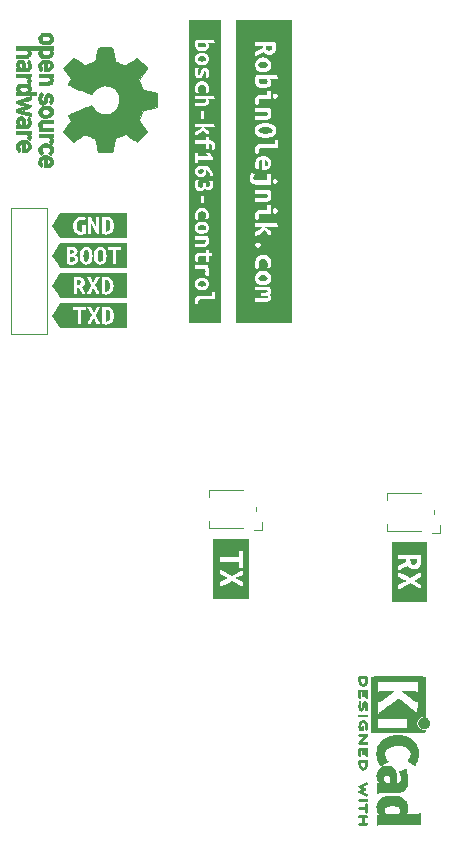
<source format=gto>
%TF.GenerationSoftware,KiCad,Pcbnew,(6.0.1)*%
%TF.CreationDate,2022-01-21T22:17:13+01:00*%
%TF.ProjectId,bosch-kf163-control,626f7363-682d-46b6-9631-36332d636f6e,1*%
%TF.SameCoordinates,Original*%
%TF.FileFunction,Legend,Top*%
%TF.FilePolarity,Positive*%
%FSLAX46Y46*%
G04 Gerber Fmt 4.6, Leading zero omitted, Abs format (unit mm)*
G04 Created by KiCad (PCBNEW (6.0.1)) date 2022-01-21 22:17:13*
%MOMM*%
%LPD*%
G01*
G04 APERTURE LIST*
%ADD10C,0.010000*%
%ADD11C,0.120000*%
G04 APERTURE END LIST*
%TO.C,kibuzzard-61EB122B*%
G36*
X94054696Y-90180000D02*
G01*
X94384896Y-89684700D01*
X95851812Y-89684700D01*
X96239956Y-89684700D01*
X96239956Y-90915806D01*
X96535231Y-90915806D01*
X97009100Y-90915806D01*
X97325806Y-90915806D01*
X97380575Y-90786921D01*
X97444869Y-90643153D01*
X97513925Y-90494623D01*
X97582981Y-90351450D01*
X97652930Y-90499088D01*
X97719903Y-90646725D01*
X97780327Y-90787814D01*
X97830631Y-90915806D01*
X98147338Y-90915806D01*
X98140467Y-90899138D01*
X98302119Y-90899138D01*
X98462853Y-90926522D01*
X98616444Y-90934856D01*
X98760212Y-90924438D01*
X98891478Y-90893184D01*
X99007862Y-90839309D01*
X99106981Y-90761025D01*
X99187646Y-90657143D01*
X99248666Y-90526472D01*
X99287063Y-90367226D01*
X99299863Y-90177619D01*
X99288254Y-89992179D01*
X99253428Y-89835909D01*
X99197766Y-89706727D01*
X99123650Y-89602547D01*
X99031079Y-89523073D01*
X98920053Y-89468006D01*
X98793549Y-89435859D01*
X98654544Y-89425144D01*
X98490238Y-89432287D01*
X98302119Y-89460862D01*
X98302119Y-90899138D01*
X98140467Y-90899138D01*
X98083044Y-90759834D01*
X98039288Y-90664584D01*
X97988984Y-90562191D01*
X97933323Y-90454737D01*
X97873494Y-90344306D01*
X97810986Y-90234769D01*
X97747288Y-90129994D01*
X98123525Y-89441812D01*
X97828250Y-89441812D01*
X97582981Y-89913300D01*
X97349619Y-89441812D01*
X97032912Y-89441812D01*
X97418675Y-90137137D01*
X97360334Y-90241615D01*
X97299613Y-90350259D01*
X97239188Y-90459499D01*
X97181741Y-90565763D01*
X97128162Y-90666966D01*
X97079347Y-90761025D01*
X97009100Y-90915806D01*
X96535231Y-90915806D01*
X96535231Y-89684700D01*
X96923375Y-89684700D01*
X96923375Y-89441812D01*
X95851812Y-89441812D01*
X95851812Y-89684700D01*
X94384896Y-89684700D01*
X94756371Y-89127487D01*
X100395304Y-89127487D01*
X100395304Y-91232513D01*
X94756371Y-91232513D01*
X94054696Y-90180000D01*
G37*
G36*
X98840281Y-89721609D02*
G01*
X98937913Y-89832337D01*
X98987919Y-89991881D01*
X99002206Y-90177619D01*
X98997741Y-90282691D01*
X98984347Y-90378834D01*
X98924816Y-90537188D01*
X98815278Y-90641963D01*
X98647400Y-90680062D01*
X98621206Y-90680062D01*
X98595013Y-90677681D01*
X98595013Y-89687081D01*
X98637875Y-89681128D01*
X98680738Y-89679938D01*
X98840281Y-89721609D01*
G37*
%TO.C,kibuzzard-61EB123A*%
G36*
X95925631Y-85239303D02*
G01*
X95993497Y-85392894D01*
X95969684Y-85498859D01*
X95908962Y-85563153D01*
X95824428Y-85594109D01*
X95726797Y-85602444D01*
X95654169Y-85600062D01*
X95586303Y-85592919D01*
X95586303Y-85192869D01*
X95743466Y-85192869D01*
X95925631Y-85239303D01*
G37*
G36*
X97072203Y-84626131D02*
G01*
X97142450Y-84735669D01*
X97175787Y-84898784D01*
X97182038Y-84996118D01*
X97184122Y-85100000D01*
X97182038Y-85203584D01*
X97175787Y-85300025D01*
X97142450Y-85463141D01*
X97071012Y-85573869D01*
X96950759Y-85614350D01*
X96829316Y-85573869D01*
X96759069Y-85464331D01*
X96725731Y-85301216D01*
X96719480Y-85203882D01*
X96717397Y-85100000D01*
X96719480Y-84996416D01*
X96725731Y-84899975D01*
X96759069Y-84736859D01*
X96829316Y-84626131D01*
X96950759Y-84585650D01*
X97072203Y-84626131D01*
G37*
G36*
X98262828Y-84626131D02*
G01*
X98333075Y-84735669D01*
X98366413Y-84898784D01*
X98372663Y-84996118D01*
X98374747Y-85100000D01*
X98372663Y-85203584D01*
X98366413Y-85300025D01*
X98333075Y-85463141D01*
X98261638Y-85573869D01*
X98141384Y-85614350D01*
X98019941Y-85573869D01*
X97949694Y-85464331D01*
X97916356Y-85301216D01*
X97910105Y-85203882D01*
X97908022Y-85100000D01*
X97910105Y-84996416D01*
X97916356Y-84899975D01*
X97949694Y-84736859D01*
X98019941Y-84626131D01*
X98141384Y-84585650D01*
X98262828Y-84626131D01*
G37*
G36*
X95798234Y-84608272D02*
G01*
X95864909Y-84632084D01*
X95910153Y-84682091D01*
X95926822Y-84766625D01*
X95869672Y-84901166D01*
X95700603Y-84949981D01*
X95586303Y-84949981D01*
X95586303Y-84611844D01*
X95650597Y-84604700D01*
X95719653Y-84602319D01*
X95798234Y-84608272D01*
G37*
G36*
X100400066Y-86166800D02*
G01*
X94761134Y-86166800D01*
X94526184Y-85814375D01*
X95293409Y-85814375D01*
X95396398Y-85833127D01*
X95500578Y-85846522D01*
X95603567Y-85854559D01*
X95702984Y-85857238D01*
X95820559Y-85851582D01*
X95930394Y-85834616D01*
X96029216Y-85804255D01*
X96113750Y-85758416D01*
X96236384Y-85615541D01*
X96270317Y-85515230D01*
X96281628Y-85392894D01*
X96268234Y-85292881D01*
X96228050Y-85197631D01*
X96150362Y-85114288D01*
X96122381Y-85100000D01*
X96419741Y-85100000D01*
X96428298Y-85278817D01*
X96453971Y-85434268D01*
X96496759Y-85566353D01*
X96556662Y-85675072D01*
X96661570Y-85782890D01*
X96793729Y-85847580D01*
X96953141Y-85869144D01*
X97108716Y-85847580D01*
X97238891Y-85782890D01*
X97343666Y-85675072D01*
X97404090Y-85566353D01*
X97447250Y-85434268D01*
X97473146Y-85278817D01*
X97481778Y-85100000D01*
X97610366Y-85100000D01*
X97618923Y-85278817D01*
X97644596Y-85434268D01*
X97687384Y-85566353D01*
X97747288Y-85675072D01*
X97852195Y-85782890D01*
X97984354Y-85847580D01*
X98143766Y-85869144D01*
X98299341Y-85847580D01*
X98429516Y-85782890D01*
X98534291Y-85675072D01*
X98594715Y-85566353D01*
X98637875Y-85434268D01*
X98663771Y-85278817D01*
X98672403Y-85100000D01*
X98663920Y-84921183D01*
X98638470Y-84765732D01*
X98596054Y-84633647D01*
X98581544Y-84607081D01*
X98796228Y-84607081D01*
X99184372Y-84607081D01*
X99184372Y-85838188D01*
X99479647Y-85838188D01*
X99479647Y-84607081D01*
X99867791Y-84607081D01*
X99867791Y-84364194D01*
X98796228Y-84364194D01*
X98796228Y-84607081D01*
X98581544Y-84607081D01*
X98536672Y-84524928D01*
X98432426Y-84417110D01*
X98300664Y-84352420D01*
X98141384Y-84330856D01*
X97986868Y-84352420D01*
X97856693Y-84417110D01*
X97750859Y-84524928D01*
X97689393Y-84633647D01*
X97645489Y-84765732D01*
X97619146Y-84921183D01*
X97610366Y-85100000D01*
X97481778Y-85100000D01*
X97473295Y-84921183D01*
X97447845Y-84765732D01*
X97405429Y-84633647D01*
X97346047Y-84524928D01*
X97241801Y-84417110D01*
X97110039Y-84352420D01*
X96950759Y-84330856D01*
X96796243Y-84352420D01*
X96666068Y-84417110D01*
X96560234Y-84524928D01*
X96498768Y-84633647D01*
X96454864Y-84765732D01*
X96428521Y-84921183D01*
X96419741Y-85100000D01*
X96122381Y-85100000D01*
X96024453Y-85049994D01*
X96161375Y-84921406D01*
X96199773Y-84834491D01*
X96212572Y-84735669D01*
X96191141Y-84597556D01*
X96110178Y-84472541D01*
X95945872Y-84382053D01*
X95825619Y-84356157D01*
X95674409Y-84347525D01*
X95476766Y-84358241D01*
X95293409Y-84383244D01*
X95293409Y-85814375D01*
X94526184Y-85814375D01*
X94049934Y-85100000D01*
X94761134Y-84033200D01*
X100400066Y-84033200D01*
X100400066Y-86166800D01*
G37*
D10*
%TO.C,REF\u002A\u002A*%
X94112528Y-75460637D02*
X94086359Y-75546290D01*
X94086359Y-75546290D02*
X94053293Y-75601437D01*
X94053293Y-75601437D02*
X94027145Y-75619401D01*
X94027145Y-75619401D02*
X93996148Y-75614457D01*
X93996148Y-75614457D02*
X93947453Y-75582372D01*
X93947453Y-75582372D02*
X93912965Y-75555243D01*
X93912965Y-75555243D02*
X93850617Y-75499317D01*
X93850617Y-75499317D02*
X93824385Y-75457299D01*
X93824385Y-75457299D02*
X93826097Y-75421480D01*
X93826097Y-75421480D02*
X93853137Y-75315224D01*
X93853137Y-75315224D02*
X93851909Y-75237189D01*
X93851909Y-75237189D02*
X93821265Y-75173820D01*
X93821265Y-75173820D02*
X93803330Y-75152546D01*
X93803330Y-75152546D02*
X93740221Y-75084451D01*
X93740221Y-75084451D02*
X92916078Y-75084451D01*
X92916078Y-75084451D02*
X92916078Y-74810529D01*
X92916078Y-74810529D02*
X94111372Y-74810529D01*
X94111372Y-74810529D02*
X94111372Y-74947490D01*
X94111372Y-74947490D02*
X94108121Y-75029719D01*
X94108121Y-75029719D02*
X94096574Y-75072144D01*
X94096574Y-75072144D02*
X94074048Y-75084445D01*
X94074048Y-75084445D02*
X94073380Y-75084451D01*
X94073380Y-75084451D02*
X94049785Y-75090260D01*
X94049785Y-75090260D02*
X94052862Y-75116531D01*
X94052862Y-75116531D02*
X94069885Y-75152931D01*
X94069885Y-75152931D02*
X94101561Y-75228111D01*
X94101561Y-75228111D02*
X94120619Y-75289158D01*
X94120619Y-75289158D02*
X94125504Y-75367708D01*
X94125504Y-75367708D02*
X94112528Y-75460637D01*
X94112528Y-75460637D02*
X94112528Y-75460637D01*
G36*
X94111372Y-74947490D02*
G01*
X94108121Y-75029719D01*
X94096574Y-75072144D01*
X94074048Y-75084445D01*
X94073380Y-75084451D01*
X94049785Y-75090260D01*
X94052862Y-75116531D01*
X94069885Y-75152931D01*
X94101561Y-75228111D01*
X94120619Y-75289158D01*
X94125504Y-75367708D01*
X94112528Y-75460637D01*
X94086359Y-75546290D01*
X94053293Y-75601437D01*
X94027145Y-75619401D01*
X93996148Y-75614457D01*
X93947453Y-75582372D01*
X93912965Y-75555243D01*
X93850617Y-75499317D01*
X93824385Y-75457299D01*
X93826097Y-75421480D01*
X93853137Y-75315224D01*
X93851909Y-75237189D01*
X93821265Y-75173820D01*
X93803330Y-75152546D01*
X93740221Y-75084451D01*
X92916078Y-75084451D01*
X92916078Y-74810529D01*
X94111372Y-74810529D01*
X94111372Y-74947490D01*
G37*
X94111372Y-74947490D02*
X94108121Y-75029719D01*
X94096574Y-75072144D01*
X94074048Y-75084445D01*
X94073380Y-75084451D01*
X94049785Y-75090260D01*
X94052862Y-75116531D01*
X94069885Y-75152931D01*
X94101561Y-75228111D01*
X94120619Y-75289158D01*
X94125504Y-75367708D01*
X94112528Y-75460637D01*
X94086359Y-75546290D01*
X94053293Y-75601437D01*
X94027145Y-75619401D01*
X93996148Y-75614457D01*
X93947453Y-75582372D01*
X93912965Y-75555243D01*
X93850617Y-75499317D01*
X93824385Y-75457299D01*
X93826097Y-75421480D01*
X93853137Y-75315224D01*
X93851909Y-75237189D01*
X93821265Y-75173820D01*
X93803330Y-75152546D01*
X93740221Y-75084451D01*
X92916078Y-75084451D01*
X92916078Y-74810529D01*
X94111372Y-74810529D01*
X94111372Y-74947490D01*
X94098432Y-66870247D02*
X94040837Y-67000522D01*
X94040837Y-67000522D02*
X93944666Y-67099419D01*
X93944666Y-67099419D02*
X93809771Y-67167082D01*
X93809771Y-67167082D02*
X93636004Y-67203655D01*
X93636004Y-67203655D02*
X93608874Y-67206276D01*
X93608874Y-67206276D02*
X93417592Y-67208330D01*
X93417592Y-67208330D02*
X93249927Y-67181699D01*
X93249927Y-67181699D02*
X93114033Y-67128001D01*
X93114033Y-67128001D02*
X93070319Y-67099247D01*
X93070319Y-67099247D02*
X92977802Y-66999091D01*
X92977802Y-66999091D02*
X92917881Y-66871537D01*
X92917881Y-66871537D02*
X92893015Y-66728837D01*
X92893015Y-66728837D02*
X92905661Y-66583240D01*
X92905661Y-66583240D02*
X92944609Y-66472562D01*
X92944609Y-66472562D02*
X93010245Y-66377384D01*
X93010245Y-66377384D02*
X93096301Y-66299594D01*
X93096301Y-66299594D02*
X93098315Y-66298249D01*
X93098315Y-66298249D02*
X93151430Y-66266657D01*
X93151430Y-66266657D02*
X93204840Y-66246127D01*
X93204840Y-66246127D02*
X93272246Y-66233695D01*
X93272246Y-66233695D02*
X93367347Y-66226397D01*
X93367347Y-66226397D02*
X93445334Y-66223182D01*
X93445334Y-66223182D02*
X93516056Y-66221844D01*
X93516056Y-66221844D02*
X93516056Y-66470814D01*
X93516056Y-66470814D02*
X93445652Y-66473247D01*
X93445652Y-66473247D02*
X93351932Y-66482080D01*
X93351932Y-66482080D02*
X93291786Y-66497664D01*
X93291786Y-66497664D02*
X93248994Y-66525766D01*
X93248994Y-66525766D02*
X93223998Y-66552086D01*
X93223998Y-66552086D02*
X93171662Y-66645392D01*
X93171662Y-66645392D02*
X93164667Y-66743020D01*
X93164667Y-66743020D02*
X93202324Y-66833942D01*
X93202324Y-66833942D02*
X93244521Y-66879402D01*
X93244521Y-66879402D02*
X93287044Y-66912162D01*
X93287044Y-66912162D02*
X93327733Y-66931323D01*
X93327733Y-66931323D02*
X93380686Y-66939733D01*
X93380686Y-66939733D02*
X93460003Y-66940237D01*
X93460003Y-66940237D02*
X93533050Y-66937645D01*
X93533050Y-66937645D02*
X93637399Y-66932071D01*
X93637399Y-66932071D02*
X93705080Y-66923234D01*
X93705080Y-66923234D02*
X93749226Y-66907307D01*
X93749226Y-66907307D02*
X93782969Y-66880462D01*
X93782969Y-66880462D02*
X93802254Y-66859189D01*
X93802254Y-66859189D02*
X93852914Y-66770206D01*
X93852914Y-66770206D02*
X93855440Y-66674211D01*
X93855440Y-66674211D02*
X93825433Y-66593719D01*
X93825433Y-66593719D02*
X93762769Y-66525053D01*
X93762769Y-66525053D02*
X93659832Y-66484144D01*
X93659832Y-66484144D02*
X93516056Y-66470814D01*
X93516056Y-66470814D02*
X93516056Y-66221844D01*
X93516056Y-66221844D02*
X93600418Y-66220246D01*
X93600418Y-66220246D02*
X93716400Y-66225260D01*
X93716400Y-66225260D02*
X93803633Y-66240283D01*
X93803633Y-66240283D02*
X93872470Y-66267376D01*
X93872470Y-66267376D02*
X93933263Y-66308600D01*
X93933263Y-66308600D02*
X93951314Y-66323885D01*
X93951314Y-66323885D02*
X94041254Y-66419454D01*
X94041254Y-66419454D02*
X94093789Y-66521961D01*
X94093789Y-66521961D02*
X94115799Y-66647321D01*
X94115799Y-66647321D02*
X94117598Y-66708450D01*
X94117598Y-66708450D02*
X94098432Y-66870247D01*
X94098432Y-66870247D02*
X94098432Y-66870247D01*
G36*
X93716400Y-66225260D02*
G01*
X93803633Y-66240283D01*
X93872470Y-66267376D01*
X93933263Y-66308600D01*
X93951314Y-66323885D01*
X94041254Y-66419454D01*
X94093789Y-66521961D01*
X94115799Y-66647321D01*
X94117598Y-66708450D01*
X94098432Y-66870247D01*
X94040837Y-67000522D01*
X93944666Y-67099419D01*
X93809771Y-67167082D01*
X93636004Y-67203655D01*
X93608874Y-67206276D01*
X93417592Y-67208330D01*
X93249927Y-67181699D01*
X93114033Y-67128001D01*
X93070319Y-67099247D01*
X92977802Y-66999091D01*
X92917881Y-66871537D01*
X92895486Y-66743020D01*
X93164667Y-66743020D01*
X93202324Y-66833942D01*
X93244521Y-66879402D01*
X93287044Y-66912162D01*
X93327733Y-66931323D01*
X93380686Y-66939733D01*
X93460003Y-66940237D01*
X93533050Y-66937645D01*
X93637399Y-66932071D01*
X93705080Y-66923234D01*
X93749226Y-66907307D01*
X93782969Y-66880462D01*
X93802254Y-66859189D01*
X93852914Y-66770206D01*
X93855440Y-66674211D01*
X93825433Y-66593719D01*
X93762769Y-66525053D01*
X93659832Y-66484144D01*
X93516056Y-66470814D01*
X93445652Y-66473247D01*
X93351932Y-66482080D01*
X93291786Y-66497664D01*
X93248994Y-66525766D01*
X93223998Y-66552086D01*
X93171662Y-66645392D01*
X93164667Y-66743020D01*
X92895486Y-66743020D01*
X92893015Y-66728837D01*
X92905661Y-66583240D01*
X92944609Y-66472562D01*
X93010245Y-66377384D01*
X93096301Y-66299594D01*
X93098315Y-66298249D01*
X93151430Y-66266657D01*
X93204840Y-66246127D01*
X93272246Y-66233695D01*
X93367347Y-66226397D01*
X93445334Y-66223182D01*
X93516056Y-66221844D01*
X93600418Y-66220246D01*
X93716400Y-66225260D01*
G37*
X93716400Y-66225260D02*
X93803633Y-66240283D01*
X93872470Y-66267376D01*
X93933263Y-66308600D01*
X93951314Y-66323885D01*
X94041254Y-66419454D01*
X94093789Y-66521961D01*
X94115799Y-66647321D01*
X94117598Y-66708450D01*
X94098432Y-66870247D01*
X94040837Y-67000522D01*
X93944666Y-67099419D01*
X93809771Y-67167082D01*
X93636004Y-67203655D01*
X93608874Y-67206276D01*
X93417592Y-67208330D01*
X93249927Y-67181699D01*
X93114033Y-67128001D01*
X93070319Y-67099247D01*
X92977802Y-66999091D01*
X92917881Y-66871537D01*
X92895486Y-66743020D01*
X93164667Y-66743020D01*
X93202324Y-66833942D01*
X93244521Y-66879402D01*
X93287044Y-66912162D01*
X93327733Y-66931323D01*
X93380686Y-66939733D01*
X93460003Y-66940237D01*
X93533050Y-66937645D01*
X93637399Y-66932071D01*
X93705080Y-66923234D01*
X93749226Y-66907307D01*
X93782969Y-66880462D01*
X93802254Y-66859189D01*
X93852914Y-66770206D01*
X93855440Y-66674211D01*
X93825433Y-66593719D01*
X93762769Y-66525053D01*
X93659832Y-66484144D01*
X93516056Y-66470814D01*
X93445652Y-66473247D01*
X93351932Y-66482080D01*
X93291786Y-66497664D01*
X93248994Y-66525766D01*
X93223998Y-66552086D01*
X93171662Y-66645392D01*
X93164667Y-66743020D01*
X92895486Y-66743020D01*
X92893015Y-66728837D01*
X92905661Y-66583240D01*
X92944609Y-66472562D01*
X93010245Y-66377384D01*
X93096301Y-66299594D01*
X93098315Y-66298249D01*
X93151430Y-66266657D01*
X93204840Y-66246127D01*
X93272246Y-66233695D01*
X93367347Y-66226397D01*
X93445334Y-66223182D01*
X93516056Y-66221844D01*
X93600418Y-66220246D01*
X93716400Y-66225260D01*
X93723755Y-73864254D02*
X93541121Y-73866608D01*
X93541121Y-73866608D02*
X93402400Y-73875207D01*
X93402400Y-73875207D02*
X93301853Y-73892360D01*
X93301853Y-73892360D02*
X93233746Y-73920374D01*
X93233746Y-73920374D02*
X93192341Y-73961557D01*
X93192341Y-73961557D02*
X93171903Y-74018217D01*
X93171903Y-74018217D02*
X93166682Y-74088372D01*
X93166682Y-74088372D02*
X93172532Y-74161848D01*
X93172532Y-74161848D02*
X93193907Y-74217657D01*
X93193907Y-74217657D02*
X93236542Y-74258109D01*
X93236542Y-74258109D02*
X93306175Y-74285509D01*
X93306175Y-74285509D02*
X93408540Y-74302167D01*
X93408540Y-74302167D02*
X93549376Y-74310389D01*
X93549376Y-74310389D02*
X93723755Y-74312490D01*
X93723755Y-74312490D02*
X94111372Y-74312490D01*
X94111372Y-74312490D02*
X94111372Y-74586411D01*
X94111372Y-74586411D02*
X92916078Y-74586411D01*
X92916078Y-74586411D02*
X92916078Y-74449451D01*
X92916078Y-74449451D02*
X92919424Y-74366884D01*
X92919424Y-74366884D02*
X92931174Y-74324368D01*
X92931174Y-74324368D02*
X92953480Y-74312490D01*
X92953480Y-74312490D02*
X92973346Y-74305336D01*
X92973346Y-74305336D02*
X92969143Y-74276865D01*
X92969143Y-74276865D02*
X92941029Y-74219476D01*
X92941029Y-74219476D02*
X92897658Y-74087945D01*
X92897658Y-74087945D02*
X92900730Y-73948438D01*
X92900730Y-73948438D02*
X92947826Y-73814765D01*
X92947826Y-73814765D02*
X92985029Y-73751108D01*
X92985029Y-73751108D02*
X93025309Y-73702553D01*
X93025309Y-73702553D02*
X93075709Y-73667081D01*
X93075709Y-73667081D02*
X93143271Y-73642674D01*
X93143271Y-73642674D02*
X93235035Y-73627313D01*
X93235035Y-73627313D02*
X93358045Y-73618982D01*
X93358045Y-73618982D02*
X93519341Y-73615662D01*
X93519341Y-73615662D02*
X93644072Y-73615235D01*
X93644072Y-73615235D02*
X94111372Y-73615235D01*
X94111372Y-73615235D02*
X94111372Y-73864254D01*
X94111372Y-73864254D02*
X93723755Y-73864254D01*
X93723755Y-73864254D02*
X93723755Y-73864254D01*
G36*
X94111372Y-73864254D02*
G01*
X93723755Y-73864254D01*
X93541121Y-73866608D01*
X93402400Y-73875207D01*
X93301853Y-73892360D01*
X93233746Y-73920374D01*
X93192341Y-73961557D01*
X93171903Y-74018217D01*
X93166682Y-74088372D01*
X93172532Y-74161848D01*
X93193907Y-74217657D01*
X93236542Y-74258109D01*
X93306175Y-74285509D01*
X93408540Y-74302167D01*
X93549376Y-74310389D01*
X93723755Y-74312490D01*
X94111372Y-74312490D01*
X94111372Y-74586411D01*
X92916078Y-74586411D01*
X92916078Y-74449451D01*
X92919424Y-74366884D01*
X92931174Y-74324368D01*
X92953480Y-74312490D01*
X92973346Y-74305336D01*
X92969143Y-74276865D01*
X92941029Y-74219476D01*
X92897658Y-74087945D01*
X92900730Y-73948438D01*
X92947826Y-73814765D01*
X92985029Y-73751108D01*
X93025309Y-73702553D01*
X93075709Y-73667081D01*
X93143271Y-73642674D01*
X93235035Y-73627313D01*
X93358045Y-73618982D01*
X93519341Y-73615662D01*
X93644072Y-73615235D01*
X94111372Y-73615235D01*
X94111372Y-73864254D01*
G37*
X94111372Y-73864254D02*
X93723755Y-73864254D01*
X93541121Y-73866608D01*
X93402400Y-73875207D01*
X93301853Y-73892360D01*
X93233746Y-73920374D01*
X93192341Y-73961557D01*
X93171903Y-74018217D01*
X93166682Y-74088372D01*
X93172532Y-74161848D01*
X93193907Y-74217657D01*
X93236542Y-74258109D01*
X93306175Y-74285509D01*
X93408540Y-74302167D01*
X93549376Y-74310389D01*
X93723755Y-74312490D01*
X94111372Y-74312490D01*
X94111372Y-74586411D01*
X92916078Y-74586411D01*
X92916078Y-74449451D01*
X92919424Y-74366884D01*
X92931174Y-74324368D01*
X92953480Y-74312490D01*
X92973346Y-74305336D01*
X92969143Y-74276865D01*
X92941029Y-74219476D01*
X92897658Y-74087945D01*
X92900730Y-73948438D01*
X92947826Y-73814765D01*
X92985029Y-73751108D01*
X93025309Y-73702553D01*
X93075709Y-73667081D01*
X93143271Y-73642674D01*
X93235035Y-73627313D01*
X93358045Y-73618982D01*
X93519341Y-73615662D01*
X93644072Y-73615235D01*
X94111372Y-73615235D01*
X94111372Y-73864254D01*
X92234078Y-69155720D02*
X92202820Y-69272870D01*
X92202820Y-69272870D02*
X92146163Y-69362051D01*
X92146163Y-69362051D02*
X92071955Y-69424984D01*
X92071955Y-69424984D02*
X92040284Y-69444548D01*
X92040284Y-69444548D02*
X92007109Y-69458992D01*
X92007109Y-69458992D02*
X91964671Y-69469089D01*
X91964671Y-69469089D02*
X91905212Y-69475615D01*
X91905212Y-69475615D02*
X91820971Y-69479342D01*
X91820971Y-69479342D02*
X91704190Y-69481046D01*
X91704190Y-69481046D02*
X91547110Y-69481500D01*
X91547110Y-69481500D02*
X91505435Y-69481509D01*
X91505435Y-69481509D02*
X91023529Y-69481509D01*
X91023529Y-69481509D02*
X91023529Y-69361980D01*
X91023529Y-69361980D02*
X91028869Y-69285739D01*
X91028869Y-69285739D02*
X91042396Y-69229366D01*
X91042396Y-69229366D02*
X91050738Y-69215242D01*
X91050738Y-69215242D02*
X91065136Y-69176630D01*
X91065136Y-69176630D02*
X91050738Y-69137192D01*
X91050738Y-69137192D02*
X91032763Y-69072262D01*
X91032763Y-69072262D02*
X91025528Y-68977945D01*
X91025528Y-68977945D02*
X91028667Y-68873407D01*
X91028667Y-68873407D02*
X91041814Y-68777811D01*
X91041814Y-68777811D02*
X91058682Y-68722000D01*
X91058682Y-68722000D02*
X91128014Y-68613998D01*
X91128014Y-68613998D02*
X91224228Y-68546503D01*
X91224228Y-68546503D02*
X91352156Y-68516159D01*
X91352156Y-68516159D02*
X91355441Y-68515877D01*
X91355441Y-68515877D02*
X91412192Y-68518540D01*
X91412192Y-68518540D02*
X91412192Y-68759353D01*
X91412192Y-68759353D02*
X91347642Y-68780405D01*
X91347642Y-68780405D02*
X91311314Y-68814697D01*
X91311314Y-68814697D02*
X91283838Y-68883532D01*
X91283838Y-68883532D02*
X91272871Y-68974390D01*
X91272871Y-68974390D02*
X91278269Y-69067042D01*
X91278269Y-69067042D02*
X91299890Y-69141256D01*
X91299890Y-69141256D02*
X91313761Y-69162049D01*
X91313761Y-69162049D02*
X91377857Y-69198381D01*
X91377857Y-69198381D02*
X91450722Y-69207588D01*
X91450722Y-69207588D02*
X91546470Y-69207588D01*
X91546470Y-69207588D02*
X91546470Y-69069827D01*
X91546470Y-69069827D02*
X91536395Y-68938953D01*
X91536395Y-68938953D02*
X91507852Y-68839741D01*
X91507852Y-68839741D02*
X91463361Y-68778023D01*
X91463361Y-68778023D02*
X91412192Y-68759353D01*
X91412192Y-68759353D02*
X91412192Y-68518540D01*
X91412192Y-68518540D02*
X91495210Y-68522436D01*
X91495210Y-68522436D02*
X91605718Y-68568534D01*
X91605718Y-68568534D02*
X91689288Y-68655200D01*
X91689288Y-68655200D02*
X91696890Y-68667179D01*
X91696890Y-68667179D02*
X91721643Y-68718655D01*
X91721643Y-68718655D02*
X91736632Y-68782368D01*
X91736632Y-68782368D02*
X91743918Y-68871435D01*
X91743918Y-68871435D02*
X91745593Y-68977245D01*
X91745593Y-68977245D02*
X91745686Y-69207588D01*
X91745686Y-69207588D02*
X91842245Y-69207588D01*
X91842245Y-69207588D02*
X91917164Y-69197817D01*
X91917164Y-69197817D02*
X91967356Y-69172884D01*
X91967356Y-69172884D02*
X91970028Y-69169965D01*
X91970028Y-69169965D02*
X91991985Y-69114481D01*
X91991985Y-69114481D02*
X92000495Y-69030727D01*
X92000495Y-69030727D02*
X91996313Y-68938167D01*
X91996313Y-68938167D02*
X91980191Y-68856270D01*
X91980191Y-68856270D02*
X91956010Y-68807673D01*
X91956010Y-68807673D02*
X91936641Y-68781341D01*
X91936641Y-68781341D02*
X91932943Y-68753535D01*
X91932943Y-68753535D02*
X91948812Y-68715161D01*
X91948812Y-68715161D02*
X91988145Y-68657125D01*
X91988145Y-68657125D02*
X92054836Y-68570331D01*
X92054836Y-68570331D02*
X92061084Y-68562365D01*
X92061084Y-68562365D02*
X92084200Y-68566447D01*
X92084200Y-68566447D02*
X92122648Y-68600501D01*
X92122648Y-68600501D02*
X92165373Y-68652260D01*
X92165373Y-68652260D02*
X92201321Y-68709455D01*
X92201321Y-68709455D02*
X92209809Y-68727425D01*
X92209809Y-68727425D02*
X92226748Y-68792972D01*
X92226748Y-68792972D02*
X92238830Y-68889020D01*
X92238830Y-68889020D02*
X92243677Y-68996329D01*
X92243677Y-68996329D02*
X92243687Y-69001347D01*
X92243687Y-69001347D02*
X92234078Y-69155720D01*
X92234078Y-69155720D02*
X92234078Y-69155720D01*
G36*
X91605718Y-68568534D02*
G01*
X91689288Y-68655200D01*
X91696890Y-68667179D01*
X91721643Y-68718655D01*
X91736632Y-68782368D01*
X91743918Y-68871435D01*
X91745593Y-68977245D01*
X91745686Y-69207588D01*
X91842245Y-69207588D01*
X91917164Y-69197817D01*
X91967356Y-69172884D01*
X91970028Y-69169965D01*
X91991985Y-69114481D01*
X92000495Y-69030727D01*
X91996313Y-68938167D01*
X91980191Y-68856270D01*
X91956010Y-68807673D01*
X91936641Y-68781341D01*
X91932943Y-68753535D01*
X91948812Y-68715161D01*
X91988145Y-68657125D01*
X92054836Y-68570331D01*
X92061084Y-68562365D01*
X92084200Y-68566447D01*
X92122648Y-68600501D01*
X92165373Y-68652260D01*
X92201321Y-68709455D01*
X92209809Y-68727425D01*
X92226748Y-68792972D01*
X92238830Y-68889020D01*
X92243677Y-68996329D01*
X92243687Y-69001347D01*
X92234078Y-69155720D01*
X92202820Y-69272870D01*
X92146163Y-69362051D01*
X92071955Y-69424984D01*
X92040284Y-69444548D01*
X92007109Y-69458992D01*
X91964671Y-69469089D01*
X91905212Y-69475615D01*
X91820971Y-69479342D01*
X91704190Y-69481046D01*
X91547110Y-69481500D01*
X91505435Y-69481509D01*
X91023529Y-69481509D01*
X91023529Y-69361980D01*
X91028869Y-69285739D01*
X91042396Y-69229366D01*
X91050738Y-69215242D01*
X91065136Y-69176630D01*
X91050738Y-69137192D01*
X91032763Y-69072262D01*
X91025528Y-68977945D01*
X91025635Y-68974390D01*
X91272871Y-68974390D01*
X91278269Y-69067042D01*
X91299890Y-69141256D01*
X91313761Y-69162049D01*
X91377857Y-69198381D01*
X91450722Y-69207588D01*
X91546470Y-69207588D01*
X91546470Y-69069827D01*
X91536395Y-68938953D01*
X91507852Y-68839741D01*
X91463361Y-68778023D01*
X91412192Y-68759353D01*
X91347642Y-68780405D01*
X91311314Y-68814697D01*
X91283838Y-68883532D01*
X91272871Y-68974390D01*
X91025635Y-68974390D01*
X91028667Y-68873407D01*
X91041814Y-68777811D01*
X91058682Y-68722000D01*
X91128014Y-68613998D01*
X91224228Y-68546503D01*
X91352156Y-68516159D01*
X91355441Y-68515877D01*
X91412192Y-68518540D01*
X91495210Y-68522436D01*
X91605718Y-68568534D01*
G37*
X91605718Y-68568534D02*
X91689288Y-68655200D01*
X91696890Y-68667179D01*
X91721643Y-68718655D01*
X91736632Y-68782368D01*
X91743918Y-68871435D01*
X91745593Y-68977245D01*
X91745686Y-69207588D01*
X91842245Y-69207588D01*
X91917164Y-69197817D01*
X91967356Y-69172884D01*
X91970028Y-69169965D01*
X91991985Y-69114481D01*
X92000495Y-69030727D01*
X91996313Y-68938167D01*
X91980191Y-68856270D01*
X91956010Y-68807673D01*
X91936641Y-68781341D01*
X91932943Y-68753535D01*
X91948812Y-68715161D01*
X91988145Y-68657125D01*
X92054836Y-68570331D01*
X92061084Y-68562365D01*
X92084200Y-68566447D01*
X92122648Y-68600501D01*
X92165373Y-68652260D01*
X92201321Y-68709455D01*
X92209809Y-68727425D01*
X92226748Y-68792972D01*
X92238830Y-68889020D01*
X92243677Y-68996329D01*
X92243687Y-69001347D01*
X92234078Y-69155720D01*
X92202820Y-69272870D01*
X92146163Y-69362051D01*
X92071955Y-69424984D01*
X92040284Y-69444548D01*
X92007109Y-69458992D01*
X91964671Y-69469089D01*
X91905212Y-69475615D01*
X91820971Y-69479342D01*
X91704190Y-69481046D01*
X91547110Y-69481500D01*
X91505435Y-69481509D01*
X91023529Y-69481509D01*
X91023529Y-69361980D01*
X91028869Y-69285739D01*
X91042396Y-69229366D01*
X91050738Y-69215242D01*
X91065136Y-69176630D01*
X91050738Y-69137192D01*
X91032763Y-69072262D01*
X91025528Y-68977945D01*
X91025635Y-68974390D01*
X91272871Y-68974390D01*
X91278269Y-69067042D01*
X91299890Y-69141256D01*
X91313761Y-69162049D01*
X91377857Y-69198381D01*
X91450722Y-69207588D01*
X91546470Y-69207588D01*
X91546470Y-69069827D01*
X91536395Y-68938953D01*
X91507852Y-68839741D01*
X91463361Y-68778023D01*
X91412192Y-68759353D01*
X91347642Y-68780405D01*
X91311314Y-68814697D01*
X91283838Y-68883532D01*
X91272871Y-68974390D01*
X91025635Y-68974390D01*
X91028667Y-68873407D01*
X91041814Y-68777811D01*
X91058682Y-68722000D01*
X91128014Y-68613998D01*
X91224228Y-68546503D01*
X91352156Y-68516159D01*
X91355441Y-68515877D01*
X91412192Y-68518540D01*
X91495210Y-68522436D01*
X91605718Y-68568534D01*
X102366828Y-72643535D02*
X101769637Y-72756117D01*
X101769637Y-72756117D02*
X101598390Y-73171531D01*
X101598390Y-73171531D02*
X101427143Y-73586944D01*
X101427143Y-73586944D02*
X101766022Y-74085302D01*
X101766022Y-74085302D02*
X101860378Y-74224868D01*
X101860378Y-74224868D02*
X101944625Y-74351028D01*
X101944625Y-74351028D02*
X102014917Y-74457895D01*
X102014917Y-74457895D02*
X102067408Y-74539582D01*
X102067408Y-74539582D02*
X102098251Y-74590201D01*
X102098251Y-74590201D02*
X102104902Y-74603986D01*
X102104902Y-74603986D02*
X102087797Y-74628820D01*
X102087797Y-74628820D02*
X102040511Y-74681888D01*
X102040511Y-74681888D02*
X101969083Y-74757240D01*
X101969083Y-74757240D02*
X101879555Y-74848929D01*
X101879555Y-74848929D02*
X101777966Y-74951007D01*
X101777966Y-74951007D02*
X101670357Y-75057526D01*
X101670357Y-75057526D02*
X101562768Y-75162536D01*
X101562768Y-75162536D02*
X101461240Y-75260091D01*
X101461240Y-75260091D02*
X101371814Y-75344242D01*
X101371814Y-75344242D02*
X101300529Y-75409040D01*
X101300529Y-75409040D02*
X101253427Y-75448538D01*
X101253427Y-75448538D02*
X101237663Y-75457980D01*
X101237663Y-75457980D02*
X101208602Y-75444391D01*
X101208602Y-75444391D02*
X101144934Y-75406293D01*
X101144934Y-75406293D02*
X101052888Y-75347694D01*
X101052888Y-75347694D02*
X100938691Y-75272597D01*
X100938691Y-75272597D02*
X100808571Y-75185009D01*
X100808571Y-75185009D02*
X100734354Y-75134254D01*
X100734354Y-75134254D02*
X100598833Y-75041745D01*
X100598833Y-75041745D02*
X100476539Y-74959540D01*
X100476539Y-74959540D02*
X100373560Y-74891630D01*
X100373560Y-74891630D02*
X100295982Y-74842000D01*
X100295982Y-74842000D02*
X100249894Y-74814640D01*
X100249894Y-74814640D02*
X100240208Y-74810529D01*
X100240208Y-74810529D02*
X100212681Y-74819849D01*
X100212681Y-74819849D02*
X100148527Y-74845254D01*
X100148527Y-74845254D02*
X100056765Y-74882911D01*
X100056765Y-74882911D02*
X99946416Y-74928986D01*
X99946416Y-74928986D02*
X99826500Y-74979646D01*
X99826500Y-74979646D02*
X99706036Y-75031059D01*
X99706036Y-75031059D02*
X99594046Y-75079389D01*
X99594046Y-75079389D02*
X99499548Y-75120806D01*
X99499548Y-75120806D02*
X99431563Y-75151474D01*
X99431563Y-75151474D02*
X99399112Y-75167562D01*
X99399112Y-75167562D02*
X99397835Y-75168511D01*
X99397835Y-75168511D02*
X99391638Y-75193772D01*
X99391638Y-75193772D02*
X99377815Y-75261046D01*
X99377815Y-75261046D02*
X99357723Y-75363360D01*
X99357723Y-75363360D02*
X99332721Y-75493741D01*
X99332721Y-75493741D02*
X99304169Y-75645216D01*
X99304169Y-75645216D02*
X99287704Y-75733594D01*
X99287704Y-75733594D02*
X99256886Y-75895452D01*
X99256886Y-75895452D02*
X99227561Y-76041649D01*
X99227561Y-76041649D02*
X99201334Y-76164787D01*
X99201334Y-76164787D02*
X99179809Y-76257469D01*
X99179809Y-76257469D02*
X99164590Y-76312301D01*
X99164590Y-76312301D02*
X99159762Y-76323323D01*
X99159762Y-76323323D02*
X99127081Y-76334119D01*
X99127081Y-76334119D02*
X99053270Y-76342829D01*
X99053270Y-76342829D02*
X98946963Y-76349460D01*
X98946963Y-76349460D02*
X98816788Y-76354018D01*
X98816788Y-76354018D02*
X98671379Y-76356509D01*
X98671379Y-76356509D02*
X98519365Y-76356938D01*
X98519365Y-76356938D02*
X98369378Y-76355311D01*
X98369378Y-76355311D02*
X98230049Y-76351635D01*
X98230049Y-76351635D02*
X98110010Y-76345915D01*
X98110010Y-76345915D02*
X98017890Y-76338158D01*
X98017890Y-76338158D02*
X97962323Y-76328368D01*
X97962323Y-76328368D02*
X97950755Y-76322496D01*
X97950755Y-76322496D02*
X97936890Y-76287399D01*
X97936890Y-76287399D02*
X97917067Y-76213028D01*
X97917067Y-76213028D02*
X97893616Y-76109223D01*
X97893616Y-76109223D02*
X97868864Y-75985819D01*
X97868864Y-75985819D02*
X97860857Y-75942741D01*
X97860857Y-75942741D02*
X97822814Y-75735047D01*
X97822814Y-75735047D02*
X97792176Y-75570984D01*
X97792176Y-75570984D02*
X97767726Y-75445130D01*
X97767726Y-75445130D02*
X97748246Y-75352065D01*
X97748246Y-75352065D02*
X97732519Y-75286367D01*
X97732519Y-75286367D02*
X97719327Y-75242617D01*
X97719327Y-75242617D02*
X97707451Y-75215392D01*
X97707451Y-75215392D02*
X97695675Y-75199272D01*
X97695675Y-75199272D02*
X97693347Y-75197017D01*
X97693347Y-75197017D02*
X97655855Y-75174503D01*
X97655855Y-75174503D02*
X97582890Y-75140158D01*
X97582890Y-75140158D02*
X97483388Y-75097411D01*
X97483388Y-75097411D02*
X97366282Y-75049692D01*
X97366282Y-75049692D02*
X97240507Y-75000430D01*
X97240507Y-75000430D02*
X97114998Y-74953055D01*
X97114998Y-74953055D02*
X96998690Y-74910995D01*
X96998690Y-74910995D02*
X96900516Y-74877680D01*
X96900516Y-74877680D02*
X96829412Y-74856541D01*
X96829412Y-74856541D02*
X96794313Y-74851005D01*
X96794313Y-74851005D02*
X96793083Y-74851466D01*
X96793083Y-74851466D02*
X96764394Y-74870223D01*
X96764394Y-74870223D02*
X96701270Y-74912776D01*
X96701270Y-74912776D02*
X96610282Y-74974653D01*
X96610282Y-74974653D02*
X96498000Y-75051382D01*
X96498000Y-75051382D02*
X96370995Y-75138491D01*
X96370995Y-75138491D02*
X96334902Y-75163299D01*
X96334902Y-75163299D02*
X96204052Y-75251753D01*
X96204052Y-75251753D02*
X96084664Y-75329588D01*
X96084664Y-75329588D02*
X95983593Y-75392566D01*
X95983593Y-75392566D02*
X95907696Y-75436445D01*
X95907696Y-75436445D02*
X95863828Y-75456985D01*
X95863828Y-75456985D02*
X95858438Y-75457980D01*
X95858438Y-75457980D02*
X95830111Y-75440722D01*
X95830111Y-75440722D02*
X95773994Y-75393036D01*
X95773994Y-75393036D02*
X95696118Y-75321050D01*
X95696118Y-75321050D02*
X95602515Y-75230897D01*
X95602515Y-75230897D02*
X95499214Y-75128705D01*
X95499214Y-75128705D02*
X95392249Y-75020606D01*
X95392249Y-75020606D02*
X95287649Y-74912728D01*
X95287649Y-74912728D02*
X95191446Y-74811204D01*
X95191446Y-74811204D02*
X95109671Y-74722162D01*
X95109671Y-74722162D02*
X95048355Y-74651733D01*
X95048355Y-74651733D02*
X95013529Y-74606047D01*
X95013529Y-74606047D02*
X95007843Y-74593409D01*
X95007843Y-74593409D02*
X95021235Y-74563991D01*
X95021235Y-74563991D02*
X95057356Y-74503761D01*
X95057356Y-74503761D02*
X95110119Y-74422530D01*
X95110119Y-74422530D02*
X95152588Y-74360030D01*
X95152588Y-74360030D02*
X95230515Y-74246785D01*
X95230515Y-74246785D02*
X95322271Y-74112674D01*
X95322271Y-74112674D02*
X95413880Y-73978155D01*
X95413880Y-73978155D02*
X95462909Y-73905833D01*
X95462909Y-73905833D02*
X95628485Y-73661038D01*
X95628485Y-73661038D02*
X95517380Y-73455551D01*
X95517380Y-73455551D02*
X95468707Y-73361936D01*
X95468707Y-73361936D02*
X95430874Y-73282330D01*
X95430874Y-73282330D02*
X95409297Y-73228467D01*
X95409297Y-73228467D02*
X95406294Y-73214757D01*
X95406294Y-73214757D02*
X95428462Y-73198270D01*
X95428462Y-73198270D02*
X95491106Y-73165745D01*
X95491106Y-73165745D02*
X95588446Y-73119609D01*
X95588446Y-73119609D02*
X95714706Y-73062290D01*
X95714706Y-73062290D02*
X95864105Y-72996216D01*
X95864105Y-72996216D02*
X96030867Y-72923815D01*
X96030867Y-72923815D02*
X96209213Y-72847516D01*
X96209213Y-72847516D02*
X96393364Y-72769746D01*
X96393364Y-72769746D02*
X96577543Y-72692934D01*
X96577543Y-72692934D02*
X96755970Y-72619506D01*
X96755970Y-72619506D02*
X96922868Y-72551892D01*
X96922868Y-72551892D02*
X97072458Y-72492520D01*
X97072458Y-72492520D02*
X97198962Y-72443816D01*
X97198962Y-72443816D02*
X97296601Y-72408210D01*
X97296601Y-72408210D02*
X97359598Y-72388130D01*
X97359598Y-72388130D02*
X97381234Y-72384900D01*
X97381234Y-72384900D02*
X97408831Y-72410496D01*
X97408831Y-72410496D02*
X97453630Y-72466539D01*
X97453630Y-72466539D02*
X97506321Y-72541311D01*
X97506321Y-72541311D02*
X97510490Y-72547587D01*
X97510490Y-72547587D02*
X97665186Y-72740845D01*
X97665186Y-72740845D02*
X97845664Y-72896674D01*
X97845664Y-72896674D02*
X98046153Y-73013724D01*
X98046153Y-73013724D02*
X98260881Y-73090645D01*
X98260881Y-73090645D02*
X98484078Y-73126086D01*
X98484078Y-73126086D02*
X98709974Y-73118697D01*
X98709974Y-73118697D02*
X98932796Y-73067127D01*
X98932796Y-73067127D02*
X99146776Y-72970026D01*
X99146776Y-72970026D02*
X99193591Y-72941458D01*
X99193591Y-72941458D02*
X99382637Y-72792868D01*
X99382637Y-72792868D02*
X99534443Y-72617327D01*
X99534443Y-72617327D02*
X99648221Y-72420910D01*
X99648221Y-72420910D02*
X99723180Y-72209693D01*
X99723180Y-72209693D02*
X99758533Y-71989753D01*
X99758533Y-71989753D02*
X99753488Y-71767163D01*
X99753488Y-71767163D02*
X99707256Y-71548001D01*
X99707256Y-71548001D02*
X99619049Y-71338342D01*
X99619049Y-71338342D02*
X99488076Y-71144261D01*
X99488076Y-71144261D02*
X99434918Y-71084226D01*
X99434918Y-71084226D02*
X99268516Y-70931435D01*
X99268516Y-70931435D02*
X99093343Y-70820097D01*
X99093343Y-70820097D02*
X98896989Y-70743723D01*
X98896989Y-70743723D02*
X98702538Y-70701187D01*
X98702538Y-70701187D02*
X98483913Y-70690686D01*
X98483913Y-70690686D02*
X98264203Y-70725701D01*
X98264203Y-70725701D02*
X98050835Y-70802673D01*
X98050835Y-70802673D02*
X97851233Y-70918047D01*
X97851233Y-70918047D02*
X97672826Y-71068266D01*
X97672826Y-71068266D02*
X97523038Y-71249773D01*
X97523038Y-71249773D02*
X97507249Y-71273627D01*
X97507249Y-71273627D02*
X97455543Y-71349201D01*
X97455543Y-71349201D02*
X97410743Y-71406651D01*
X97410743Y-71406651D02*
X97382138Y-71434117D01*
X97382138Y-71434117D02*
X97381234Y-71434517D01*
X97381234Y-71434517D02*
X97350291Y-71428620D01*
X97350291Y-71428620D02*
X97280064Y-71405245D01*
X97280064Y-71405245D02*
X97176330Y-71366821D01*
X97176330Y-71366821D02*
X97044865Y-71315777D01*
X97044865Y-71315777D02*
X96891448Y-71254542D01*
X96891448Y-71254542D02*
X96721854Y-71185544D01*
X96721854Y-71185544D02*
X96541862Y-71111214D01*
X96541862Y-71111214D02*
X96357247Y-71033978D01*
X96357247Y-71033978D02*
X96173787Y-70956268D01*
X96173787Y-70956268D02*
X95997259Y-70880511D01*
X95997259Y-70880511D02*
X95833441Y-70809137D01*
X95833441Y-70809137D02*
X95688108Y-70744574D01*
X95688108Y-70744574D02*
X95567038Y-70689252D01*
X95567038Y-70689252D02*
X95476008Y-70645600D01*
X95476008Y-70645600D02*
X95420795Y-70616046D01*
X95420795Y-70616046D02*
X95406294Y-70604144D01*
X95406294Y-70604144D02*
X95417586Y-70567777D01*
X95417586Y-70567777D02*
X95447870Y-70499730D01*
X95447870Y-70499730D02*
X95491735Y-70411737D01*
X95491735Y-70411737D02*
X95517380Y-70363351D01*
X95517380Y-70363351D02*
X95628485Y-70157863D01*
X95628485Y-70157863D02*
X95462909Y-69913068D01*
X95462909Y-69913068D02*
X95378085Y-69788106D01*
X95378085Y-69788106D02*
X95284739Y-69651295D01*
X95284739Y-69651295D02*
X95196847Y-69523089D01*
X95196847Y-69523089D02*
X95152588Y-69458871D01*
X95152588Y-69458871D02*
X95091937Y-69368551D01*
X95091937Y-69368551D02*
X95043874Y-69292071D01*
X95043874Y-69292071D02*
X95014485Y-69239407D01*
X95014485Y-69239407D02*
X95008273Y-69222302D01*
X95008273Y-69222302D02*
X95025032Y-69197405D01*
X95025032Y-69197405D02*
X95071819Y-69142305D01*
X95071819Y-69142305D02*
X95143775Y-69062343D01*
X95143775Y-69062343D02*
X95236043Y-68962861D01*
X95236043Y-68962861D02*
X95343765Y-68849200D01*
X95343765Y-68849200D02*
X95412929Y-68777315D01*
X95412929Y-68777315D02*
X95536498Y-68651551D01*
X95536498Y-68651551D02*
X95647021Y-68542863D01*
X95647021Y-68542863D02*
X95739770Y-68455645D01*
X95739770Y-68455645D02*
X95810018Y-68394289D01*
X95810018Y-68394289D02*
X95853035Y-68363191D01*
X95853035Y-68363191D02*
X95861765Y-68360208D01*
X95861765Y-68360208D02*
X95894971Y-68374053D01*
X95894971Y-68374053D02*
X95962113Y-68412312D01*
X95962113Y-68412312D02*
X96056392Y-68470742D01*
X96056392Y-68470742D02*
X96171010Y-68545097D01*
X96171010Y-68545097D02*
X96299172Y-68631135D01*
X96299172Y-68631135D02*
X96334902Y-68655603D01*
X96334902Y-68655603D02*
X96464766Y-68744755D01*
X96464766Y-68744755D02*
X96581686Y-68824738D01*
X96581686Y-68824738D02*
X96679093Y-68891080D01*
X96679093Y-68891080D02*
X96750416Y-68939311D01*
X96750416Y-68939311D02*
X96789085Y-68964957D01*
X96789085Y-68964957D02*
X96793083Y-68967435D01*
X96793083Y-68967435D02*
X96823900Y-68963729D01*
X96823900Y-68963729D02*
X96891656Y-68944061D01*
X96891656Y-68944061D02*
X96987416Y-68911860D01*
X96987416Y-68911860D02*
X97102246Y-68870555D01*
X97102246Y-68870555D02*
X97227211Y-68823575D01*
X97227211Y-68823575D02*
X97353376Y-68774349D01*
X97353376Y-68774349D02*
X97471807Y-68726308D01*
X97471807Y-68726308D02*
X97573570Y-68682881D01*
X97573570Y-68682881D02*
X97649729Y-68647496D01*
X97649729Y-68647496D02*
X97691351Y-68623584D01*
X97691351Y-68623584D02*
X97693347Y-68621884D01*
X97693347Y-68621884D02*
X97705242Y-68607262D01*
X97705242Y-68607262D02*
X97717005Y-68582565D01*
X97717005Y-68582565D02*
X97729854Y-68542372D01*
X97729854Y-68542372D02*
X97745006Y-68481263D01*
X97745006Y-68481263D02*
X97763679Y-68393817D01*
X97763679Y-68393817D02*
X97787090Y-68274612D01*
X97787090Y-68274612D02*
X97816458Y-68118227D01*
X97816458Y-68118227D02*
X97853000Y-67919243D01*
X97853000Y-67919243D02*
X97860857Y-67876160D01*
X97860857Y-67876160D02*
X97885528Y-67748471D01*
X97885528Y-67748471D02*
X97909662Y-67637153D01*
X97909662Y-67637153D02*
X97930931Y-67552045D01*
X97930931Y-67552045D02*
X97947007Y-67502983D01*
X97947007Y-67502983D02*
X97950755Y-67496405D01*
X97950755Y-67496405D02*
X97983982Y-67485564D01*
X97983982Y-67485564D02*
X98058234Y-67476753D01*
X98058234Y-67476753D02*
X98164879Y-67469976D01*
X98164879Y-67469976D02*
X98295288Y-67465240D01*
X98295288Y-67465240D02*
X98440828Y-67462550D01*
X98440828Y-67462550D02*
X98592869Y-67461913D01*
X98592869Y-67461913D02*
X98742779Y-67463334D01*
X98742779Y-67463334D02*
X98881927Y-67466820D01*
X98881927Y-67466820D02*
X99001683Y-67472376D01*
X99001683Y-67472376D02*
X99093414Y-67480008D01*
X99093414Y-67480008D02*
X99148489Y-67489722D01*
X99148489Y-67489722D02*
X99159762Y-67495578D01*
X99159762Y-67495578D02*
X99171132Y-67528180D01*
X99171132Y-67528180D02*
X99189631Y-67602418D01*
X99189631Y-67602418D02*
X99213653Y-67710896D01*
X99213653Y-67710896D02*
X99241593Y-67846217D01*
X99241593Y-67846217D02*
X99271847Y-68000985D01*
X99271847Y-68000985D02*
X99287704Y-68085308D01*
X99287704Y-68085308D02*
X99317611Y-68245296D01*
X99317611Y-68245296D02*
X99344705Y-68387967D01*
X99344705Y-68387967D02*
X99367624Y-68506348D01*
X99367624Y-68506348D02*
X99385012Y-68593465D01*
X99385012Y-68593465D02*
X99395508Y-68642345D01*
X99395508Y-68642345D02*
X99397835Y-68650390D01*
X99397835Y-68650390D02*
X99424069Y-68663987D01*
X99424069Y-68663987D02*
X99487260Y-68692729D01*
X99487260Y-68692729D02*
X99578378Y-68732785D01*
X99578378Y-68732785D02*
X99688398Y-68780324D01*
X99688398Y-68780324D02*
X99808290Y-68831515D01*
X99808290Y-68831515D02*
X99929028Y-68882526D01*
X99929028Y-68882526D02*
X100041584Y-68929526D01*
X100041584Y-68929526D02*
X100136929Y-68968684D01*
X100136929Y-68968684D02*
X100206038Y-68996169D01*
X100206038Y-68996169D02*
X100239881Y-69008149D01*
X100239881Y-69008149D02*
X100241360Y-69008372D01*
X100241360Y-69008372D02*
X100268058Y-68994791D01*
X100268058Y-68994791D02*
X100329495Y-68956715D01*
X100329495Y-68956715D02*
X100419566Y-68898147D01*
X100419566Y-68898147D02*
X100532165Y-68823088D01*
X100532165Y-68823088D02*
X100661185Y-68735540D01*
X100661185Y-68735540D02*
X100735294Y-68684647D01*
X100735294Y-68684647D02*
X100871178Y-68591909D01*
X100871178Y-68591909D02*
X100994546Y-68509541D01*
X100994546Y-68509541D02*
X101099158Y-68441561D01*
X101099158Y-68441561D02*
X101178772Y-68391988D01*
X101178772Y-68391988D02*
X101227148Y-68364842D01*
X101227148Y-68364842D02*
X101237993Y-68360921D01*
X101237993Y-68360921D02*
X101263235Y-68377775D01*
X101263235Y-68377775D02*
X101317131Y-68424368D01*
X101317131Y-68424368D02*
X101393642Y-68494749D01*
X101393642Y-68494749D02*
X101486732Y-68582965D01*
X101486732Y-68582965D02*
X101590360Y-68683065D01*
X101590360Y-68683065D02*
X101698491Y-68789098D01*
X101698491Y-68789098D02*
X101805085Y-68895111D01*
X101805085Y-68895111D02*
X101904105Y-68995152D01*
X101904105Y-68995152D02*
X101989513Y-69083270D01*
X101989513Y-69083270D02*
X102055270Y-69153513D01*
X102055270Y-69153513D02*
X102095339Y-69199928D01*
X102095339Y-69199928D02*
X102104902Y-69215456D01*
X102104902Y-69215456D02*
X102091455Y-69240739D01*
X102091455Y-69240739D02*
X102053680Y-69301211D01*
X102053680Y-69301211D02*
X101995420Y-69390992D01*
X101995420Y-69390992D02*
X101920521Y-69504203D01*
X101920521Y-69504203D02*
X101832830Y-69634964D01*
X101832830Y-69634964D02*
X101766022Y-69733600D01*
X101766022Y-69733600D02*
X101427143Y-70231957D01*
X101427143Y-70231957D02*
X101598390Y-70647371D01*
X101598390Y-70647371D02*
X101769637Y-71062784D01*
X101769637Y-71062784D02*
X102366828Y-71175366D01*
X102366828Y-71175366D02*
X102964020Y-71287949D01*
X102964020Y-71287949D02*
X102964020Y-72530952D01*
X102964020Y-72530952D02*
X102366828Y-72643535D01*
X102366828Y-72643535D02*
X102366828Y-72643535D01*
G36*
X98742779Y-67463334D02*
G01*
X98881927Y-67466820D01*
X99001683Y-67472376D01*
X99093414Y-67480008D01*
X99148489Y-67489722D01*
X99159762Y-67495578D01*
X99171132Y-67528180D01*
X99189631Y-67602418D01*
X99213653Y-67710896D01*
X99241593Y-67846217D01*
X99271847Y-68000985D01*
X99287704Y-68085308D01*
X99317611Y-68245296D01*
X99344705Y-68387967D01*
X99367624Y-68506348D01*
X99385012Y-68593465D01*
X99395508Y-68642345D01*
X99397835Y-68650390D01*
X99424069Y-68663987D01*
X99487260Y-68692729D01*
X99578378Y-68732785D01*
X99688398Y-68780324D01*
X99808290Y-68831515D01*
X99929028Y-68882526D01*
X100041584Y-68929526D01*
X100136929Y-68968684D01*
X100206038Y-68996169D01*
X100239881Y-69008149D01*
X100241360Y-69008372D01*
X100268058Y-68994791D01*
X100329495Y-68956715D01*
X100419566Y-68898147D01*
X100532165Y-68823088D01*
X100661185Y-68735540D01*
X100735294Y-68684647D01*
X100871178Y-68591909D01*
X100994546Y-68509541D01*
X101099158Y-68441561D01*
X101178772Y-68391988D01*
X101227148Y-68364842D01*
X101237993Y-68360921D01*
X101263235Y-68377775D01*
X101317131Y-68424368D01*
X101393642Y-68494749D01*
X101486732Y-68582965D01*
X101590360Y-68683065D01*
X101698491Y-68789098D01*
X101805085Y-68895111D01*
X101904105Y-68995152D01*
X101989513Y-69083270D01*
X102055270Y-69153513D01*
X102095339Y-69199928D01*
X102104902Y-69215456D01*
X102091455Y-69240739D01*
X102053680Y-69301211D01*
X101995420Y-69390992D01*
X101920521Y-69504203D01*
X101832830Y-69634964D01*
X101766022Y-69733600D01*
X101427143Y-70231957D01*
X101598390Y-70647371D01*
X101769637Y-71062784D01*
X102366828Y-71175366D01*
X102964020Y-71287949D01*
X102964020Y-72530952D01*
X102366828Y-72643535D01*
X101769637Y-72756117D01*
X101598390Y-73171531D01*
X101427143Y-73586944D01*
X101766022Y-74085302D01*
X101860378Y-74224868D01*
X101944625Y-74351028D01*
X102014917Y-74457895D01*
X102067408Y-74539582D01*
X102098251Y-74590201D01*
X102104902Y-74603986D01*
X102087797Y-74628820D01*
X102040511Y-74681888D01*
X101969083Y-74757240D01*
X101879555Y-74848929D01*
X101777966Y-74951007D01*
X101670357Y-75057526D01*
X101562768Y-75162536D01*
X101461240Y-75260091D01*
X101371814Y-75344242D01*
X101300529Y-75409040D01*
X101253427Y-75448538D01*
X101237663Y-75457980D01*
X101208602Y-75444391D01*
X101144934Y-75406293D01*
X101052888Y-75347694D01*
X100938691Y-75272597D01*
X100808571Y-75185009D01*
X100734354Y-75134254D01*
X100598833Y-75041745D01*
X100476539Y-74959540D01*
X100373560Y-74891630D01*
X100295982Y-74842000D01*
X100249894Y-74814640D01*
X100240208Y-74810529D01*
X100212681Y-74819849D01*
X100148527Y-74845254D01*
X100056765Y-74882911D01*
X99946416Y-74928986D01*
X99826500Y-74979646D01*
X99706036Y-75031059D01*
X99594046Y-75079389D01*
X99499548Y-75120806D01*
X99431563Y-75151474D01*
X99399112Y-75167562D01*
X99397835Y-75168511D01*
X99391638Y-75193772D01*
X99377815Y-75261046D01*
X99357723Y-75363360D01*
X99332721Y-75493741D01*
X99304169Y-75645216D01*
X99287704Y-75733594D01*
X99256886Y-75895452D01*
X99227561Y-76041649D01*
X99201334Y-76164787D01*
X99179809Y-76257469D01*
X99164590Y-76312301D01*
X99159762Y-76323323D01*
X99127081Y-76334119D01*
X99053270Y-76342829D01*
X98946963Y-76349460D01*
X98816788Y-76354018D01*
X98671379Y-76356509D01*
X98519365Y-76356938D01*
X98369378Y-76355311D01*
X98230049Y-76351635D01*
X98110010Y-76345915D01*
X98017890Y-76338158D01*
X97962323Y-76328368D01*
X97950755Y-76322496D01*
X97936890Y-76287399D01*
X97917067Y-76213028D01*
X97893616Y-76109223D01*
X97868864Y-75985819D01*
X97860857Y-75942741D01*
X97822814Y-75735047D01*
X97792176Y-75570984D01*
X97767726Y-75445130D01*
X97748246Y-75352065D01*
X97732519Y-75286367D01*
X97719327Y-75242617D01*
X97707451Y-75215392D01*
X97695675Y-75199272D01*
X97693347Y-75197017D01*
X97655855Y-75174503D01*
X97582890Y-75140158D01*
X97483388Y-75097411D01*
X97366282Y-75049692D01*
X97240507Y-75000430D01*
X97114998Y-74953055D01*
X96998690Y-74910995D01*
X96900516Y-74877680D01*
X96829412Y-74856541D01*
X96794313Y-74851005D01*
X96793083Y-74851466D01*
X96764394Y-74870223D01*
X96701270Y-74912776D01*
X96610282Y-74974653D01*
X96498000Y-75051382D01*
X96370995Y-75138491D01*
X96334902Y-75163299D01*
X96204052Y-75251753D01*
X96084664Y-75329588D01*
X95983593Y-75392566D01*
X95907696Y-75436445D01*
X95863828Y-75456985D01*
X95858438Y-75457980D01*
X95830111Y-75440722D01*
X95773994Y-75393036D01*
X95696118Y-75321050D01*
X95602515Y-75230897D01*
X95499214Y-75128705D01*
X95392249Y-75020606D01*
X95287649Y-74912728D01*
X95191446Y-74811204D01*
X95109671Y-74722162D01*
X95048355Y-74651733D01*
X95013529Y-74606047D01*
X95007843Y-74593409D01*
X95021235Y-74563991D01*
X95057356Y-74503761D01*
X95110119Y-74422530D01*
X95152588Y-74360030D01*
X95230515Y-74246785D01*
X95322271Y-74112674D01*
X95413880Y-73978155D01*
X95462909Y-73905833D01*
X95628485Y-73661038D01*
X95517380Y-73455551D01*
X95468707Y-73361936D01*
X95430874Y-73282330D01*
X95409297Y-73228467D01*
X95406294Y-73214757D01*
X95428462Y-73198270D01*
X95491106Y-73165745D01*
X95588446Y-73119609D01*
X95714706Y-73062290D01*
X95864105Y-72996216D01*
X96030867Y-72923815D01*
X96209213Y-72847516D01*
X96393364Y-72769746D01*
X96577543Y-72692934D01*
X96755970Y-72619506D01*
X96922868Y-72551892D01*
X97072458Y-72492520D01*
X97198962Y-72443816D01*
X97296601Y-72408210D01*
X97359598Y-72388130D01*
X97381234Y-72384900D01*
X97408831Y-72410496D01*
X97453630Y-72466539D01*
X97506321Y-72541311D01*
X97510490Y-72547587D01*
X97665186Y-72740845D01*
X97845664Y-72896674D01*
X98046153Y-73013724D01*
X98260881Y-73090645D01*
X98484078Y-73126086D01*
X98709974Y-73118697D01*
X98932796Y-73067127D01*
X99146776Y-72970026D01*
X99193591Y-72941458D01*
X99382637Y-72792868D01*
X99534443Y-72617327D01*
X99648221Y-72420910D01*
X99723180Y-72209693D01*
X99758533Y-71989753D01*
X99753488Y-71767163D01*
X99707256Y-71548001D01*
X99619049Y-71338342D01*
X99488076Y-71144261D01*
X99434918Y-71084226D01*
X99268516Y-70931435D01*
X99093343Y-70820097D01*
X98896989Y-70743723D01*
X98702538Y-70701187D01*
X98483913Y-70690686D01*
X98264203Y-70725701D01*
X98050835Y-70802673D01*
X97851233Y-70918047D01*
X97672826Y-71068266D01*
X97523038Y-71249773D01*
X97507249Y-71273627D01*
X97455543Y-71349201D01*
X97410743Y-71406651D01*
X97382138Y-71434117D01*
X97381234Y-71434517D01*
X97350291Y-71428620D01*
X97280064Y-71405245D01*
X97176330Y-71366821D01*
X97044865Y-71315777D01*
X96891448Y-71254542D01*
X96721854Y-71185544D01*
X96541862Y-71111214D01*
X96357247Y-71033978D01*
X96173787Y-70956268D01*
X95997259Y-70880511D01*
X95833441Y-70809137D01*
X95688108Y-70744574D01*
X95567038Y-70689252D01*
X95476008Y-70645600D01*
X95420795Y-70616046D01*
X95406294Y-70604144D01*
X95417586Y-70567777D01*
X95447870Y-70499730D01*
X95491735Y-70411737D01*
X95517380Y-70363351D01*
X95628485Y-70157863D01*
X95462909Y-69913068D01*
X95378085Y-69788106D01*
X95284739Y-69651295D01*
X95196847Y-69523089D01*
X95152588Y-69458871D01*
X95091937Y-69368551D01*
X95043874Y-69292071D01*
X95014485Y-69239407D01*
X95008273Y-69222302D01*
X95025032Y-69197405D01*
X95071819Y-69142305D01*
X95143775Y-69062343D01*
X95236043Y-68962861D01*
X95343765Y-68849200D01*
X95412929Y-68777315D01*
X95536498Y-68651551D01*
X95647021Y-68542863D01*
X95739770Y-68455645D01*
X95810018Y-68394289D01*
X95853035Y-68363191D01*
X95861765Y-68360208D01*
X95894971Y-68374053D01*
X95962113Y-68412312D01*
X96056392Y-68470742D01*
X96171010Y-68545097D01*
X96299172Y-68631135D01*
X96334902Y-68655603D01*
X96464766Y-68744755D01*
X96581686Y-68824738D01*
X96679093Y-68891080D01*
X96750416Y-68939311D01*
X96789085Y-68964957D01*
X96793083Y-68967435D01*
X96823900Y-68963729D01*
X96891656Y-68944061D01*
X96987416Y-68911860D01*
X97102246Y-68870555D01*
X97227211Y-68823575D01*
X97353376Y-68774349D01*
X97471807Y-68726308D01*
X97573570Y-68682881D01*
X97649729Y-68647496D01*
X97691351Y-68623584D01*
X97693347Y-68621884D01*
X97705242Y-68607262D01*
X97717005Y-68582565D01*
X97729854Y-68542372D01*
X97745006Y-68481263D01*
X97763679Y-68393817D01*
X97787090Y-68274612D01*
X97816458Y-68118227D01*
X97853000Y-67919243D01*
X97860857Y-67876160D01*
X97885528Y-67748471D01*
X97909662Y-67637153D01*
X97930931Y-67552045D01*
X97947007Y-67502983D01*
X97950755Y-67496405D01*
X97983982Y-67485564D01*
X98058234Y-67476753D01*
X98164879Y-67469976D01*
X98295288Y-67465240D01*
X98440828Y-67462550D01*
X98592869Y-67461913D01*
X98742779Y-67463334D01*
G37*
X98742779Y-67463334D02*
X98881927Y-67466820D01*
X99001683Y-67472376D01*
X99093414Y-67480008D01*
X99148489Y-67489722D01*
X99159762Y-67495578D01*
X99171132Y-67528180D01*
X99189631Y-67602418D01*
X99213653Y-67710896D01*
X99241593Y-67846217D01*
X99271847Y-68000985D01*
X99287704Y-68085308D01*
X99317611Y-68245296D01*
X99344705Y-68387967D01*
X99367624Y-68506348D01*
X99385012Y-68593465D01*
X99395508Y-68642345D01*
X99397835Y-68650390D01*
X99424069Y-68663987D01*
X99487260Y-68692729D01*
X99578378Y-68732785D01*
X99688398Y-68780324D01*
X99808290Y-68831515D01*
X99929028Y-68882526D01*
X100041584Y-68929526D01*
X100136929Y-68968684D01*
X100206038Y-68996169D01*
X100239881Y-69008149D01*
X100241360Y-69008372D01*
X100268058Y-68994791D01*
X100329495Y-68956715D01*
X100419566Y-68898147D01*
X100532165Y-68823088D01*
X100661185Y-68735540D01*
X100735294Y-68684647D01*
X100871178Y-68591909D01*
X100994546Y-68509541D01*
X101099158Y-68441561D01*
X101178772Y-68391988D01*
X101227148Y-68364842D01*
X101237993Y-68360921D01*
X101263235Y-68377775D01*
X101317131Y-68424368D01*
X101393642Y-68494749D01*
X101486732Y-68582965D01*
X101590360Y-68683065D01*
X101698491Y-68789098D01*
X101805085Y-68895111D01*
X101904105Y-68995152D01*
X101989513Y-69083270D01*
X102055270Y-69153513D01*
X102095339Y-69199928D01*
X102104902Y-69215456D01*
X102091455Y-69240739D01*
X102053680Y-69301211D01*
X101995420Y-69390992D01*
X101920521Y-69504203D01*
X101832830Y-69634964D01*
X101766022Y-69733600D01*
X101427143Y-70231957D01*
X101598390Y-70647371D01*
X101769637Y-71062784D01*
X102366828Y-71175366D01*
X102964020Y-71287949D01*
X102964020Y-72530952D01*
X102366828Y-72643535D01*
X101769637Y-72756117D01*
X101598390Y-73171531D01*
X101427143Y-73586944D01*
X101766022Y-74085302D01*
X101860378Y-74224868D01*
X101944625Y-74351028D01*
X102014917Y-74457895D01*
X102067408Y-74539582D01*
X102098251Y-74590201D01*
X102104902Y-74603986D01*
X102087797Y-74628820D01*
X102040511Y-74681888D01*
X101969083Y-74757240D01*
X101879555Y-74848929D01*
X101777966Y-74951007D01*
X101670357Y-75057526D01*
X101562768Y-75162536D01*
X101461240Y-75260091D01*
X101371814Y-75344242D01*
X101300529Y-75409040D01*
X101253427Y-75448538D01*
X101237663Y-75457980D01*
X101208602Y-75444391D01*
X101144934Y-75406293D01*
X101052888Y-75347694D01*
X100938691Y-75272597D01*
X100808571Y-75185009D01*
X100734354Y-75134254D01*
X100598833Y-75041745D01*
X100476539Y-74959540D01*
X100373560Y-74891630D01*
X100295982Y-74842000D01*
X100249894Y-74814640D01*
X100240208Y-74810529D01*
X100212681Y-74819849D01*
X100148527Y-74845254D01*
X100056765Y-74882911D01*
X99946416Y-74928986D01*
X99826500Y-74979646D01*
X99706036Y-75031059D01*
X99594046Y-75079389D01*
X99499548Y-75120806D01*
X99431563Y-75151474D01*
X99399112Y-75167562D01*
X99397835Y-75168511D01*
X99391638Y-75193772D01*
X99377815Y-75261046D01*
X99357723Y-75363360D01*
X99332721Y-75493741D01*
X99304169Y-75645216D01*
X99287704Y-75733594D01*
X99256886Y-75895452D01*
X99227561Y-76041649D01*
X99201334Y-76164787D01*
X99179809Y-76257469D01*
X99164590Y-76312301D01*
X99159762Y-76323323D01*
X99127081Y-76334119D01*
X99053270Y-76342829D01*
X98946963Y-76349460D01*
X98816788Y-76354018D01*
X98671379Y-76356509D01*
X98519365Y-76356938D01*
X98369378Y-76355311D01*
X98230049Y-76351635D01*
X98110010Y-76345915D01*
X98017890Y-76338158D01*
X97962323Y-76328368D01*
X97950755Y-76322496D01*
X97936890Y-76287399D01*
X97917067Y-76213028D01*
X97893616Y-76109223D01*
X97868864Y-75985819D01*
X97860857Y-75942741D01*
X97822814Y-75735047D01*
X97792176Y-75570984D01*
X97767726Y-75445130D01*
X97748246Y-75352065D01*
X97732519Y-75286367D01*
X97719327Y-75242617D01*
X97707451Y-75215392D01*
X97695675Y-75199272D01*
X97693347Y-75197017D01*
X97655855Y-75174503D01*
X97582890Y-75140158D01*
X97483388Y-75097411D01*
X97366282Y-75049692D01*
X97240507Y-75000430D01*
X97114998Y-74953055D01*
X96998690Y-74910995D01*
X96900516Y-74877680D01*
X96829412Y-74856541D01*
X96794313Y-74851005D01*
X96793083Y-74851466D01*
X96764394Y-74870223D01*
X96701270Y-74912776D01*
X96610282Y-74974653D01*
X96498000Y-75051382D01*
X96370995Y-75138491D01*
X96334902Y-75163299D01*
X96204052Y-75251753D01*
X96084664Y-75329588D01*
X95983593Y-75392566D01*
X95907696Y-75436445D01*
X95863828Y-75456985D01*
X95858438Y-75457980D01*
X95830111Y-75440722D01*
X95773994Y-75393036D01*
X95696118Y-75321050D01*
X95602515Y-75230897D01*
X95499214Y-75128705D01*
X95392249Y-75020606D01*
X95287649Y-74912728D01*
X95191446Y-74811204D01*
X95109671Y-74722162D01*
X95048355Y-74651733D01*
X95013529Y-74606047D01*
X95007843Y-74593409D01*
X95021235Y-74563991D01*
X95057356Y-74503761D01*
X95110119Y-74422530D01*
X95152588Y-74360030D01*
X95230515Y-74246785D01*
X95322271Y-74112674D01*
X95413880Y-73978155D01*
X95462909Y-73905833D01*
X95628485Y-73661038D01*
X95517380Y-73455551D01*
X95468707Y-73361936D01*
X95430874Y-73282330D01*
X95409297Y-73228467D01*
X95406294Y-73214757D01*
X95428462Y-73198270D01*
X95491106Y-73165745D01*
X95588446Y-73119609D01*
X95714706Y-73062290D01*
X95864105Y-72996216D01*
X96030867Y-72923815D01*
X96209213Y-72847516D01*
X96393364Y-72769746D01*
X96577543Y-72692934D01*
X96755970Y-72619506D01*
X96922868Y-72551892D01*
X97072458Y-72492520D01*
X97198962Y-72443816D01*
X97296601Y-72408210D01*
X97359598Y-72388130D01*
X97381234Y-72384900D01*
X97408831Y-72410496D01*
X97453630Y-72466539D01*
X97506321Y-72541311D01*
X97510490Y-72547587D01*
X97665186Y-72740845D01*
X97845664Y-72896674D01*
X98046153Y-73013724D01*
X98260881Y-73090645D01*
X98484078Y-73126086D01*
X98709974Y-73118697D01*
X98932796Y-73067127D01*
X99146776Y-72970026D01*
X99193591Y-72941458D01*
X99382637Y-72792868D01*
X99534443Y-72617327D01*
X99648221Y-72420910D01*
X99723180Y-72209693D01*
X99758533Y-71989753D01*
X99753488Y-71767163D01*
X99707256Y-71548001D01*
X99619049Y-71338342D01*
X99488076Y-71144261D01*
X99434918Y-71084226D01*
X99268516Y-70931435D01*
X99093343Y-70820097D01*
X98896989Y-70743723D01*
X98702538Y-70701187D01*
X98483913Y-70690686D01*
X98264203Y-70725701D01*
X98050835Y-70802673D01*
X97851233Y-70918047D01*
X97672826Y-71068266D01*
X97523038Y-71249773D01*
X97507249Y-71273627D01*
X97455543Y-71349201D01*
X97410743Y-71406651D01*
X97382138Y-71434117D01*
X97381234Y-71434517D01*
X97350291Y-71428620D01*
X97280064Y-71405245D01*
X97176330Y-71366821D01*
X97044865Y-71315777D01*
X96891448Y-71254542D01*
X96721854Y-71185544D01*
X96541862Y-71111214D01*
X96357247Y-71033978D01*
X96173787Y-70956268D01*
X95997259Y-70880511D01*
X95833441Y-70809137D01*
X95688108Y-70744574D01*
X95567038Y-70689252D01*
X95476008Y-70645600D01*
X95420795Y-70616046D01*
X95406294Y-70604144D01*
X95417586Y-70567777D01*
X95447870Y-70499730D01*
X95491735Y-70411737D01*
X95517380Y-70363351D01*
X95628485Y-70157863D01*
X95462909Y-69913068D01*
X95378085Y-69788106D01*
X95284739Y-69651295D01*
X95196847Y-69523089D01*
X95152588Y-69458871D01*
X95091937Y-69368551D01*
X95043874Y-69292071D01*
X95014485Y-69239407D01*
X95008273Y-69222302D01*
X95025032Y-69197405D01*
X95071819Y-69142305D01*
X95143775Y-69062343D01*
X95236043Y-68962861D01*
X95343765Y-68849200D01*
X95412929Y-68777315D01*
X95536498Y-68651551D01*
X95647021Y-68542863D01*
X95739770Y-68455645D01*
X95810018Y-68394289D01*
X95853035Y-68363191D01*
X95861765Y-68360208D01*
X95894971Y-68374053D01*
X95962113Y-68412312D01*
X96056392Y-68470742D01*
X96171010Y-68545097D01*
X96299172Y-68631135D01*
X96334902Y-68655603D01*
X96464766Y-68744755D01*
X96581686Y-68824738D01*
X96679093Y-68891080D01*
X96750416Y-68939311D01*
X96789085Y-68964957D01*
X96793083Y-68967435D01*
X96823900Y-68963729D01*
X96891656Y-68944061D01*
X96987416Y-68911860D01*
X97102246Y-68870555D01*
X97227211Y-68823575D01*
X97353376Y-68774349D01*
X97471807Y-68726308D01*
X97573570Y-68682881D01*
X97649729Y-68647496D01*
X97691351Y-68623584D01*
X97693347Y-68621884D01*
X97705242Y-68607262D01*
X97717005Y-68582565D01*
X97729854Y-68542372D01*
X97745006Y-68481263D01*
X97763679Y-68393817D01*
X97787090Y-68274612D01*
X97816458Y-68118227D01*
X97853000Y-67919243D01*
X97860857Y-67876160D01*
X97885528Y-67748471D01*
X97909662Y-67637153D01*
X97930931Y-67552045D01*
X97947007Y-67502983D01*
X97950755Y-67496405D01*
X97983982Y-67485564D01*
X98058234Y-67476753D01*
X98164879Y-67469976D01*
X98295288Y-67465240D01*
X98440828Y-67462550D01*
X98592869Y-67461913D01*
X98742779Y-67463334D01*
X94096636Y-73106547D02*
X94028041Y-73232502D01*
X94028041Y-73232502D02*
X93919755Y-73331047D01*
X93919755Y-73331047D02*
X93831685Y-73377478D01*
X93831685Y-73377478D02*
X93753899Y-73397412D01*
X93753899Y-73397412D02*
X93643007Y-73410328D01*
X93643007Y-73410328D02*
X93515262Y-73415863D01*
X93515262Y-73415863D02*
X93386916Y-73413654D01*
X93386916Y-73413654D02*
X93274221Y-73403337D01*
X93274221Y-73403337D02*
X93214031Y-73391286D01*
X93214031Y-73391286D02*
X93131689Y-73350634D01*
X93131689Y-73350634D02*
X93044230Y-73280230D01*
X93044230Y-73280230D02*
X92967749Y-73195382D01*
X92967749Y-73195382D02*
X92918345Y-73111397D01*
X92918345Y-73111397D02*
X92917561Y-73109349D01*
X92917561Y-73109349D02*
X92895973Y-73005134D01*
X92895973Y-73005134D02*
X92895438Y-72881627D01*
X92895438Y-72881627D02*
X92915092Y-72764261D01*
X92915092Y-72764261D02*
X92930845Y-72718942D01*
X92930845Y-72718942D02*
X92997034Y-72602220D01*
X92997034Y-72602220D02*
X93083754Y-72518624D01*
X93083754Y-72518624D02*
X93198562Y-72463701D01*
X93198562Y-72463701D02*
X93349018Y-72432995D01*
X93349018Y-72432995D02*
X93427827Y-72426047D01*
X93427827Y-72426047D02*
X93526855Y-72426933D01*
X93526855Y-72426933D02*
X93526855Y-72693862D01*
X93526855Y-72693862D02*
X93382355Y-72702854D01*
X93382355Y-72702854D02*
X93272240Y-72728736D01*
X93272240Y-72728736D02*
X93201884Y-72769868D01*
X93201884Y-72769868D02*
X93181765Y-72799172D01*
X93181765Y-72799172D02*
X93167735Y-72874251D01*
X93167735Y-72874251D02*
X93171889Y-72963494D01*
X93171889Y-72963494D02*
X93192078Y-73040650D01*
X93192078Y-73040650D02*
X93203185Y-73060883D01*
X93203185Y-73060883D02*
X93267877Y-73114265D01*
X93267877Y-73114265D02*
X93366881Y-73149500D01*
X93366881Y-73149500D02*
X93487368Y-73164498D01*
X93487368Y-73164498D02*
X93616506Y-73157172D01*
X93616506Y-73157172D02*
X93694225Y-73140799D01*
X93694225Y-73140799D02*
X93784229Y-73093790D01*
X93784229Y-73093790D02*
X93840491Y-73019582D01*
X93840491Y-73019582D02*
X93859943Y-72930209D01*
X93859943Y-72930209D02*
X93839519Y-72837707D01*
X93839519Y-72837707D02*
X93789563Y-72766653D01*
X93789563Y-72766653D02*
X93748345Y-72729312D01*
X93748345Y-72729312D02*
X93707719Y-72707518D01*
X93707719Y-72707518D02*
X93652736Y-72697130D01*
X93652736Y-72697130D02*
X93568451Y-72694006D01*
X93568451Y-72694006D02*
X93526855Y-72693862D01*
X93526855Y-72693862D02*
X93526855Y-72426933D01*
X93526855Y-72426933D02*
X93638126Y-72427930D01*
X93638126Y-72427930D02*
X93810577Y-72462180D01*
X93810577Y-72462180D02*
X93945186Y-72528802D01*
X93945186Y-72528802D02*
X94041960Y-72627799D01*
X94041960Y-72627799D02*
X94100906Y-72759175D01*
X94100906Y-72759175D02*
X94107741Y-72787385D01*
X94107741Y-72787385D02*
X94123787Y-72956926D01*
X94123787Y-72956926D02*
X94096636Y-73106547D01*
X94096636Y-73106547D02*
X94096636Y-73106547D01*
G36*
X93810577Y-72462180D02*
G01*
X93945186Y-72528802D01*
X94041960Y-72627799D01*
X94100906Y-72759175D01*
X94107741Y-72787385D01*
X94123787Y-72956926D01*
X94096636Y-73106547D01*
X94028041Y-73232502D01*
X93919755Y-73331047D01*
X93831685Y-73377478D01*
X93753899Y-73397412D01*
X93643007Y-73410328D01*
X93515262Y-73415863D01*
X93386916Y-73413654D01*
X93274221Y-73403337D01*
X93214031Y-73391286D01*
X93131689Y-73350634D01*
X93044230Y-73280230D01*
X92967749Y-73195382D01*
X92918345Y-73111397D01*
X92917561Y-73109349D01*
X92895973Y-73005134D01*
X92895438Y-72881627D01*
X92896673Y-72874251D01*
X93167735Y-72874251D01*
X93171889Y-72963494D01*
X93192078Y-73040650D01*
X93203185Y-73060883D01*
X93267877Y-73114265D01*
X93366881Y-73149500D01*
X93487368Y-73164498D01*
X93616506Y-73157172D01*
X93694225Y-73140799D01*
X93784229Y-73093790D01*
X93840491Y-73019582D01*
X93859943Y-72930209D01*
X93839519Y-72837707D01*
X93789563Y-72766653D01*
X93748345Y-72729312D01*
X93707719Y-72707518D01*
X93652736Y-72697130D01*
X93568451Y-72694006D01*
X93526855Y-72693862D01*
X93382355Y-72702854D01*
X93272240Y-72728736D01*
X93201884Y-72769868D01*
X93181765Y-72799172D01*
X93167735Y-72874251D01*
X92896673Y-72874251D01*
X92915092Y-72764261D01*
X92930845Y-72718942D01*
X92997034Y-72602220D01*
X93083754Y-72518624D01*
X93198562Y-72463701D01*
X93349018Y-72432995D01*
X93427827Y-72426047D01*
X93526855Y-72426933D01*
X93638126Y-72427930D01*
X93810577Y-72462180D01*
G37*
X93810577Y-72462180D02*
X93945186Y-72528802D01*
X94041960Y-72627799D01*
X94100906Y-72759175D01*
X94107741Y-72787385D01*
X94123787Y-72956926D01*
X94096636Y-73106547D01*
X94028041Y-73232502D01*
X93919755Y-73331047D01*
X93831685Y-73377478D01*
X93753899Y-73397412D01*
X93643007Y-73410328D01*
X93515262Y-73415863D01*
X93386916Y-73413654D01*
X93274221Y-73403337D01*
X93214031Y-73391286D01*
X93131689Y-73350634D01*
X93044230Y-73280230D01*
X92967749Y-73195382D01*
X92918345Y-73111397D01*
X92917561Y-73109349D01*
X92895973Y-73005134D01*
X92895438Y-72881627D01*
X92896673Y-72874251D01*
X93167735Y-72874251D01*
X93171889Y-72963494D01*
X93192078Y-73040650D01*
X93203185Y-73060883D01*
X93267877Y-73114265D01*
X93366881Y-73149500D01*
X93487368Y-73164498D01*
X93616506Y-73157172D01*
X93694225Y-73140799D01*
X93784229Y-73093790D01*
X93840491Y-73019582D01*
X93859943Y-72930209D01*
X93839519Y-72837707D01*
X93789563Y-72766653D01*
X93748345Y-72729312D01*
X93707719Y-72707518D01*
X93652736Y-72697130D01*
X93568451Y-72694006D01*
X93526855Y-72693862D01*
X93382355Y-72702854D01*
X93272240Y-72728736D01*
X93201884Y-72769868D01*
X93181765Y-72799172D01*
X93167735Y-72874251D01*
X92896673Y-72874251D01*
X92915092Y-72764261D01*
X92930845Y-72718942D01*
X92997034Y-72602220D01*
X93083754Y-72518624D01*
X93198562Y-72463701D01*
X93349018Y-72432995D01*
X93427827Y-72426047D01*
X93526855Y-72426933D01*
X93638126Y-72427930D01*
X93810577Y-72462180D01*
X92237216Y-75922307D02*
X92206269Y-76041337D01*
X92206269Y-76041337D02*
X92142400Y-76141021D01*
X92142400Y-76141021D02*
X92094687Y-76189288D01*
X92094687Y-76189288D02*
X91981894Y-76268408D01*
X91981894Y-76268408D02*
X91851050Y-76313752D01*
X91851050Y-76313752D02*
X91690208Y-76329330D01*
X91690208Y-76329330D02*
X91677206Y-76329410D01*
X91677206Y-76329410D02*
X91546470Y-76329549D01*
X91546470Y-76329549D02*
X91546470Y-75577091D01*
X91546470Y-75577091D02*
X91477990Y-75593130D01*
X91477990Y-75593130D02*
X91415969Y-75622091D01*
X91415969Y-75622091D02*
X91351346Y-75672778D01*
X91351346Y-75672778D02*
X91341029Y-75683379D01*
X91341029Y-75683379D02*
X91285195Y-75774494D01*
X91285195Y-75774494D02*
X91275725Y-75878400D01*
X91275725Y-75878400D02*
X91312460Y-75998000D01*
X91312460Y-75998000D02*
X91322353Y-76018274D01*
X91322353Y-76018274D02*
X91352426Y-76080456D01*
X91352426Y-76080456D02*
X91369560Y-76122106D01*
X91369560Y-76122106D02*
X91371145Y-76129373D01*
X91371145Y-76129373D02*
X91355758Y-76154740D01*
X91355758Y-76154740D02*
X91318113Y-76203120D01*
X91318113Y-76203120D02*
X91297541Y-76227679D01*
X91297541Y-76227679D02*
X91250286Y-76278570D01*
X91250286Y-76278570D02*
X91219083Y-76295281D01*
X91219083Y-76295281D02*
X91190380Y-76283683D01*
X91190380Y-76283683D02*
X91182532Y-76277483D01*
X91182532Y-76277483D02*
X91148181Y-76235493D01*
X91148181Y-76235493D02*
X91106435Y-76166206D01*
X91106435Y-76166206D02*
X91082065Y-76117882D01*
X91082065Y-76117882D02*
X91039127Y-75980711D01*
X91039127Y-75980711D02*
X91025214Y-75828847D01*
X91025214Y-75828847D02*
X91041700Y-75685024D01*
X91041700Y-75685024D02*
X91053504Y-75644745D01*
X91053504Y-75644745D02*
X91120311Y-75520078D01*
X91120311Y-75520078D02*
X91223108Y-75427671D01*
X91223108Y-75427671D02*
X91362895Y-75366990D01*
X91362895Y-75366990D02*
X91540670Y-75337498D01*
X91540670Y-75337498D02*
X91633627Y-75334260D01*
X91633627Y-75334260D02*
X91768967Y-75343714D01*
X91768967Y-75343714D02*
X91768967Y-75582490D01*
X91768967Y-75582490D02*
X91758962Y-75605584D01*
X91758962Y-75605584D02*
X91751112Y-75667662D01*
X91751112Y-75667662D02*
X91746479Y-75757914D01*
X91746479Y-75757914D02*
X91745686Y-75819058D01*
X91745686Y-75819058D02*
X91746451Y-75929040D01*
X91746451Y-75929040D02*
X91750030Y-75998457D01*
X91750030Y-75998457D02*
X91758351Y-76036538D01*
X91758351Y-76036538D02*
X91773343Y-76052515D01*
X91773343Y-76052515D02*
X91795097Y-76055627D01*
X91795097Y-76055627D02*
X91862108Y-76034278D01*
X91862108Y-76034278D02*
X91928336Y-75980529D01*
X91928336Y-75980529D02*
X91979168Y-75909822D01*
X91979168Y-75909822D02*
X91999962Y-75839089D01*
X91999962Y-75839089D02*
X91981516Y-75743016D01*
X91981516Y-75743016D02*
X91928189Y-75659849D01*
X91928189Y-75659849D02*
X91851323Y-75602186D01*
X91851323Y-75602186D02*
X91768967Y-75582490D01*
X91768967Y-75582490D02*
X91768967Y-75343714D01*
X91768967Y-75343714D02*
X91830709Y-75348028D01*
X91830709Y-75348028D02*
X91987729Y-75390520D01*
X91987729Y-75390520D02*
X92105931Y-75462635D01*
X92105931Y-75462635D02*
X92186560Y-75565273D01*
X92186560Y-75565273D02*
X92230861Y-75699332D01*
X92230861Y-75699332D02*
X92239393Y-75771957D01*
X92239393Y-75771957D02*
X92237216Y-75922307D01*
X92237216Y-75922307D02*
X92237216Y-75922307D01*
G36*
X91987729Y-75390520D02*
G01*
X92105931Y-75462635D01*
X92186560Y-75565273D01*
X92230861Y-75699332D01*
X92239393Y-75771957D01*
X92237216Y-75922307D01*
X92206269Y-76041337D01*
X92142400Y-76141021D01*
X92094687Y-76189288D01*
X91981894Y-76268408D01*
X91851050Y-76313752D01*
X91690208Y-76329330D01*
X91677206Y-76329410D01*
X91546470Y-76329549D01*
X91546470Y-75819058D01*
X91745686Y-75819058D01*
X91746451Y-75929040D01*
X91750030Y-75998457D01*
X91758351Y-76036538D01*
X91773343Y-76052515D01*
X91795097Y-76055627D01*
X91862108Y-76034278D01*
X91928336Y-75980529D01*
X91979168Y-75909822D01*
X91999962Y-75839089D01*
X91981516Y-75743016D01*
X91928189Y-75659849D01*
X91851323Y-75602186D01*
X91768967Y-75582490D01*
X91758962Y-75605584D01*
X91751112Y-75667662D01*
X91746479Y-75757914D01*
X91745686Y-75819058D01*
X91546470Y-75819058D01*
X91546470Y-75577091D01*
X91477990Y-75593130D01*
X91415969Y-75622091D01*
X91351346Y-75672778D01*
X91341029Y-75683379D01*
X91285195Y-75774494D01*
X91275725Y-75878400D01*
X91312460Y-75998000D01*
X91322353Y-76018274D01*
X91352426Y-76080456D01*
X91369560Y-76122106D01*
X91371145Y-76129373D01*
X91355758Y-76154740D01*
X91318113Y-76203120D01*
X91297541Y-76227679D01*
X91250286Y-76278570D01*
X91219083Y-76295281D01*
X91190380Y-76283683D01*
X91182532Y-76277483D01*
X91148181Y-76235493D01*
X91106435Y-76166206D01*
X91082065Y-76117882D01*
X91039127Y-75980711D01*
X91025214Y-75828847D01*
X91041700Y-75685024D01*
X91053504Y-75644745D01*
X91120311Y-75520078D01*
X91223108Y-75427671D01*
X91362895Y-75366990D01*
X91540670Y-75337498D01*
X91633627Y-75334260D01*
X91768967Y-75343714D01*
X91830709Y-75348028D01*
X91987729Y-75390520D01*
G37*
X91987729Y-75390520D02*
X92105931Y-75462635D01*
X92186560Y-75565273D01*
X92230861Y-75699332D01*
X92239393Y-75771957D01*
X92237216Y-75922307D01*
X92206269Y-76041337D01*
X92142400Y-76141021D01*
X92094687Y-76189288D01*
X91981894Y-76268408D01*
X91851050Y-76313752D01*
X91690208Y-76329330D01*
X91677206Y-76329410D01*
X91546470Y-76329549D01*
X91546470Y-75819058D01*
X91745686Y-75819058D01*
X91746451Y-75929040D01*
X91750030Y-75998457D01*
X91758351Y-76036538D01*
X91773343Y-76052515D01*
X91795097Y-76055627D01*
X91862108Y-76034278D01*
X91928336Y-75980529D01*
X91979168Y-75909822D01*
X91999962Y-75839089D01*
X91981516Y-75743016D01*
X91928189Y-75659849D01*
X91851323Y-75602186D01*
X91768967Y-75582490D01*
X91758962Y-75605584D01*
X91751112Y-75667662D01*
X91746479Y-75757914D01*
X91745686Y-75819058D01*
X91546470Y-75819058D01*
X91546470Y-75577091D01*
X91477990Y-75593130D01*
X91415969Y-75622091D01*
X91351346Y-75672778D01*
X91341029Y-75683379D01*
X91285195Y-75774494D01*
X91275725Y-75878400D01*
X91312460Y-75998000D01*
X91322353Y-76018274D01*
X91352426Y-76080456D01*
X91369560Y-76122106D01*
X91371145Y-76129373D01*
X91355758Y-76154740D01*
X91318113Y-76203120D01*
X91297541Y-76227679D01*
X91250286Y-76278570D01*
X91219083Y-76295281D01*
X91190380Y-76283683D01*
X91182532Y-76277483D01*
X91148181Y-76235493D01*
X91106435Y-76166206D01*
X91082065Y-76117882D01*
X91039127Y-75980711D01*
X91025214Y-75828847D01*
X91041700Y-75685024D01*
X91053504Y-75644745D01*
X91120311Y-75520078D01*
X91223108Y-75427671D01*
X91362895Y-75366990D01*
X91540670Y-75337498D01*
X91633627Y-75334260D01*
X91768967Y-75343714D01*
X91830709Y-75348028D01*
X91987729Y-75390520D01*
X91023529Y-71498568D02*
X91023529Y-71361607D01*
X91023529Y-71361607D02*
X91025860Y-71282111D01*
X91025860Y-71282111D02*
X91035512Y-71240708D01*
X91035512Y-71240708D02*
X91056475Y-71225801D01*
X91056475Y-71225801D02*
X91070649Y-71224647D01*
X91070649Y-71224647D02*
X91099073Y-71222133D01*
X91099073Y-71222133D02*
X91104525Y-71206280D01*
X91104525Y-71206280D02*
X91087002Y-71164621D01*
X91087002Y-71164621D02*
X91070649Y-71132224D01*
X91070649Y-71132224D02*
X91031897Y-71007849D01*
X91031897Y-71007849D02*
X91029654Y-70872646D01*
X91029654Y-70872646D02*
X91058556Y-70762726D01*
X91058556Y-70762726D02*
X91128381Y-70660366D01*
X91128381Y-70660366D02*
X91231445Y-70582340D01*
X91231445Y-70582340D02*
X91353011Y-70539614D01*
X91353011Y-70539614D02*
X91359808Y-70538526D01*
X91359808Y-70538526D02*
X91433968Y-70532178D01*
X91433968Y-70532178D02*
X91540430Y-70529021D01*
X91540430Y-70529021D02*
X91620948Y-70529275D01*
X91620948Y-70529275D02*
X91620948Y-70801289D01*
X91620948Y-70801289D02*
X91513930Y-70807590D01*
X91513930Y-70807590D02*
X91425722Y-70821925D01*
X91425722Y-70821925D02*
X91375910Y-70841331D01*
X91375910Y-70841331D02*
X91307838Y-70914746D01*
X91307838Y-70914746D02*
X91283436Y-71001914D01*
X91283436Y-71001914D02*
X91303169Y-71091804D01*
X91303169Y-71091804D02*
X91362032Y-71168617D01*
X91362032Y-71168617D02*
X91401621Y-71197708D01*
X91401621Y-71197708D02*
X91448862Y-71214717D01*
X91448862Y-71214717D02*
X91517819Y-71222684D01*
X91517819Y-71222684D02*
X91621393Y-71224647D01*
X91621393Y-71224647D02*
X91723961Y-71221134D01*
X91723961Y-71221134D02*
X91814079Y-71211857D01*
X91814079Y-71211857D02*
X91874387Y-71198706D01*
X91874387Y-71198706D02*
X91879792Y-71196514D01*
X91879792Y-71196514D02*
X91944060Y-71143478D01*
X91944060Y-71143478D02*
X91979344Y-71066067D01*
X91979344Y-71066067D02*
X91985041Y-70979454D01*
X91985041Y-70979454D02*
X91960547Y-70898807D01*
X91960547Y-70898807D02*
X91905258Y-70839297D01*
X91905258Y-70839297D02*
X91894257Y-70833124D01*
X91894257Y-70833124D02*
X91827173Y-70813801D01*
X91827173Y-70813801D02*
X91730716Y-70803274D01*
X91730716Y-70803274D02*
X91620948Y-70801289D01*
X91620948Y-70801289D02*
X91620948Y-70529275D01*
X91620948Y-70529275D02*
X91661775Y-70529404D01*
X91661775Y-70529404D02*
X91727082Y-70531194D01*
X91727082Y-70531194D02*
X91888645Y-70543373D01*
X91888645Y-70543373D02*
X92009947Y-70568685D01*
X92009947Y-70568685D02*
X92099621Y-70610793D01*
X92099621Y-70610793D02*
X92166301Y-70673359D01*
X92166301Y-70673359D02*
X92205443Y-70734100D01*
X92205443Y-70734100D02*
X92232960Y-70818964D01*
X92232960Y-70818964D02*
X92242397Y-70924515D01*
X92242397Y-70924515D02*
X92234710Y-71032598D01*
X92234710Y-71032598D02*
X92210854Y-71125058D01*
X92210854Y-71125058D02*
X92182315Y-71173910D01*
X92182315Y-71173910D02*
X92136399Y-71224647D01*
X92136399Y-71224647D02*
X92716863Y-71224647D01*
X92716863Y-71224647D02*
X92716863Y-71498568D01*
X92716863Y-71498568D02*
X91023529Y-71498568D01*
X91023529Y-71498568D02*
X91023529Y-71498568D01*
G36*
X91727082Y-70531194D02*
G01*
X91888645Y-70543373D01*
X92009947Y-70568685D01*
X92099621Y-70610793D01*
X92166301Y-70673359D01*
X92205443Y-70734100D01*
X92232960Y-70818964D01*
X92242397Y-70924515D01*
X92234710Y-71032598D01*
X92210854Y-71125058D01*
X92182315Y-71173910D01*
X92136399Y-71224647D01*
X92716863Y-71224647D01*
X92716863Y-71498568D01*
X91023529Y-71498568D01*
X91023529Y-71361607D01*
X91025860Y-71282111D01*
X91035512Y-71240708D01*
X91056475Y-71225801D01*
X91070649Y-71224647D01*
X91099073Y-71222133D01*
X91104525Y-71206280D01*
X91087002Y-71164621D01*
X91070649Y-71132224D01*
X91031897Y-71007849D01*
X91031799Y-71001914D01*
X91283436Y-71001914D01*
X91303169Y-71091804D01*
X91362032Y-71168617D01*
X91401621Y-71197708D01*
X91448862Y-71214717D01*
X91517819Y-71222684D01*
X91621393Y-71224647D01*
X91723961Y-71221134D01*
X91814079Y-71211857D01*
X91874387Y-71198706D01*
X91879792Y-71196514D01*
X91944060Y-71143478D01*
X91979344Y-71066067D01*
X91985041Y-70979454D01*
X91960547Y-70898807D01*
X91905258Y-70839297D01*
X91894257Y-70833124D01*
X91827173Y-70813801D01*
X91730716Y-70803274D01*
X91620948Y-70801289D01*
X91513930Y-70807590D01*
X91425722Y-70821925D01*
X91375910Y-70841331D01*
X91307838Y-70914746D01*
X91283436Y-71001914D01*
X91031799Y-71001914D01*
X91029654Y-70872646D01*
X91058556Y-70762726D01*
X91128381Y-70660366D01*
X91231445Y-70582340D01*
X91353011Y-70539614D01*
X91359808Y-70538526D01*
X91433968Y-70532178D01*
X91540430Y-70529021D01*
X91620948Y-70529275D01*
X91661775Y-70529404D01*
X91727082Y-70531194D01*
G37*
X91727082Y-70531194D02*
X91888645Y-70543373D01*
X92009947Y-70568685D01*
X92099621Y-70610793D01*
X92166301Y-70673359D01*
X92205443Y-70734100D01*
X92232960Y-70818964D01*
X92242397Y-70924515D01*
X92234710Y-71032598D01*
X92210854Y-71125058D01*
X92182315Y-71173910D01*
X92136399Y-71224647D01*
X92716863Y-71224647D01*
X92716863Y-71498568D01*
X91023529Y-71498568D01*
X91023529Y-71361607D01*
X91025860Y-71282111D01*
X91035512Y-71240708D01*
X91056475Y-71225801D01*
X91070649Y-71224647D01*
X91099073Y-71222133D01*
X91104525Y-71206280D01*
X91087002Y-71164621D01*
X91070649Y-71132224D01*
X91031897Y-71007849D01*
X91031799Y-71001914D01*
X91283436Y-71001914D01*
X91303169Y-71091804D01*
X91362032Y-71168617D01*
X91401621Y-71197708D01*
X91448862Y-71214717D01*
X91517819Y-71222684D01*
X91621393Y-71224647D01*
X91723961Y-71221134D01*
X91814079Y-71211857D01*
X91874387Y-71198706D01*
X91879792Y-71196514D01*
X91944060Y-71143478D01*
X91979344Y-71066067D01*
X91985041Y-70979454D01*
X91960547Y-70898807D01*
X91905258Y-70839297D01*
X91894257Y-70833124D01*
X91827173Y-70813801D01*
X91730716Y-70803274D01*
X91620948Y-70801289D01*
X91513930Y-70807590D01*
X91425722Y-70821925D01*
X91375910Y-70841331D01*
X91307838Y-70914746D01*
X91283436Y-71001914D01*
X91031799Y-71001914D01*
X91029654Y-70872646D01*
X91058556Y-70762726D01*
X91128381Y-70660366D01*
X91231445Y-70582340D01*
X91353011Y-70539614D01*
X91359808Y-70538526D01*
X91433968Y-70532178D01*
X91540430Y-70529021D01*
X91620948Y-70529275D01*
X91661775Y-70529404D01*
X91727082Y-70531194D01*
X94090440Y-68116909D02*
X94064501Y-68169412D01*
X94064501Y-68169412D02*
X94019300Y-68234158D01*
X94019300Y-68234158D02*
X93970009Y-68281347D01*
X93970009Y-68281347D02*
X93908115Y-68313665D01*
X93908115Y-68313665D02*
X93825104Y-68333797D01*
X93825104Y-68333797D02*
X93712462Y-68344430D01*
X93712462Y-68344430D02*
X93561676Y-68348247D01*
X93561676Y-68348247D02*
X93496851Y-68348470D01*
X93496851Y-68348470D02*
X93354779Y-68347818D01*
X93354779Y-68347818D02*
X93253243Y-68345112D01*
X93253243Y-68345112D02*
X93182985Y-68339224D01*
X93182985Y-68339224D02*
X93134744Y-68329027D01*
X93134744Y-68329027D02*
X93099262Y-68313394D01*
X93099262Y-68313394D02*
X93075057Y-68297128D01*
X93075057Y-68297128D02*
X92972071Y-68193295D01*
X92972071Y-68193295D02*
X92910126Y-68071021D01*
X92910126Y-68071021D02*
X92891494Y-67939114D01*
X92891494Y-67939114D02*
X92918451Y-67806384D01*
X92918451Y-67806384D02*
X92937514Y-67764333D01*
X92937514Y-67764333D02*
X92989985Y-67663666D01*
X92989985Y-67663666D02*
X92167741Y-67663666D01*
X92167741Y-67663666D02*
X92205733Y-67737135D01*
X92205733Y-67737135D02*
X92235128Y-67833941D01*
X92235128Y-67833941D02*
X92242658Y-67952928D01*
X92242658Y-67952928D02*
X92228755Y-68071745D01*
X92228755Y-68071745D02*
X92197524Y-68161473D01*
X92197524Y-68161473D02*
X92138046Y-68235899D01*
X92138046Y-68235899D02*
X92052934Y-68299490D01*
X92052934Y-68299490D02*
X92044195Y-68304271D01*
X92044195Y-68304271D02*
X92003034Y-68324437D01*
X92003034Y-68324437D02*
X91961546Y-68339165D01*
X91961546Y-68339165D02*
X91911287Y-68349303D01*
X91911287Y-68349303D02*
X91843816Y-68355699D01*
X91843816Y-68355699D02*
X91750691Y-68359201D01*
X91750691Y-68359201D02*
X91623469Y-68360658D01*
X91623469Y-68360658D02*
X91480299Y-68360921D01*
X91480299Y-68360921D02*
X91023529Y-68360921D01*
X91023529Y-68360921D02*
X91023529Y-68087000D01*
X91023529Y-68087000D02*
X91865769Y-68087000D01*
X91865769Y-68087000D02*
X91930237Y-68010383D01*
X91930237Y-68010383D02*
X91981806Y-67930793D01*
X91981806Y-67930793D02*
X91991182Y-67855422D01*
X91991182Y-67855422D02*
X91967053Y-67779633D01*
X91967053Y-67779633D02*
X91943426Y-67739241D01*
X91943426Y-67739241D02*
X91909773Y-67709179D01*
X91909773Y-67709179D02*
X91858913Y-67687797D01*
X91858913Y-67687797D02*
X91783666Y-67673450D01*
X91783666Y-67673450D02*
X91676854Y-67664490D01*
X91676854Y-67664490D02*
X91531296Y-67659270D01*
X91531296Y-67659270D02*
X91434412Y-67657431D01*
X91434412Y-67657431D02*
X91035980Y-67651215D01*
X91035980Y-67651215D02*
X91028453Y-67520480D01*
X91028453Y-67520480D02*
X91020927Y-67389745D01*
X91020927Y-67389745D02*
X93493418Y-67389745D01*
X93493418Y-67389745D02*
X93493418Y-67663666D01*
X93493418Y-67663666D02*
X93355577Y-67670650D01*
X93355577Y-67670650D02*
X93259893Y-67694182D01*
X93259893Y-67694182D02*
X93200359Y-67738135D01*
X93200359Y-67738135D02*
X93170971Y-67806382D01*
X93170971Y-67806382D02*
X93165098Y-67875333D01*
X93165098Y-67875333D02*
X93171846Y-67953386D01*
X93171846Y-67953386D02*
X93198406Y-68005189D01*
X93198406Y-68005189D02*
X93233501Y-68037583D01*
X93233501Y-68037583D02*
X93271248Y-68063084D01*
X93271248Y-68063084D02*
X93313300Y-68078265D01*
X93313300Y-68078265D02*
X93372221Y-68085019D01*
X93372221Y-68085019D02*
X93460572Y-68085241D01*
X93460572Y-68085241D02*
X93534552Y-68082968D01*
X93534552Y-68082968D02*
X93646000Y-68077749D01*
X93646000Y-68077749D02*
X93719167Y-68069979D01*
X93719167Y-68069979D02*
X93765578Y-68056895D01*
X93765578Y-68056895D02*
X93796756Y-68035732D01*
X93796756Y-68035732D02*
X93814777Y-68015760D01*
X93814777Y-68015760D02*
X93854075Y-67932314D01*
X93854075Y-67932314D02*
X93860421Y-67833551D01*
X93860421Y-67833551D02*
X93846884Y-67776841D01*
X93846884Y-67776841D02*
X93798767Y-67720692D01*
X93798767Y-67720692D02*
X93705167Y-67683499D01*
X93705167Y-67683499D02*
X93566746Y-67665472D01*
X93566746Y-67665472D02*
X93493418Y-67663666D01*
X93493418Y-67663666D02*
X93493418Y-67389745D01*
X93493418Y-67389745D02*
X94111372Y-67389745D01*
X94111372Y-67389745D02*
X94111372Y-67526705D01*
X94111372Y-67526705D02*
X94108121Y-67608935D01*
X94108121Y-67608935D02*
X94096574Y-67651360D01*
X94096574Y-67651360D02*
X94074048Y-67663661D01*
X94074048Y-67663661D02*
X94073380Y-67663666D01*
X94073380Y-67663666D02*
X94051319Y-67669374D01*
X94051319Y-67669374D02*
X94053824Y-67694547D01*
X94053824Y-67694547D02*
X94078065Y-67744598D01*
X94078065Y-67744598D02*
X94115149Y-67861219D01*
X94115149Y-67861219D02*
X94119047Y-67992429D01*
X94119047Y-67992429D02*
X94090440Y-68116909D01*
X94090440Y-68116909D02*
X94090440Y-68116909D01*
G36*
X94111372Y-67526705D02*
G01*
X94108121Y-67608935D01*
X94096574Y-67651360D01*
X94074048Y-67663661D01*
X94073380Y-67663666D01*
X94051319Y-67669374D01*
X94053824Y-67694547D01*
X94078065Y-67744598D01*
X94115149Y-67861219D01*
X94119047Y-67992429D01*
X94090440Y-68116909D01*
X94064501Y-68169412D01*
X94019300Y-68234158D01*
X93970009Y-68281347D01*
X93908115Y-68313665D01*
X93825104Y-68333797D01*
X93712462Y-68344430D01*
X93561676Y-68348247D01*
X93496851Y-68348470D01*
X93354779Y-68347818D01*
X93253243Y-68345112D01*
X93182985Y-68339224D01*
X93134744Y-68329027D01*
X93099262Y-68313394D01*
X93075057Y-68297128D01*
X92972071Y-68193295D01*
X92910126Y-68071021D01*
X92891494Y-67939114D01*
X92904448Y-67875333D01*
X93165098Y-67875333D01*
X93171846Y-67953386D01*
X93198406Y-68005189D01*
X93233501Y-68037583D01*
X93271248Y-68063084D01*
X93313300Y-68078265D01*
X93372221Y-68085019D01*
X93460572Y-68085241D01*
X93534552Y-68082968D01*
X93646000Y-68077749D01*
X93719167Y-68069979D01*
X93765578Y-68056895D01*
X93796756Y-68035732D01*
X93814777Y-68015760D01*
X93854075Y-67932314D01*
X93860421Y-67833551D01*
X93846884Y-67776841D01*
X93798767Y-67720692D01*
X93705167Y-67683499D01*
X93566746Y-67665472D01*
X93493418Y-67663666D01*
X93355577Y-67670650D01*
X93259893Y-67694182D01*
X93200359Y-67738135D01*
X93170971Y-67806382D01*
X93165098Y-67875333D01*
X92904448Y-67875333D01*
X92918451Y-67806384D01*
X92937514Y-67764333D01*
X92989985Y-67663666D01*
X92167741Y-67663666D01*
X92205733Y-67737135D01*
X92235128Y-67833941D01*
X92242658Y-67952928D01*
X92228755Y-68071745D01*
X92197524Y-68161473D01*
X92138046Y-68235899D01*
X92052934Y-68299490D01*
X92044195Y-68304271D01*
X92003034Y-68324437D01*
X91961546Y-68339165D01*
X91911287Y-68349303D01*
X91843816Y-68355699D01*
X91750691Y-68359201D01*
X91623469Y-68360658D01*
X91480299Y-68360921D01*
X91023529Y-68360921D01*
X91023529Y-68087000D01*
X91865769Y-68087000D01*
X91930237Y-68010383D01*
X91981806Y-67930793D01*
X91991182Y-67855422D01*
X91967053Y-67779633D01*
X91943426Y-67739241D01*
X91909773Y-67709179D01*
X91858913Y-67687797D01*
X91783666Y-67673450D01*
X91676854Y-67664490D01*
X91531296Y-67659270D01*
X91434412Y-67657431D01*
X91035980Y-67651215D01*
X91028453Y-67520480D01*
X91020927Y-67389745D01*
X94111372Y-67389745D01*
X94111372Y-67526705D01*
G37*
X94111372Y-67526705D02*
X94108121Y-67608935D01*
X94096574Y-67651360D01*
X94074048Y-67663661D01*
X94073380Y-67663666D01*
X94051319Y-67669374D01*
X94053824Y-67694547D01*
X94078065Y-67744598D01*
X94115149Y-67861219D01*
X94119047Y-67992429D01*
X94090440Y-68116909D01*
X94064501Y-68169412D01*
X94019300Y-68234158D01*
X93970009Y-68281347D01*
X93908115Y-68313665D01*
X93825104Y-68333797D01*
X93712462Y-68344430D01*
X93561676Y-68348247D01*
X93496851Y-68348470D01*
X93354779Y-68347818D01*
X93253243Y-68345112D01*
X93182985Y-68339224D01*
X93134744Y-68329027D01*
X93099262Y-68313394D01*
X93075057Y-68297128D01*
X92972071Y-68193295D01*
X92910126Y-68071021D01*
X92891494Y-67939114D01*
X92904448Y-67875333D01*
X93165098Y-67875333D01*
X93171846Y-67953386D01*
X93198406Y-68005189D01*
X93233501Y-68037583D01*
X93271248Y-68063084D01*
X93313300Y-68078265D01*
X93372221Y-68085019D01*
X93460572Y-68085241D01*
X93534552Y-68082968D01*
X93646000Y-68077749D01*
X93719167Y-68069979D01*
X93765578Y-68056895D01*
X93796756Y-68035732D01*
X93814777Y-68015760D01*
X93854075Y-67932314D01*
X93860421Y-67833551D01*
X93846884Y-67776841D01*
X93798767Y-67720692D01*
X93705167Y-67683499D01*
X93566746Y-67665472D01*
X93493418Y-67663666D01*
X93355577Y-67670650D01*
X93259893Y-67694182D01*
X93200359Y-67738135D01*
X93170971Y-67806382D01*
X93165098Y-67875333D01*
X92904448Y-67875333D01*
X92918451Y-67806384D01*
X92937514Y-67764333D01*
X92989985Y-67663666D01*
X92167741Y-67663666D01*
X92205733Y-67737135D01*
X92235128Y-67833941D01*
X92242658Y-67952928D01*
X92228755Y-68071745D01*
X92197524Y-68161473D01*
X92138046Y-68235899D01*
X92052934Y-68299490D01*
X92044195Y-68304271D01*
X92003034Y-68324437D01*
X91961546Y-68339165D01*
X91911287Y-68349303D01*
X91843816Y-68355699D01*
X91750691Y-68359201D01*
X91623469Y-68360658D01*
X91480299Y-68360921D01*
X91023529Y-68360921D01*
X91023529Y-68087000D01*
X91865769Y-68087000D01*
X91930237Y-68010383D01*
X91981806Y-67930793D01*
X91991182Y-67855422D01*
X91967053Y-67779633D01*
X91943426Y-67739241D01*
X91909773Y-67709179D01*
X91858913Y-67687797D01*
X91783666Y-67673450D01*
X91676854Y-67664490D01*
X91531296Y-67659270D01*
X91434412Y-67657431D01*
X91035980Y-67651215D01*
X91028453Y-67520480D01*
X91020927Y-67389745D01*
X94111372Y-67389745D01*
X94111372Y-67526705D01*
X92236331Y-73953459D02*
X92210837Y-74058420D01*
X92210837Y-74058420D02*
X92197331Y-74088761D01*
X92197331Y-74088761D02*
X92161954Y-74147573D01*
X92161954Y-74147573D02*
X92122110Y-74192709D01*
X92122110Y-74192709D02*
X92070880Y-74226106D01*
X92070880Y-74226106D02*
X92001346Y-74249701D01*
X92001346Y-74249701D02*
X91906591Y-74265433D01*
X91906591Y-74265433D02*
X91779695Y-74275239D01*
X91779695Y-74275239D02*
X91613742Y-74281057D01*
X91613742Y-74281057D02*
X91502892Y-74283266D01*
X91502892Y-74283266D02*
X91023529Y-74291396D01*
X91023529Y-74291396D02*
X91023529Y-74152531D01*
X91023529Y-74152531D02*
X91027062Y-74068287D01*
X91027062Y-74068287D02*
X91039134Y-74024884D01*
X91039134Y-74024884D02*
X91059406Y-74013666D01*
X91059406Y-74013666D02*
X91081326Y-74007744D01*
X91081326Y-74007744D02*
X91077135Y-73981266D01*
X91077135Y-73981266D02*
X91059559Y-73945186D01*
X91059559Y-73945186D02*
X91032618Y-73854862D01*
X91032618Y-73854862D02*
X91025358Y-73738777D01*
X91025358Y-73738777D02*
X91037233Y-73616680D01*
X91037233Y-73616680D02*
X91067695Y-73508321D01*
X91067695Y-73508321D02*
X91071923Y-73498602D01*
X91071923Y-73498602D02*
X91141495Y-73399568D01*
X91141495Y-73399568D02*
X91238211Y-73334281D01*
X91238211Y-73334281D02*
X91351262Y-73304240D01*
X91351262Y-73304240D02*
X91391878Y-73306535D01*
X91391878Y-73306535D02*
X91391878Y-73551633D01*
X91391878Y-73551633D02*
X91337218Y-73573229D01*
X91337218Y-73573229D02*
X91298048Y-73637259D01*
X91298048Y-73637259D02*
X91277026Y-73740565D01*
X91277026Y-73740565D02*
X91274234Y-73795774D01*
X91274234Y-73795774D02*
X91281380Y-73887782D01*
X91281380Y-73887782D02*
X91309152Y-73948941D01*
X91309152Y-73948941D02*
X91322353Y-73963862D01*
X91322353Y-73963862D02*
X91394171Y-74004287D01*
X91394171Y-74004287D02*
X91459314Y-74013666D01*
X91459314Y-74013666D02*
X91546470Y-74013666D01*
X91546470Y-74013666D02*
X91546470Y-73892269D01*
X91546470Y-73892269D02*
X91539278Y-73751153D01*
X91539278Y-73751153D02*
X91516655Y-73652173D01*
X91516655Y-73652173D02*
X91477036Y-73589633D01*
X91477036Y-73589633D02*
X91459372Y-73575631D01*
X91459372Y-73575631D02*
X91391878Y-73551633D01*
X91391878Y-73551633D02*
X91391878Y-73306535D01*
X91391878Y-73306535D02*
X91469843Y-73310941D01*
X91469843Y-73310941D02*
X91583145Y-73355880D01*
X91583145Y-73355880D02*
X91659715Y-73417196D01*
X91659715Y-73417196D02*
X91692819Y-73454332D01*
X91692819Y-73454332D02*
X91714575Y-73490687D01*
X91714575Y-73490687D02*
X91727839Y-73537990D01*
X91727839Y-73537990D02*
X91735472Y-73607973D01*
X91735472Y-73607973D02*
X91740330Y-73712364D01*
X91740330Y-73712364D02*
X91741727Y-73753770D01*
X91741727Y-73753770D02*
X91750220Y-74013666D01*
X91750220Y-74013666D02*
X91828884Y-74013285D01*
X91828884Y-74013285D02*
X91911572Y-74003219D01*
X91911572Y-74003219D02*
X91961569Y-73966829D01*
X91961569Y-73966829D02*
X91993511Y-73893311D01*
X91993511Y-73893311D02*
X91994080Y-73891339D01*
X91994080Y-73891339D02*
X92006639Y-73787105D01*
X92006639Y-73787105D02*
X91990234Y-73685108D01*
X91990234Y-73685108D02*
X91950343Y-73609305D01*
X91950343Y-73609305D02*
X91930646Y-73578890D01*
X91930646Y-73578890D02*
X91933371Y-73546132D01*
X91933371Y-73546132D02*
X91961909Y-73495721D01*
X91961909Y-73495721D02*
X91982050Y-73466119D01*
X91982050Y-73466119D02*
X92025081Y-73408218D01*
X92025081Y-73408218D02*
X92057338Y-73372352D01*
X92057338Y-73372352D02*
X92066573Y-73366597D01*
X92066573Y-73366597D02*
X92114364Y-73390295D01*
X92114364Y-73390295D02*
X92171438Y-73460313D01*
X92171438Y-73460313D02*
X92190695Y-73490725D01*
X92190695Y-73490725D02*
X92223860Y-73578155D01*
X92223860Y-73578155D02*
X92242650Y-73695983D01*
X92242650Y-73695983D02*
X92246871Y-73826866D01*
X92246871Y-73826866D02*
X92236331Y-73953459D01*
X92236331Y-73953459D02*
X92236331Y-73953459D01*
G36*
X91583145Y-73355880D02*
G01*
X91659715Y-73417196D01*
X91692819Y-73454332D01*
X91714575Y-73490687D01*
X91727839Y-73537990D01*
X91735472Y-73607973D01*
X91740330Y-73712364D01*
X91741727Y-73753770D01*
X91750220Y-74013666D01*
X91828884Y-74013285D01*
X91911572Y-74003219D01*
X91961569Y-73966829D01*
X91993511Y-73893311D01*
X91994080Y-73891339D01*
X92006639Y-73787105D01*
X91990234Y-73685108D01*
X91950343Y-73609305D01*
X91930646Y-73578890D01*
X91933371Y-73546132D01*
X91961909Y-73495721D01*
X91982050Y-73466119D01*
X92025081Y-73408218D01*
X92057338Y-73372352D01*
X92066573Y-73366597D01*
X92114364Y-73390295D01*
X92171438Y-73460313D01*
X92190695Y-73490725D01*
X92223860Y-73578155D01*
X92242650Y-73695983D01*
X92246871Y-73826866D01*
X92236331Y-73953459D01*
X92210837Y-74058420D01*
X92197331Y-74088761D01*
X92161954Y-74147573D01*
X92122110Y-74192709D01*
X92070880Y-74226106D01*
X92001346Y-74249701D01*
X91906591Y-74265433D01*
X91779695Y-74275239D01*
X91613742Y-74281057D01*
X91502892Y-74283266D01*
X91023529Y-74291396D01*
X91023529Y-74152531D01*
X91027062Y-74068287D01*
X91039134Y-74024884D01*
X91059406Y-74013666D01*
X91081326Y-74007744D01*
X91077135Y-73981266D01*
X91059559Y-73945186D01*
X91032618Y-73854862D01*
X91028923Y-73795774D01*
X91274234Y-73795774D01*
X91281380Y-73887782D01*
X91309152Y-73948941D01*
X91322353Y-73963862D01*
X91394171Y-74004287D01*
X91459314Y-74013666D01*
X91546470Y-74013666D01*
X91546470Y-73892269D01*
X91539278Y-73751153D01*
X91516655Y-73652173D01*
X91477036Y-73589633D01*
X91459372Y-73575631D01*
X91391878Y-73551633D01*
X91337218Y-73573229D01*
X91298048Y-73637259D01*
X91277026Y-73740565D01*
X91274234Y-73795774D01*
X91028923Y-73795774D01*
X91025358Y-73738777D01*
X91037233Y-73616680D01*
X91067695Y-73508321D01*
X91071923Y-73498602D01*
X91141495Y-73399568D01*
X91238211Y-73334281D01*
X91351262Y-73304240D01*
X91391878Y-73306535D01*
X91469843Y-73310941D01*
X91583145Y-73355880D01*
G37*
X91583145Y-73355880D02*
X91659715Y-73417196D01*
X91692819Y-73454332D01*
X91714575Y-73490687D01*
X91727839Y-73537990D01*
X91735472Y-73607973D01*
X91740330Y-73712364D01*
X91741727Y-73753770D01*
X91750220Y-74013666D01*
X91828884Y-74013285D01*
X91911572Y-74003219D01*
X91961569Y-73966829D01*
X91993511Y-73893311D01*
X91994080Y-73891339D01*
X92006639Y-73787105D01*
X91990234Y-73685108D01*
X91950343Y-73609305D01*
X91930646Y-73578890D01*
X91933371Y-73546132D01*
X91961909Y-73495721D01*
X91982050Y-73466119D01*
X92025081Y-73408218D01*
X92057338Y-73372352D01*
X92066573Y-73366597D01*
X92114364Y-73390295D01*
X92171438Y-73460313D01*
X92190695Y-73490725D01*
X92223860Y-73578155D01*
X92242650Y-73695983D01*
X92246871Y-73826866D01*
X92236331Y-73953459D01*
X92210837Y-74058420D01*
X92197331Y-74088761D01*
X92161954Y-74147573D01*
X92122110Y-74192709D01*
X92070880Y-74226106D01*
X92001346Y-74249701D01*
X91906591Y-74265433D01*
X91779695Y-74275239D01*
X91613742Y-74281057D01*
X91502892Y-74283266D01*
X91023529Y-74291396D01*
X91023529Y-74152531D01*
X91027062Y-74068287D01*
X91039134Y-74024884D01*
X91059406Y-74013666D01*
X91081326Y-74007744D01*
X91077135Y-73981266D01*
X91059559Y-73945186D01*
X91032618Y-73854862D01*
X91028923Y-73795774D01*
X91274234Y-73795774D01*
X91281380Y-73887782D01*
X91309152Y-73948941D01*
X91322353Y-73963862D01*
X91394171Y-74004287D01*
X91459314Y-74013666D01*
X91546470Y-74013666D01*
X91546470Y-73892269D01*
X91539278Y-73751153D01*
X91516655Y-73652173D01*
X91477036Y-73589633D01*
X91459372Y-73575631D01*
X91391878Y-73551633D01*
X91337218Y-73573229D01*
X91298048Y-73637259D01*
X91277026Y-73740565D01*
X91274234Y-73795774D01*
X91028923Y-73795774D01*
X91025358Y-73738777D01*
X91037233Y-73616680D01*
X91067695Y-73508321D01*
X91071923Y-73498602D01*
X91141495Y-73399568D01*
X91238211Y-73334281D01*
X91351262Y-73304240D01*
X91391878Y-73306535D01*
X91469843Y-73310941D01*
X91583145Y-73355880D01*
X94115655Y-71924759D02*
X94097771Y-72019059D01*
X94097771Y-72019059D02*
X94060367Y-72116890D01*
X94060367Y-72116890D02*
X94055598Y-72127343D01*
X94055598Y-72127343D02*
X94016588Y-72201531D01*
X94016588Y-72201531D02*
X93980336Y-72252910D01*
X93980336Y-72252910D02*
X93957113Y-72269517D01*
X93957113Y-72269517D02*
X93919239Y-72253702D01*
X93919239Y-72253702D02*
X93863356Y-72215288D01*
X93863356Y-72215288D02*
X93842495Y-72198237D01*
X93842495Y-72198237D02*
X93760382Y-72127969D01*
X93760382Y-72127969D02*
X93813832Y-72037379D01*
X93813832Y-72037379D02*
X93849439Y-71951164D01*
X93849439Y-71951164D02*
X93868471Y-71851549D01*
X93868471Y-71851549D02*
X93869674Y-71756019D01*
X93869674Y-71756019D02*
X93851790Y-71682061D01*
X93851790Y-71682061D02*
X93840627Y-71664312D01*
X93840627Y-71664312D02*
X93789447Y-71630512D01*
X93789447Y-71630512D02*
X93730491Y-71626404D01*
X93730491Y-71626404D02*
X93684433Y-71651696D01*
X93684433Y-71651696D02*
X93675501Y-71666656D01*
X93675501Y-71666656D02*
X93664408Y-71711486D01*
X93664408Y-71711486D02*
X93651370Y-71790286D01*
X93651370Y-71790286D02*
X93638912Y-71887426D01*
X93638912Y-71887426D02*
X93636958Y-71905346D01*
X93636958Y-71905346D02*
X93609970Y-72061365D01*
X93609970Y-72061365D02*
X93564127Y-72174523D01*
X93564127Y-72174523D02*
X93495197Y-72249569D01*
X93495197Y-72249569D02*
X93398946Y-72291253D01*
X93398946Y-72291253D02*
X93281383Y-72304238D01*
X93281383Y-72304238D02*
X93147746Y-72286299D01*
X93147746Y-72286299D02*
X93042805Y-72228050D01*
X93042805Y-72228050D02*
X92966370Y-72129255D01*
X92966370Y-72129255D02*
X92918252Y-71989682D01*
X92918252Y-71989682D02*
X92899268Y-71834745D01*
X92899268Y-71834745D02*
X92899496Y-71708398D01*
X92899496Y-71708398D02*
X92916738Y-71605913D01*
X92916738Y-71605913D02*
X92940543Y-71535921D01*
X92940543Y-71535921D02*
X92982022Y-71447483D01*
X92982022Y-71447483D02*
X93030158Y-71365754D01*
X93030158Y-71365754D02*
X93051345Y-71336705D01*
X93051345Y-71336705D02*
X93112324Y-71262000D01*
X93112324Y-71262000D02*
X93203492Y-71352098D01*
X93203492Y-71352098D02*
X93294661Y-71442196D01*
X93294661Y-71442196D02*
X93226872Y-71544632D01*
X93226872Y-71544632D02*
X93175958Y-71647374D01*
X93175958Y-71647374D02*
X93149327Y-71757087D01*
X93149327Y-71757087D02*
X93146517Y-71862551D01*
X93146517Y-71862551D02*
X93167065Y-71952546D01*
X93167065Y-71952546D02*
X93210507Y-72015854D01*
X93210507Y-72015854D02*
X93247162Y-72036296D01*
X93247162Y-72036296D02*
X93305947Y-72033229D01*
X93305947Y-72033229D02*
X93350901Y-71982434D01*
X93350901Y-71982434D02*
X93381943Y-71884048D01*
X93381943Y-71884048D02*
X93396290Y-71776256D01*
X93396290Y-71776256D02*
X93423663Y-71610365D01*
X93423663Y-71610365D02*
X93475307Y-71487124D01*
X93475307Y-71487124D02*
X93552734Y-71404886D01*
X93552734Y-71404886D02*
X93657456Y-71362001D01*
X93657456Y-71362001D02*
X93781613Y-71356060D01*
X93781613Y-71356060D02*
X93911298Y-71385406D01*
X93911298Y-71385406D02*
X94009323Y-71452309D01*
X94009323Y-71452309D02*
X94076134Y-71557371D01*
X94076134Y-71557371D02*
X94112180Y-71701190D01*
X94112180Y-71701190D02*
X94119246Y-71807738D01*
X94119246Y-71807738D02*
X94115655Y-71924759D01*
X94115655Y-71924759D02*
X94115655Y-71924759D01*
G36*
X93203492Y-71352098D02*
G01*
X93294661Y-71442196D01*
X93226872Y-71544632D01*
X93175958Y-71647374D01*
X93149327Y-71757087D01*
X93146517Y-71862551D01*
X93167065Y-71952546D01*
X93210507Y-72015854D01*
X93247162Y-72036296D01*
X93305947Y-72033229D01*
X93350901Y-71982434D01*
X93381943Y-71884048D01*
X93396290Y-71776256D01*
X93423663Y-71610365D01*
X93475307Y-71487124D01*
X93552734Y-71404886D01*
X93657456Y-71362001D01*
X93781613Y-71356060D01*
X93911298Y-71385406D01*
X94009323Y-71452309D01*
X94076134Y-71557371D01*
X94112180Y-71701190D01*
X94119246Y-71807738D01*
X94115655Y-71924759D01*
X94097771Y-72019059D01*
X94060367Y-72116890D01*
X94055598Y-72127343D01*
X94016588Y-72201531D01*
X93980336Y-72252910D01*
X93957113Y-72269517D01*
X93919239Y-72253702D01*
X93863356Y-72215288D01*
X93842495Y-72198237D01*
X93760382Y-72127969D01*
X93813832Y-72037379D01*
X93849439Y-71951164D01*
X93868471Y-71851549D01*
X93869674Y-71756019D01*
X93851790Y-71682061D01*
X93840627Y-71664312D01*
X93789447Y-71630512D01*
X93730491Y-71626404D01*
X93684433Y-71651696D01*
X93675501Y-71666656D01*
X93664408Y-71711486D01*
X93651370Y-71790286D01*
X93638912Y-71887426D01*
X93636958Y-71905346D01*
X93609970Y-72061365D01*
X93564127Y-72174523D01*
X93495197Y-72249569D01*
X93398946Y-72291253D01*
X93281383Y-72304238D01*
X93147746Y-72286299D01*
X93042805Y-72228050D01*
X92966370Y-72129255D01*
X92918252Y-71989682D01*
X92899268Y-71834745D01*
X92899496Y-71708398D01*
X92916738Y-71605913D01*
X92940543Y-71535921D01*
X92982022Y-71447483D01*
X93030158Y-71365754D01*
X93051345Y-71336705D01*
X93112324Y-71262000D01*
X93203492Y-71352098D01*
G37*
X93203492Y-71352098D02*
X93294661Y-71442196D01*
X93226872Y-71544632D01*
X93175958Y-71647374D01*
X93149327Y-71757087D01*
X93146517Y-71862551D01*
X93167065Y-71952546D01*
X93210507Y-72015854D01*
X93247162Y-72036296D01*
X93305947Y-72033229D01*
X93350901Y-71982434D01*
X93381943Y-71884048D01*
X93396290Y-71776256D01*
X93423663Y-71610365D01*
X93475307Y-71487124D01*
X93552734Y-71404886D01*
X93657456Y-71362001D01*
X93781613Y-71356060D01*
X93911298Y-71385406D01*
X94009323Y-71452309D01*
X94076134Y-71557371D01*
X94112180Y-71701190D01*
X94119246Y-71807738D01*
X94115655Y-71924759D01*
X94097771Y-72019059D01*
X94060367Y-72116890D01*
X94055598Y-72127343D01*
X94016588Y-72201531D01*
X93980336Y-72252910D01*
X93957113Y-72269517D01*
X93919239Y-72253702D01*
X93863356Y-72215288D01*
X93842495Y-72198237D01*
X93760382Y-72127969D01*
X93813832Y-72037379D01*
X93849439Y-71951164D01*
X93868471Y-71851549D01*
X93869674Y-71756019D01*
X93851790Y-71682061D01*
X93840627Y-71664312D01*
X93789447Y-71630512D01*
X93730491Y-71626404D01*
X93684433Y-71651696D01*
X93675501Y-71666656D01*
X93664408Y-71711486D01*
X93651370Y-71790286D01*
X93638912Y-71887426D01*
X93636958Y-71905346D01*
X93609970Y-72061365D01*
X93564127Y-72174523D01*
X93495197Y-72249569D01*
X93398946Y-72291253D01*
X93281383Y-72304238D01*
X93147746Y-72286299D01*
X93042805Y-72228050D01*
X92966370Y-72129255D01*
X92918252Y-71989682D01*
X92899268Y-71834745D01*
X92899496Y-71708398D01*
X92916738Y-71605913D01*
X92940543Y-71535921D01*
X92982022Y-71447483D01*
X93030158Y-71365754D01*
X93051345Y-71336705D01*
X93112324Y-71262000D01*
X93203492Y-71352098D01*
X92238668Y-72454528D02*
X92231274Y-72553014D01*
X92231274Y-72553014D02*
X91845294Y-72681776D01*
X91845294Y-72681776D02*
X91459314Y-72810537D01*
X91459314Y-72810537D02*
X91596274Y-72850911D01*
X91596274Y-72850911D02*
X91680917Y-72875207D01*
X91680917Y-72875207D02*
X91795303Y-72907167D01*
X91795303Y-72907167D02*
X91921037Y-72941679D01*
X91921037Y-72941679D02*
X91988480Y-72959928D01*
X91988480Y-72959928D02*
X92243725Y-73028571D01*
X92243725Y-73028571D02*
X92243725Y-73311773D01*
X92243725Y-73311773D02*
X91976029Y-73227122D01*
X91976029Y-73227122D02*
X91844362Y-73185435D01*
X91844362Y-73185435D02*
X91685542Y-73135074D01*
X91685542Y-73135074D02*
X91519872Y-73082481D01*
X91519872Y-73082481D02*
X91372157Y-73035530D01*
X91372157Y-73035530D02*
X91035980Y-72928589D01*
X91035980Y-72928589D02*
X91020956Y-72697661D01*
X91020956Y-72697661D02*
X91227684Y-72635050D01*
X91227684Y-72635050D02*
X91356104Y-72596438D01*
X91356104Y-72596438D02*
X91497678Y-72554300D01*
X91497678Y-72554300D02*
X91622715Y-72517472D01*
X91622715Y-72517472D02*
X91627691Y-72516018D01*
X91627691Y-72516018D02*
X91712414Y-72488511D01*
X91712414Y-72488511D02*
X91770222Y-72464242D01*
X91770222Y-72464242D02*
X91792082Y-72447243D01*
X91792082Y-72447243D02*
X91789554Y-72443750D01*
X91789554Y-72443750D02*
X91755664Y-72431490D01*
X91755664Y-72431490D02*
X91683070Y-72408195D01*
X91683070Y-72408195D02*
X91580899Y-72376700D01*
X91580899Y-72376700D02*
X91458280Y-72339842D01*
X91458280Y-72339842D02*
X91390833Y-72319899D01*
X91390833Y-72319899D02*
X91023529Y-72211895D01*
X91023529Y-72211895D02*
X91023529Y-71982679D01*
X91023529Y-71982679D02*
X91602500Y-71799439D01*
X91602500Y-71799439D02*
X91764909Y-71747963D01*
X91764909Y-71747963D02*
X91912398Y-71701070D01*
X91912398Y-71701070D02*
X92038040Y-71660977D01*
X92038040Y-71660977D02*
X92134905Y-71629897D01*
X92134905Y-71629897D02*
X92196066Y-71610045D01*
X92196066Y-71610045D02*
X92213935Y-71604011D01*
X92213935Y-71604011D02*
X92232232Y-71608788D01*
X92232232Y-71608788D02*
X92240245Y-71646297D01*
X92240245Y-71646297D02*
X92239443Y-71724355D01*
X92239443Y-71724355D02*
X92238837Y-71736574D01*
X92238837Y-71736574D02*
X92231274Y-71881326D01*
X92231274Y-71881326D02*
X91882647Y-71976130D01*
X91882647Y-71976130D02*
X91755503Y-72010977D01*
X91755503Y-72010977D02*
X91643735Y-72042117D01*
X91643735Y-72042117D02*
X91557047Y-72066809D01*
X91557047Y-72066809D02*
X91505144Y-72082312D01*
X91505144Y-72082312D02*
X91496682Y-72085176D01*
X91496682Y-72085176D02*
X91506413Y-72097046D01*
X91506413Y-72097046D02*
X91556828Y-72120983D01*
X91556828Y-72120983D02*
X91641065Y-72154239D01*
X91641065Y-72154239D02*
X91752259Y-72194064D01*
X91752259Y-72194064D02*
X91852703Y-72227730D01*
X91852703Y-72227730D02*
X92246061Y-72356041D01*
X92246061Y-72356041D02*
X92238668Y-72454528D01*
X92238668Y-72454528D02*
X92238668Y-72454528D01*
G36*
X92232232Y-71608788D02*
G01*
X92240245Y-71646297D01*
X92239443Y-71724355D01*
X92238837Y-71736574D01*
X92231274Y-71881326D01*
X91882647Y-71976130D01*
X91755503Y-72010977D01*
X91643735Y-72042117D01*
X91557047Y-72066809D01*
X91505144Y-72082312D01*
X91496682Y-72085176D01*
X91506413Y-72097046D01*
X91556828Y-72120983D01*
X91641065Y-72154239D01*
X91752259Y-72194064D01*
X91852703Y-72227730D01*
X92246061Y-72356041D01*
X92238668Y-72454528D01*
X92231274Y-72553014D01*
X91845294Y-72681776D01*
X91459314Y-72810537D01*
X91596274Y-72850911D01*
X91680917Y-72875207D01*
X91795303Y-72907167D01*
X91921037Y-72941679D01*
X91988480Y-72959928D01*
X92243725Y-73028571D01*
X92243725Y-73311773D01*
X91976029Y-73227122D01*
X91844362Y-73185435D01*
X91685542Y-73135074D01*
X91519872Y-73082481D01*
X91372157Y-73035530D01*
X91035980Y-72928589D01*
X91020956Y-72697661D01*
X91227684Y-72635050D01*
X91356104Y-72596438D01*
X91497678Y-72554300D01*
X91622715Y-72517472D01*
X91627691Y-72516018D01*
X91712414Y-72488511D01*
X91770222Y-72464242D01*
X91792082Y-72447243D01*
X91789554Y-72443750D01*
X91755664Y-72431490D01*
X91683070Y-72408195D01*
X91580899Y-72376700D01*
X91458280Y-72339842D01*
X91390833Y-72319899D01*
X91023529Y-72211895D01*
X91023529Y-71982679D01*
X91602500Y-71799439D01*
X91764909Y-71747963D01*
X91912398Y-71701070D01*
X92038040Y-71660977D01*
X92134905Y-71629897D01*
X92196066Y-71610045D01*
X92213935Y-71604011D01*
X92232232Y-71608788D01*
G37*
X92232232Y-71608788D02*
X92240245Y-71646297D01*
X92239443Y-71724355D01*
X92238837Y-71736574D01*
X92231274Y-71881326D01*
X91882647Y-71976130D01*
X91755503Y-72010977D01*
X91643735Y-72042117D01*
X91557047Y-72066809D01*
X91505144Y-72082312D01*
X91496682Y-72085176D01*
X91506413Y-72097046D01*
X91556828Y-72120983D01*
X91641065Y-72154239D01*
X91752259Y-72194064D01*
X91852703Y-72227730D01*
X92246061Y-72356041D01*
X92238668Y-72454528D01*
X92231274Y-72553014D01*
X91845294Y-72681776D01*
X91459314Y-72810537D01*
X91596274Y-72850911D01*
X91680917Y-72875207D01*
X91795303Y-72907167D01*
X91921037Y-72941679D01*
X91988480Y-72959928D01*
X92243725Y-73028571D01*
X92243725Y-73311773D01*
X91976029Y-73227122D01*
X91844362Y-73185435D01*
X91685542Y-73135074D01*
X91519872Y-73082481D01*
X91372157Y-73035530D01*
X91035980Y-72928589D01*
X91020956Y-72697661D01*
X91227684Y-72635050D01*
X91356104Y-72596438D01*
X91497678Y-72554300D01*
X91622715Y-72517472D01*
X91627691Y-72516018D01*
X91712414Y-72488511D01*
X91770222Y-72464242D01*
X91792082Y-72447243D01*
X91789554Y-72443750D01*
X91755664Y-72431490D01*
X91683070Y-72408195D01*
X91580899Y-72376700D01*
X91458280Y-72339842D01*
X91390833Y-72319899D01*
X91023529Y-72211895D01*
X91023529Y-71982679D01*
X91602500Y-71799439D01*
X91764909Y-71747963D01*
X91912398Y-71701070D01*
X92038040Y-71660977D01*
X92134905Y-71629897D01*
X92196066Y-71610045D01*
X92213935Y-71604011D01*
X92232232Y-71608788D01*
X92244117Y-75135446D02*
X92225245Y-75231177D01*
X92225245Y-75231177D02*
X92197301Y-75285677D01*
X92197301Y-75285677D02*
X92150877Y-75343008D01*
X92150877Y-75343008D02*
X92047889Y-75261441D01*
X92047889Y-75261441D02*
X91985521Y-75211150D01*
X91985521Y-75211150D02*
X91955093Y-75177001D01*
X91955093Y-75177001D02*
X91950445Y-75143063D01*
X91950445Y-75143063D02*
X91965414Y-75093406D01*
X91965414Y-75093406D02*
X91973883Y-75070096D01*
X91973883Y-75070096D02*
X91986378Y-74975063D01*
X91986378Y-74975063D02*
X91959594Y-74888032D01*
X91959594Y-74888032D02*
X91899085Y-74824138D01*
X91899085Y-74824138D02*
X91879792Y-74813759D01*
X91879792Y-74813759D02*
X91828686Y-74802456D01*
X91828686Y-74802456D02*
X91734500Y-74793732D01*
X91734500Y-74793732D02*
X91603911Y-74787997D01*
X91603911Y-74787997D02*
X91443595Y-74785660D01*
X91443595Y-74785660D02*
X91420789Y-74785627D01*
X91420789Y-74785627D02*
X91023529Y-74785627D01*
X91023529Y-74785627D02*
X91023529Y-74511705D01*
X91023529Y-74511705D02*
X92243725Y-74511705D01*
X92243725Y-74511705D02*
X92243725Y-74648666D01*
X92243725Y-74648666D02*
X92241663Y-74727638D01*
X92241663Y-74727638D02*
X92232487Y-74768779D01*
X92232487Y-74768779D02*
X92211710Y-74783992D01*
X92211710Y-74783992D02*
X92192114Y-74785627D01*
X92192114Y-74785627D02*
X92140503Y-74785627D01*
X92140503Y-74785627D02*
X92192114Y-74851240D01*
X92192114Y-74851240D02*
X92227325Y-74926475D01*
X92227325Y-74926475D02*
X92244735Y-75027544D01*
X92244735Y-75027544D02*
X92244117Y-75135446D01*
X92244117Y-75135446D02*
X92244117Y-75135446D01*
G36*
X92243725Y-74648666D02*
G01*
X92241663Y-74727638D01*
X92232487Y-74768779D01*
X92211710Y-74783992D01*
X92192114Y-74785627D01*
X92140503Y-74785627D01*
X92192114Y-74851240D01*
X92227325Y-74926475D01*
X92244735Y-75027544D01*
X92244117Y-75135446D01*
X92225245Y-75231177D01*
X92197301Y-75285677D01*
X92150877Y-75343008D01*
X92047889Y-75261441D01*
X91985521Y-75211150D01*
X91955093Y-75177001D01*
X91950445Y-75143063D01*
X91965414Y-75093406D01*
X91973883Y-75070096D01*
X91986378Y-74975063D01*
X91959594Y-74888032D01*
X91899085Y-74824138D01*
X91879792Y-74813759D01*
X91828686Y-74802456D01*
X91734500Y-74793732D01*
X91603911Y-74787997D01*
X91443595Y-74785660D01*
X91420789Y-74785627D01*
X91023529Y-74785627D01*
X91023529Y-74511705D01*
X92243725Y-74511705D01*
X92243725Y-74648666D01*
G37*
X92243725Y-74648666D02*
X92241663Y-74727638D01*
X92232487Y-74768779D01*
X92211710Y-74783992D01*
X92192114Y-74785627D01*
X92140503Y-74785627D01*
X92192114Y-74851240D01*
X92227325Y-74926475D01*
X92244735Y-75027544D01*
X92244117Y-75135446D01*
X92225245Y-75231177D01*
X92197301Y-75285677D01*
X92150877Y-75343008D01*
X92047889Y-75261441D01*
X91985521Y-75211150D01*
X91955093Y-75177001D01*
X91950445Y-75143063D01*
X91965414Y-75093406D01*
X91973883Y-75070096D01*
X91986378Y-74975063D01*
X91959594Y-74888032D01*
X91899085Y-74824138D01*
X91879792Y-74813759D01*
X91828686Y-74802456D01*
X91734500Y-74793732D01*
X91603911Y-74787997D01*
X91443595Y-74785660D01*
X91420789Y-74785627D01*
X91023529Y-74785627D01*
X91023529Y-74511705D01*
X92243725Y-74511705D01*
X92243725Y-74648666D01*
X94083646Y-69210204D02*
X94071963Y-69235019D01*
X94071963Y-69235019D02*
X94009049Y-69320906D01*
X94009049Y-69320906D02*
X93917231Y-69402121D01*
X93917231Y-69402121D02*
X93816132Y-69462764D01*
X93816132Y-69462764D02*
X93769651Y-69480012D01*
X93769651Y-69480012D02*
X93686624Y-69495749D01*
X93686624Y-69495749D02*
X93586287Y-69505133D01*
X93586287Y-69505133D02*
X93544853Y-69506272D01*
X93544853Y-69506272D02*
X93414118Y-69506411D01*
X93414118Y-69506411D02*
X93414118Y-68753953D01*
X93414118Y-68753953D02*
X93345637Y-68769993D01*
X93345637Y-68769993D02*
X93264645Y-68809363D01*
X93264645Y-68809363D02*
X93194649Y-68878194D01*
X93194649Y-68878194D02*
X93149559Y-68960081D01*
X93149559Y-68960081D02*
X93140196Y-69012263D01*
X93140196Y-69012263D02*
X93151559Y-69083029D01*
X93151559Y-69083029D02*
X93180057Y-69167460D01*
X93180057Y-69167460D02*
X93193169Y-69196142D01*
X93193169Y-69196142D02*
X93246142Y-69302209D01*
X93246142Y-69302209D02*
X93177099Y-69392728D01*
X93177099Y-69392728D02*
X93130403Y-69444961D01*
X93130403Y-69444961D02*
X93091860Y-69472753D01*
X93091860Y-69472753D02*
X93080548Y-69474160D01*
X93080548Y-69474160D02*
X93053132Y-69449332D01*
X93053132Y-69449332D02*
X93011468Y-69394917D01*
X93011468Y-69394917D02*
X92978963Y-69345528D01*
X92978963Y-69345528D02*
X92920532Y-69212252D01*
X92920532Y-69212252D02*
X92894085Y-69062839D01*
X92894085Y-69062839D02*
X92900961Y-68914751D01*
X92900961Y-68914751D02*
X92936904Y-68796705D01*
X92936904Y-68796705D02*
X93013899Y-68675018D01*
X93013899Y-68675018D02*
X93115272Y-68588540D01*
X93115272Y-68588540D02*
X93246430Y-68534441D01*
X93246430Y-68534441D02*
X93412776Y-68509891D01*
X93412776Y-68509891D02*
X93488892Y-68507714D01*
X93488892Y-68507714D02*
X93663315Y-68516427D01*
X93663315Y-68516427D02*
X93668389Y-68517497D01*
X93668389Y-68517497D02*
X93668389Y-68766827D01*
X93668389Y-68766827D02*
X93652032Y-68773694D01*
X93652032Y-68773694D02*
X93643012Y-68801917D01*
X93643012Y-68801917D02*
X93639146Y-68860127D01*
X93639146Y-68860127D02*
X93638251Y-68956958D01*
X93638251Y-68956958D02*
X93638235Y-68994243D01*
X93638235Y-68994243D02*
X93639587Y-69107683D01*
X93639587Y-69107683D02*
X93644495Y-69179622D01*
X93644495Y-69179622D02*
X93654240Y-69218313D01*
X93654240Y-69218313D02*
X93670101Y-69232005D01*
X93670101Y-69232005D02*
X93675195Y-69232490D01*
X93675195Y-69232490D02*
X93715674Y-69216863D01*
X93715674Y-69216863D02*
X93772379Y-69177753D01*
X93772379Y-69177753D02*
X93792234Y-69160939D01*
X93792234Y-69160939D02*
X93848389Y-69098519D01*
X93848389Y-69098519D02*
X93870468Y-69033453D01*
X93870468Y-69033453D02*
X93872314Y-68998397D01*
X93872314Y-68998397D02*
X93849234Y-68903558D01*
X93849234Y-68903558D02*
X93787241Y-68824027D01*
X93787241Y-68824027D02*
X93697198Y-68773577D01*
X93697198Y-68773577D02*
X93694265Y-68772683D01*
X93694265Y-68772683D02*
X93668389Y-68766827D01*
X93668389Y-68766827D02*
X93668389Y-68517497D01*
X93668389Y-68517497D02*
X93800657Y-68545399D01*
X93800657Y-68545399D02*
X93910539Y-68597590D01*
X93910539Y-68597590D02*
X93988539Y-68661421D01*
X93988539Y-68661421D02*
X94073118Y-68779433D01*
X94073118Y-68779433D02*
X94118314Y-68918158D01*
X94118314Y-68918158D02*
X94122400Y-69065710D01*
X94122400Y-69065710D02*
X94083646Y-69210204D01*
X94083646Y-69210204D02*
X94083646Y-69210204D01*
G36*
X93910539Y-68597590D02*
G01*
X93988539Y-68661421D01*
X94073118Y-68779433D01*
X94118314Y-68918158D01*
X94122400Y-69065710D01*
X94083646Y-69210204D01*
X94071963Y-69235019D01*
X94009049Y-69320906D01*
X93917231Y-69402121D01*
X93816132Y-69462764D01*
X93769651Y-69480012D01*
X93686624Y-69495749D01*
X93586287Y-69505133D01*
X93544853Y-69506272D01*
X93414118Y-69506411D01*
X93414118Y-68994243D01*
X93638235Y-68994243D01*
X93639587Y-69107683D01*
X93644495Y-69179622D01*
X93654240Y-69218313D01*
X93670101Y-69232005D01*
X93675195Y-69232490D01*
X93715674Y-69216863D01*
X93772379Y-69177753D01*
X93792234Y-69160939D01*
X93848389Y-69098519D01*
X93870468Y-69033453D01*
X93872314Y-68998397D01*
X93849234Y-68903558D01*
X93787241Y-68824027D01*
X93697198Y-68773577D01*
X93694265Y-68772683D01*
X93668389Y-68766827D01*
X93652032Y-68773694D01*
X93643012Y-68801917D01*
X93639146Y-68860127D01*
X93638251Y-68956958D01*
X93638235Y-68994243D01*
X93414118Y-68994243D01*
X93414118Y-68753953D01*
X93345637Y-68769993D01*
X93264645Y-68809363D01*
X93194649Y-68878194D01*
X93149559Y-68960081D01*
X93140196Y-69012263D01*
X93151559Y-69083029D01*
X93180057Y-69167460D01*
X93193169Y-69196142D01*
X93246142Y-69302209D01*
X93177099Y-69392728D01*
X93130403Y-69444961D01*
X93091860Y-69472753D01*
X93080548Y-69474160D01*
X93053132Y-69449332D01*
X93011468Y-69394917D01*
X92978963Y-69345528D01*
X92920532Y-69212252D01*
X92894085Y-69062839D01*
X92900961Y-68914751D01*
X92936904Y-68796705D01*
X93013899Y-68675018D01*
X93115272Y-68588540D01*
X93246430Y-68534441D01*
X93412776Y-68509891D01*
X93488892Y-68507714D01*
X93663315Y-68516427D01*
X93668389Y-68517497D01*
X93800657Y-68545399D01*
X93910539Y-68597590D01*
G37*
X93910539Y-68597590D02*
X93988539Y-68661421D01*
X94073118Y-68779433D01*
X94118314Y-68918158D01*
X94122400Y-69065710D01*
X94083646Y-69210204D01*
X94071963Y-69235019D01*
X94009049Y-69320906D01*
X93917231Y-69402121D01*
X93816132Y-69462764D01*
X93769651Y-69480012D01*
X93686624Y-69495749D01*
X93586287Y-69505133D01*
X93544853Y-69506272D01*
X93414118Y-69506411D01*
X93414118Y-68994243D01*
X93638235Y-68994243D01*
X93639587Y-69107683D01*
X93644495Y-69179622D01*
X93654240Y-69218313D01*
X93670101Y-69232005D01*
X93675195Y-69232490D01*
X93715674Y-69216863D01*
X93772379Y-69177753D01*
X93792234Y-69160939D01*
X93848389Y-69098519D01*
X93870468Y-69033453D01*
X93872314Y-68998397D01*
X93849234Y-68903558D01*
X93787241Y-68824027D01*
X93697198Y-68773577D01*
X93694265Y-68772683D01*
X93668389Y-68766827D01*
X93652032Y-68773694D01*
X93643012Y-68801917D01*
X93639146Y-68860127D01*
X93638251Y-68956958D01*
X93638235Y-68994243D01*
X93414118Y-68994243D01*
X93414118Y-68753953D01*
X93345637Y-68769993D01*
X93264645Y-68809363D01*
X93194649Y-68878194D01*
X93149559Y-68960081D01*
X93140196Y-69012263D01*
X93151559Y-69083029D01*
X93180057Y-69167460D01*
X93193169Y-69196142D01*
X93246142Y-69302209D01*
X93177099Y-69392728D01*
X93130403Y-69444961D01*
X93091860Y-69472753D01*
X93080548Y-69474160D01*
X93053132Y-69449332D01*
X93011468Y-69394917D01*
X92978963Y-69345528D01*
X92920532Y-69212252D01*
X92894085Y-69062839D01*
X92900961Y-68914751D01*
X92936904Y-68796705D01*
X93013899Y-68675018D01*
X93115272Y-68588540D01*
X93246430Y-68534441D01*
X93412776Y-68509891D01*
X93488892Y-68507714D01*
X93663315Y-68516427D01*
X93668389Y-68517497D01*
X93800657Y-68545399D01*
X93910539Y-68597590D01*
X94115645Y-77200287D02*
X94100155Y-77264051D01*
X94100155Y-77264051D02*
X94043431Y-77386300D01*
X94043431Y-77386300D02*
X93956798Y-77490834D01*
X93956798Y-77490834D02*
X93852926Y-77563180D01*
X93852926Y-77563180D02*
X93829604Y-77573119D01*
X93829604Y-77573119D02*
X93768516Y-77586754D01*
X93768516Y-77586754D02*
X93678147Y-77596298D01*
X93678147Y-77596298D02*
X93586810Y-77599549D01*
X93586810Y-77599549D02*
X93414118Y-77599549D01*
X93414118Y-77599549D02*
X93414118Y-77238470D01*
X93414118Y-77238470D02*
X93413555Y-77089546D01*
X93413555Y-77089546D02*
X93410136Y-76984632D01*
X93410136Y-76984632D02*
X93401269Y-76917937D01*
X93401269Y-76917937D02*
X93384359Y-76883666D01*
X93384359Y-76883666D02*
X93356811Y-76876028D01*
X93356811Y-76876028D02*
X93316032Y-76889229D01*
X93316032Y-76889229D02*
X93268317Y-76912877D01*
X93268317Y-76912877D02*
X93188686Y-76978843D01*
X93188686Y-76978843D02*
X93149013Y-77070512D01*
X93149013Y-77070512D02*
X93150305Y-77182555D01*
X93150305Y-77182555D02*
X93193486Y-77309472D01*
X93193486Y-77309472D02*
X93246776Y-77419158D01*
X93246776Y-77419158D02*
X93174809Y-77510173D01*
X93174809Y-77510173D02*
X93102843Y-77601188D01*
X93102843Y-77601188D02*
X93023731Y-77515563D01*
X93023731Y-77515563D02*
X92948983Y-77401250D01*
X92948983Y-77401250D02*
X92903916Y-77260666D01*
X92903916Y-77260666D02*
X92891304Y-77109449D01*
X92891304Y-77109449D02*
X92913921Y-76963236D01*
X92913921Y-76963236D02*
X92921595Y-76939647D01*
X92921595Y-76939647D02*
X92988704Y-76811141D01*
X92988704Y-76811141D02*
X93088753Y-76715551D01*
X93088753Y-76715551D02*
X93224729Y-76650861D01*
X93224729Y-76650861D02*
X93399620Y-76615057D01*
X93399620Y-76615057D02*
X93403368Y-76614640D01*
X93403368Y-76614640D02*
X93593968Y-76611434D01*
X93593968Y-76611434D02*
X93661965Y-76624393D01*
X93661965Y-76624393D02*
X93661965Y-76877392D01*
X93661965Y-76877392D02*
X93651509Y-76900627D01*
X93651509Y-76900627D02*
X93643500Y-76963710D01*
X93643500Y-76963710D02*
X93638927Y-77056706D01*
X93638927Y-77056706D02*
X93638235Y-77115638D01*
X93638235Y-77115638D02*
X93638668Y-77225537D01*
X93638668Y-77225537D02*
X93641422Y-77294252D01*
X93641422Y-77294252D02*
X93648679Y-77330405D01*
X93648679Y-77330405D02*
X93662624Y-77342615D01*
X93662624Y-77342615D02*
X93685438Y-77339504D01*
X93685438Y-77339504D02*
X93694265Y-77336894D01*
X93694265Y-77336894D02*
X93777200Y-77292344D01*
X93777200Y-77292344D02*
X93844040Y-77222279D01*
X93844040Y-77222279D02*
X93873411Y-77160446D01*
X93873411Y-77160446D02*
X93871638Y-77078301D01*
X93871638Y-77078301D02*
X93835010Y-76995062D01*
X93835010Y-76995062D02*
X93774366Y-76925238D01*
X93774366Y-76925238D02*
X93700544Y-76883337D01*
X93700544Y-76883337D02*
X93661965Y-76877392D01*
X93661965Y-76877392D02*
X93661965Y-76624393D01*
X93661965Y-76624393D02*
X93761605Y-76643385D01*
X93761605Y-76643385D02*
X93902289Y-76706773D01*
X93902289Y-76706773D02*
X94012026Y-76797878D01*
X94012026Y-76797878D02*
X94086826Y-76912978D01*
X94086826Y-76912978D02*
X94122696Y-77048355D01*
X94122696Y-77048355D02*
X94115645Y-77200287D01*
X94115645Y-77200287D02*
X94115645Y-77200287D01*
G36*
X93902289Y-76706773D02*
G01*
X94012026Y-76797878D01*
X94086826Y-76912978D01*
X94122696Y-77048355D01*
X94115645Y-77200287D01*
X94100155Y-77264051D01*
X94043431Y-77386300D01*
X93956798Y-77490834D01*
X93852926Y-77563180D01*
X93829604Y-77573119D01*
X93768516Y-77586754D01*
X93678147Y-77596298D01*
X93586810Y-77599549D01*
X93414118Y-77599549D01*
X93414118Y-77238470D01*
X93413654Y-77115638D01*
X93638235Y-77115638D01*
X93638668Y-77225537D01*
X93641422Y-77294252D01*
X93648679Y-77330405D01*
X93662624Y-77342615D01*
X93685438Y-77339504D01*
X93694265Y-77336894D01*
X93777200Y-77292344D01*
X93844040Y-77222279D01*
X93873411Y-77160446D01*
X93871638Y-77078301D01*
X93835010Y-76995062D01*
X93774366Y-76925238D01*
X93700544Y-76883337D01*
X93661965Y-76877392D01*
X93651509Y-76900627D01*
X93643500Y-76963710D01*
X93638927Y-77056706D01*
X93638235Y-77115638D01*
X93413654Y-77115638D01*
X93413555Y-77089546D01*
X93410136Y-76984632D01*
X93401269Y-76917937D01*
X93384359Y-76883666D01*
X93356811Y-76876028D01*
X93316032Y-76889229D01*
X93268317Y-76912877D01*
X93188686Y-76978843D01*
X93149013Y-77070512D01*
X93150305Y-77182555D01*
X93193486Y-77309472D01*
X93246776Y-77419158D01*
X93174809Y-77510173D01*
X93102843Y-77601188D01*
X93023731Y-77515563D01*
X92948983Y-77401250D01*
X92903916Y-77260666D01*
X92891304Y-77109449D01*
X92913921Y-76963236D01*
X92921595Y-76939647D01*
X92988704Y-76811141D01*
X93088753Y-76715551D01*
X93224729Y-76650861D01*
X93399620Y-76615057D01*
X93403368Y-76614640D01*
X93593968Y-76611434D01*
X93661965Y-76624393D01*
X93761605Y-76643385D01*
X93902289Y-76706773D01*
G37*
X93902289Y-76706773D02*
X94012026Y-76797878D01*
X94086826Y-76912978D01*
X94122696Y-77048355D01*
X94115645Y-77200287D01*
X94100155Y-77264051D01*
X94043431Y-77386300D01*
X93956798Y-77490834D01*
X93852926Y-77563180D01*
X93829604Y-77573119D01*
X93768516Y-77586754D01*
X93678147Y-77596298D01*
X93586810Y-77599549D01*
X93414118Y-77599549D01*
X93414118Y-77238470D01*
X93413654Y-77115638D01*
X93638235Y-77115638D01*
X93638668Y-77225537D01*
X93641422Y-77294252D01*
X93648679Y-77330405D01*
X93662624Y-77342615D01*
X93685438Y-77339504D01*
X93694265Y-77336894D01*
X93777200Y-77292344D01*
X93844040Y-77222279D01*
X93873411Y-77160446D01*
X93871638Y-77078301D01*
X93835010Y-76995062D01*
X93774366Y-76925238D01*
X93700544Y-76883337D01*
X93661965Y-76877392D01*
X93651509Y-76900627D01*
X93643500Y-76963710D01*
X93638927Y-77056706D01*
X93638235Y-77115638D01*
X93413654Y-77115638D01*
X93413555Y-77089546D01*
X93410136Y-76984632D01*
X93401269Y-76917937D01*
X93384359Y-76883666D01*
X93356811Y-76876028D01*
X93316032Y-76889229D01*
X93268317Y-76912877D01*
X93188686Y-76978843D01*
X93149013Y-77070512D01*
X93150305Y-77182555D01*
X93193486Y-77309472D01*
X93246776Y-77419158D01*
X93174809Y-77510173D01*
X93102843Y-77601188D01*
X93023731Y-77515563D01*
X92948983Y-77401250D01*
X92903916Y-77260666D01*
X92891304Y-77109449D01*
X92913921Y-76963236D01*
X92921595Y-76939647D01*
X92988704Y-76811141D01*
X93088753Y-76715551D01*
X93224729Y-76650861D01*
X93399620Y-76615057D01*
X93403368Y-76614640D01*
X93593968Y-76611434D01*
X93661965Y-76624393D01*
X93761605Y-76643385D01*
X93902289Y-76706773D01*
X94100944Y-76287976D02*
X94039652Y-76432256D01*
X94039652Y-76432256D02*
X94009815Y-76477699D01*
X94009815Y-76477699D02*
X93963964Y-76535779D01*
X93963964Y-76535779D02*
X93927911Y-76572238D01*
X93927911Y-76572238D02*
X93916168Y-76578568D01*
X93916168Y-76578568D02*
X93890111Y-76560693D01*
X93890111Y-76560693D02*
X93845895Y-76514950D01*
X93845895Y-76514950D02*
X93815035Y-76478328D01*
X93815035Y-76478328D02*
X93734480Y-76378088D01*
X93734480Y-76378088D02*
X93801082Y-76298935D01*
X93801082Y-76298935D02*
X93844079Y-76237769D01*
X93844079Y-76237769D02*
X93858921Y-76178129D01*
X93858921Y-76178129D02*
X93855296Y-76109872D01*
X93855296Y-76109872D02*
X93828348Y-76001482D01*
X93828348Y-76001482D02*
X93772413Y-75926872D01*
X93772413Y-75926872D02*
X93681986Y-75881530D01*
X93681986Y-75881530D02*
X93551565Y-75860947D01*
X93551565Y-75860947D02*
X93551483Y-75860942D01*
X93551483Y-75860942D02*
X93405710Y-75862722D01*
X93405710Y-75862722D02*
X93298755Y-75890387D01*
X93298755Y-75890387D02*
X93225936Y-75945571D01*
X93225936Y-75945571D02*
X93201277Y-75983192D01*
X93201277Y-75983192D02*
X93170569Y-76083105D01*
X93170569Y-76083105D02*
X93170551Y-76189822D01*
X93170551Y-76189822D02*
X93200345Y-76282669D01*
X93200345Y-76282669D02*
X93214902Y-76304647D01*
X93214902Y-76304647D02*
X93252086Y-76359765D01*
X93252086Y-76359765D02*
X93258180Y-76402859D01*
X93258180Y-76402859D02*
X93230504Y-76449335D01*
X93230504Y-76449335D02*
X93180795Y-76500716D01*
X93180795Y-76500716D02*
X93096884Y-76582046D01*
X93096884Y-76582046D02*
X93022454Y-76491749D01*
X93022454Y-76491749D02*
X92938451Y-76352236D01*
X92938451Y-76352236D02*
X92897053Y-76194912D01*
X92897053Y-76194912D02*
X92900050Y-76030503D01*
X92900050Y-76030503D02*
X92927500Y-75922531D01*
X92927500Y-75922531D02*
X92995380Y-75796331D01*
X92995380Y-75796331D02*
X93102169Y-75695401D01*
X93102169Y-75695401D02*
X93177549Y-75649548D01*
X93177549Y-75649548D02*
X93285703Y-75612410D01*
X93285703Y-75612410D02*
X93422682Y-75593827D01*
X93422682Y-75593827D02*
X93571136Y-75593684D01*
X93571136Y-75593684D02*
X93713719Y-75611865D01*
X93713719Y-75611865D02*
X93833082Y-75648255D01*
X93833082Y-75648255D02*
X93845320Y-75653987D01*
X93845320Y-75653987D02*
X93965345Y-75738865D01*
X93965345Y-75738865D02*
X94052733Y-75853782D01*
X94052733Y-75853782D02*
X94105671Y-75989659D01*
X94105671Y-75989659D02*
X94122346Y-76137417D01*
X94122346Y-76137417D02*
X94100944Y-76287976D01*
X94100944Y-76287976D02*
X94100944Y-76287976D01*
G36*
X93713719Y-75611865D02*
G01*
X93833082Y-75648255D01*
X93845320Y-75653987D01*
X93965345Y-75738865D01*
X94052733Y-75853782D01*
X94105671Y-75989659D01*
X94122346Y-76137417D01*
X94100944Y-76287976D01*
X94039652Y-76432256D01*
X94009815Y-76477699D01*
X93963964Y-76535779D01*
X93927911Y-76572238D01*
X93916168Y-76578568D01*
X93890111Y-76560693D01*
X93845895Y-76514950D01*
X93815035Y-76478328D01*
X93734480Y-76378088D01*
X93801082Y-76298935D01*
X93844079Y-76237769D01*
X93858921Y-76178129D01*
X93855296Y-76109872D01*
X93828348Y-76001482D01*
X93772413Y-75926872D01*
X93681986Y-75881530D01*
X93551565Y-75860947D01*
X93551483Y-75860942D01*
X93405710Y-75862722D01*
X93298755Y-75890387D01*
X93225936Y-75945571D01*
X93201277Y-75983192D01*
X93170569Y-76083105D01*
X93170551Y-76189822D01*
X93200345Y-76282669D01*
X93214902Y-76304647D01*
X93252086Y-76359765D01*
X93258180Y-76402859D01*
X93230504Y-76449335D01*
X93180795Y-76500716D01*
X93096884Y-76582046D01*
X93022454Y-76491749D01*
X92938451Y-76352236D01*
X92897053Y-76194912D01*
X92900050Y-76030503D01*
X92927500Y-75922531D01*
X92995380Y-75796331D01*
X93102169Y-75695401D01*
X93177549Y-75649548D01*
X93285703Y-75612410D01*
X93422682Y-75593827D01*
X93571136Y-75593684D01*
X93713719Y-75611865D01*
G37*
X93713719Y-75611865D02*
X93833082Y-75648255D01*
X93845320Y-75653987D01*
X93965345Y-75738865D01*
X94052733Y-75853782D01*
X94105671Y-75989659D01*
X94122346Y-76137417D01*
X94100944Y-76287976D01*
X94039652Y-76432256D01*
X94009815Y-76477699D01*
X93963964Y-76535779D01*
X93927911Y-76572238D01*
X93916168Y-76578568D01*
X93890111Y-76560693D01*
X93845895Y-76514950D01*
X93815035Y-76478328D01*
X93734480Y-76378088D01*
X93801082Y-76298935D01*
X93844079Y-76237769D01*
X93858921Y-76178129D01*
X93855296Y-76109872D01*
X93828348Y-76001482D01*
X93772413Y-75926872D01*
X93681986Y-75881530D01*
X93551565Y-75860947D01*
X93551483Y-75860942D01*
X93405710Y-75862722D01*
X93298755Y-75890387D01*
X93225936Y-75945571D01*
X93201277Y-75983192D01*
X93170569Y-76083105D01*
X93170551Y-76189822D01*
X93200345Y-76282669D01*
X93214902Y-76304647D01*
X93252086Y-76359765D01*
X93258180Y-76402859D01*
X93230504Y-76449335D01*
X93180795Y-76500716D01*
X93096884Y-76582046D01*
X93022454Y-76491749D01*
X92938451Y-76352236D01*
X92897053Y-76194912D01*
X92900050Y-76030503D01*
X92927500Y-75922531D01*
X92995380Y-75796331D01*
X93102169Y-75695401D01*
X93177549Y-75649548D01*
X93285703Y-75612410D01*
X93422682Y-75593827D01*
X93571136Y-75593684D01*
X93713719Y-75611865D01*
X94090801Y-70403760D02*
X94061198Y-70465736D01*
X94061198Y-70465736D02*
X94018439Y-70525759D01*
X94018439Y-70525759D02*
X93969225Y-70571486D01*
X93969225Y-70571486D02*
X93906456Y-70604793D01*
X93906456Y-70604793D02*
X93823029Y-70627555D01*
X93823029Y-70627555D02*
X93711841Y-70641647D01*
X93711841Y-70641647D02*
X93565791Y-70648942D01*
X93565791Y-70648942D02*
X93377777Y-70651318D01*
X93377777Y-70651318D02*
X93358088Y-70651355D01*
X93358088Y-70651355D02*
X92916078Y-70651902D01*
X92916078Y-70651902D02*
X92916078Y-70377980D01*
X92916078Y-70377980D02*
X93323565Y-70377980D01*
X93323565Y-70377980D02*
X93474529Y-70377785D01*
X93474529Y-70377785D02*
X93583944Y-70376436D01*
X93583944Y-70376436D02*
X93660067Y-70372788D01*
X93660067Y-70372788D02*
X93711152Y-70365696D01*
X93711152Y-70365696D02*
X93745455Y-70354013D01*
X93745455Y-70354013D02*
X93771232Y-70336594D01*
X93771232Y-70336594D02*
X93796702Y-70312329D01*
X93796702Y-70312329D02*
X93851429Y-70227435D01*
X93851429Y-70227435D02*
X93861584Y-70134761D01*
X93861584Y-70134761D02*
X93826983Y-70046473D01*
X93826983Y-70046473D02*
X93801230Y-70015770D01*
X93801230Y-70015770D02*
X93777018Y-69993229D01*
X93777018Y-69993229D02*
X93751088Y-69977046D01*
X93751088Y-69977046D02*
X93715292Y-69966168D01*
X93715292Y-69966168D02*
X93661481Y-69959542D01*
X93661481Y-69959542D02*
X93581507Y-69956115D01*
X93581507Y-69956115D02*
X93467221Y-69954834D01*
X93467221Y-69954834D02*
X93328093Y-69954647D01*
X93328093Y-69954647D02*
X92916078Y-69954647D01*
X92916078Y-69954647D02*
X92916078Y-69680725D01*
X92916078Y-69680725D02*
X94111372Y-69680725D01*
X94111372Y-69680725D02*
X94111372Y-69817686D01*
X94111372Y-69817686D02*
X94108121Y-69899916D01*
X94108121Y-69899916D02*
X94096574Y-69942340D01*
X94096574Y-69942340D02*
X94074048Y-69954641D01*
X94074048Y-69954641D02*
X94073380Y-69954647D01*
X94073380Y-69954647D02*
X94051319Y-69960354D01*
X94051319Y-69960354D02*
X94053823Y-69985527D01*
X94053823Y-69985527D02*
X94078063Y-70035578D01*
X94078063Y-70035578D02*
X94113729Y-70149094D01*
X94113729Y-70149094D02*
X94117695Y-70278945D01*
X94117695Y-70278945D02*
X94090801Y-70403760D01*
X94090801Y-70403760D02*
X94090801Y-70403760D01*
G36*
X94111372Y-69817686D02*
G01*
X94108121Y-69899916D01*
X94096574Y-69942340D01*
X94074048Y-69954641D01*
X94073380Y-69954647D01*
X94051319Y-69960354D01*
X94053823Y-69985527D01*
X94078063Y-70035578D01*
X94113729Y-70149094D01*
X94117695Y-70278945D01*
X94090801Y-70403760D01*
X94061198Y-70465736D01*
X94018439Y-70525759D01*
X93969225Y-70571486D01*
X93906456Y-70604793D01*
X93823029Y-70627555D01*
X93711841Y-70641647D01*
X93565791Y-70648942D01*
X93377777Y-70651318D01*
X93358088Y-70651355D01*
X92916078Y-70651902D01*
X92916078Y-70377980D01*
X93323565Y-70377980D01*
X93474529Y-70377785D01*
X93583944Y-70376436D01*
X93660067Y-70372788D01*
X93711152Y-70365696D01*
X93745455Y-70354013D01*
X93771232Y-70336594D01*
X93796702Y-70312329D01*
X93851429Y-70227435D01*
X93861584Y-70134761D01*
X93826983Y-70046473D01*
X93801230Y-70015770D01*
X93777018Y-69993229D01*
X93751088Y-69977046D01*
X93715292Y-69966168D01*
X93661481Y-69959542D01*
X93581507Y-69956115D01*
X93467221Y-69954834D01*
X93328093Y-69954647D01*
X92916078Y-69954647D01*
X92916078Y-69680725D01*
X94111372Y-69680725D01*
X94111372Y-69817686D01*
G37*
X94111372Y-69817686D02*
X94108121Y-69899916D01*
X94096574Y-69942340D01*
X94074048Y-69954641D01*
X94073380Y-69954647D01*
X94051319Y-69960354D01*
X94053823Y-69985527D01*
X94078063Y-70035578D01*
X94113729Y-70149094D01*
X94117695Y-70278945D01*
X94090801Y-70403760D01*
X94061198Y-70465736D01*
X94018439Y-70525759D01*
X93969225Y-70571486D01*
X93906456Y-70604793D01*
X93823029Y-70627555D01*
X93711841Y-70641647D01*
X93565791Y-70648942D01*
X93377777Y-70651318D01*
X93358088Y-70651355D01*
X92916078Y-70651902D01*
X92916078Y-70377980D01*
X93323565Y-70377980D01*
X93474529Y-70377785D01*
X93583944Y-70376436D01*
X93660067Y-70372788D01*
X93711152Y-70365696D01*
X93745455Y-70354013D01*
X93771232Y-70336594D01*
X93796702Y-70312329D01*
X93851429Y-70227435D01*
X93861584Y-70134761D01*
X93826983Y-70046473D01*
X93801230Y-70015770D01*
X93777018Y-69993229D01*
X93751088Y-69977046D01*
X93715292Y-69966168D01*
X93661481Y-69959542D01*
X93581507Y-69956115D01*
X93467221Y-69954834D01*
X93328093Y-69954647D01*
X92916078Y-69954647D01*
X92916078Y-69680725D01*
X94111372Y-69680725D01*
X94111372Y-69817686D01*
X92241079Y-69929764D02*
X92229909Y-69967030D01*
X92229909Y-69967030D02*
X92205367Y-69979043D01*
X92205367Y-69979043D02*
X92194288Y-69979549D01*
X92194288Y-69979549D02*
X92163428Y-69981704D01*
X92163428Y-69981704D02*
X92158583Y-69996551D01*
X92158583Y-69996551D02*
X92179740Y-70036657D01*
X92179740Y-70036657D02*
X92194194Y-70060480D01*
X92194194Y-70060480D02*
X92225150Y-70135638D01*
X92225150Y-70135638D02*
X92240456Y-70225406D01*
X92240456Y-70225406D02*
X92241633Y-70319529D01*
X92241633Y-70319529D02*
X92230201Y-70407754D01*
X92230201Y-70407754D02*
X92207680Y-70479826D01*
X92207680Y-70479826D02*
X92175591Y-70525492D01*
X92175591Y-70525492D02*
X92135455Y-70534498D01*
X92135455Y-70534498D02*
X92124585Y-70529953D01*
X92124585Y-70529953D02*
X92079466Y-70496821D01*
X92079466Y-70496821D02*
X92023974Y-70445445D01*
X92023974Y-70445445D02*
X92015004Y-70436152D01*
X92015004Y-70436152D02*
X91973755Y-70387182D01*
X91973755Y-70387182D02*
X91960428Y-70344931D01*
X91960428Y-70344931D02*
X91969729Y-70285841D01*
X91969729Y-70285841D02*
X91975910Y-70262169D01*
X91975910Y-70262169D02*
X91990754Y-70188504D01*
X91990754Y-70188504D02*
X91984079Y-70136710D01*
X91984079Y-70136710D02*
X91960535Y-70092969D01*
X91960535Y-70092969D02*
X91928939Y-70052902D01*
X91928939Y-70052902D02*
X91889202Y-70023392D01*
X91889202Y-70023392D02*
X91833748Y-70002884D01*
X91833748Y-70002884D02*
X91754997Y-69989824D01*
X91754997Y-69989824D02*
X91645371Y-69982656D01*
X91645371Y-69982656D02*
X91497294Y-69979824D01*
X91497294Y-69979824D02*
X91407889Y-69979549D01*
X91407889Y-69979549D02*
X91023529Y-69979549D01*
X91023529Y-69979549D02*
X91023529Y-69730529D01*
X91023529Y-69730529D02*
X92243725Y-69730529D01*
X92243725Y-69730529D02*
X92243725Y-69855039D01*
X92243725Y-69855039D02*
X92241079Y-69929764D01*
X92241079Y-69929764D02*
X92241079Y-69929764D01*
G36*
X92243725Y-69855039D02*
G01*
X92241079Y-69929764D01*
X92229909Y-69967030D01*
X92205367Y-69979043D01*
X92194288Y-69979549D01*
X92163428Y-69981704D01*
X92158583Y-69996551D01*
X92179740Y-70036657D01*
X92194194Y-70060480D01*
X92225150Y-70135638D01*
X92240456Y-70225406D01*
X92241633Y-70319529D01*
X92230201Y-70407754D01*
X92207680Y-70479826D01*
X92175591Y-70525492D01*
X92135455Y-70534498D01*
X92124585Y-70529953D01*
X92079466Y-70496821D01*
X92023974Y-70445445D01*
X92015004Y-70436152D01*
X91973755Y-70387182D01*
X91960428Y-70344931D01*
X91969729Y-70285841D01*
X91975910Y-70262169D01*
X91990754Y-70188504D01*
X91984079Y-70136710D01*
X91960535Y-70092969D01*
X91928939Y-70052902D01*
X91889202Y-70023392D01*
X91833748Y-70002884D01*
X91754997Y-69989824D01*
X91645371Y-69982656D01*
X91497294Y-69979824D01*
X91407889Y-69979549D01*
X91023529Y-69979549D01*
X91023529Y-69730529D01*
X92243725Y-69730529D01*
X92243725Y-69855039D01*
G37*
X92243725Y-69855039D02*
X92241079Y-69929764D01*
X92229909Y-69967030D01*
X92205367Y-69979043D01*
X92194288Y-69979549D01*
X92163428Y-69981704D01*
X92158583Y-69996551D01*
X92179740Y-70036657D01*
X92194194Y-70060480D01*
X92225150Y-70135638D01*
X92240456Y-70225406D01*
X92241633Y-70319529D01*
X92230201Y-70407754D01*
X92207680Y-70479826D01*
X92175591Y-70525492D01*
X92135455Y-70534498D01*
X92124585Y-70529953D01*
X92079466Y-70496821D01*
X92023974Y-70445445D01*
X92015004Y-70436152D01*
X91973755Y-70387182D01*
X91960428Y-70344931D01*
X91969729Y-70285841D01*
X91975910Y-70262169D01*
X91990754Y-70188504D01*
X91984079Y-70136710D01*
X91960535Y-70092969D01*
X91928939Y-70052902D01*
X91889202Y-70023392D01*
X91833748Y-70002884D01*
X91754997Y-69989824D01*
X91645371Y-69982656D01*
X91497294Y-69979824D01*
X91407889Y-69979549D01*
X91023529Y-69979549D01*
X91023529Y-69730529D01*
X92243725Y-69730529D01*
X92243725Y-69855039D01*
X120730837Y-131963065D02*
X120730458Y-132041772D01*
X120730458Y-132041772D02*
X120729667Y-132102863D01*
X120729667Y-132102863D02*
X120728330Y-132148817D01*
X120728330Y-132148817D02*
X120726317Y-132182114D01*
X120726317Y-132182114D02*
X120723494Y-132205236D01*
X120723494Y-132205236D02*
X120719731Y-132220662D01*
X120719731Y-132220662D02*
X120714895Y-132230871D01*
X120714895Y-132230871D02*
X120711178Y-132235813D01*
X120711178Y-132235813D02*
X120678642Y-132261457D01*
X120678642Y-132261457D02*
X120644862Y-132264559D01*
X120644862Y-132264559D02*
X120614174Y-132248711D01*
X120614174Y-132248711D02*
X120601911Y-132238348D01*
X120601911Y-132238348D02*
X120593550Y-132227196D01*
X120593550Y-132227196D02*
X120588343Y-132211035D01*
X120588343Y-132211035D02*
X120585543Y-132185642D01*
X120585543Y-132185642D02*
X120584404Y-132146798D01*
X120584404Y-132146798D02*
X120584179Y-132090280D01*
X120584179Y-132090280D02*
X120584178Y-132079180D01*
X120584178Y-132079180D02*
X120584178Y-131933244D01*
X120584178Y-131933244D02*
X120313244Y-131933244D01*
X120313244Y-131933244D02*
X120227846Y-131933148D01*
X120227846Y-131933148D02*
X120162136Y-131932711D01*
X120162136Y-131932711D02*
X120113226Y-131931712D01*
X120113226Y-131931712D02*
X120078227Y-131929928D01*
X120078227Y-131929928D02*
X120054251Y-131927137D01*
X120054251Y-131927137D02*
X120038407Y-131923117D01*
X120038407Y-131923117D02*
X120027809Y-131917645D01*
X120027809Y-131917645D02*
X120019733Y-131910666D01*
X120019733Y-131910666D02*
X119999888Y-131877734D01*
X119999888Y-131877734D02*
X120001452Y-131843354D01*
X120001452Y-131843354D02*
X120024094Y-131812176D01*
X120024094Y-131812176D02*
X120026900Y-131809886D01*
X120026900Y-131809886D02*
X120037508Y-131802429D01*
X120037508Y-131802429D02*
X120049919Y-131796747D01*
X120049919Y-131796747D02*
X120067150Y-131792601D01*
X120067150Y-131792601D02*
X120092216Y-131789750D01*
X120092216Y-131789750D02*
X120128133Y-131787954D01*
X120128133Y-131787954D02*
X120177917Y-131786972D01*
X120177917Y-131786972D02*
X120244583Y-131786564D01*
X120244583Y-131786564D02*
X120320411Y-131786489D01*
X120320411Y-131786489D02*
X120584178Y-131786489D01*
X120584178Y-131786489D02*
X120584178Y-131647127D01*
X120584178Y-131647127D02*
X120584582Y-131587322D01*
X120584582Y-131587322D02*
X120586160Y-131545918D01*
X120586160Y-131545918D02*
X120589453Y-131518748D01*
X120589453Y-131518748D02*
X120595008Y-131501646D01*
X120595008Y-131501646D02*
X120603369Y-131490443D01*
X120603369Y-131490443D02*
X120604822Y-131489083D01*
X120604822Y-131489083D02*
X120638061Y-131472725D01*
X120638061Y-131472725D02*
X120675638Y-131474172D01*
X120675638Y-131474172D02*
X120708355Y-131492978D01*
X120708355Y-131492978D02*
X120714702Y-131500250D01*
X120714702Y-131500250D02*
X120719734Y-131509627D01*
X120719734Y-131509627D02*
X120723604Y-131523609D01*
X120723604Y-131523609D02*
X120726463Y-131544696D01*
X120726463Y-131544696D02*
X120728465Y-131575389D01*
X120728465Y-131575389D02*
X120729761Y-131618189D01*
X120729761Y-131618189D02*
X120730502Y-131675595D01*
X120730502Y-131675595D02*
X120730842Y-131750110D01*
X120730842Y-131750110D02*
X120730932Y-131844233D01*
X120730932Y-131844233D02*
X120730933Y-131864260D01*
X120730933Y-131864260D02*
X120730837Y-131963065D01*
X120730837Y-131963065D02*
X120730837Y-131963065D01*
G36*
X120675638Y-131474172D02*
G01*
X120708355Y-131492978D01*
X120714702Y-131500250D01*
X120719734Y-131509627D01*
X120723604Y-131523609D01*
X120726463Y-131544696D01*
X120728465Y-131575389D01*
X120729761Y-131618189D01*
X120730502Y-131675595D01*
X120730842Y-131750110D01*
X120730932Y-131844233D01*
X120730933Y-131864260D01*
X120730837Y-131963065D01*
X120730458Y-132041772D01*
X120729667Y-132102863D01*
X120728330Y-132148817D01*
X120726317Y-132182114D01*
X120723494Y-132205236D01*
X120719731Y-132220662D01*
X120714895Y-132230871D01*
X120711178Y-132235813D01*
X120678642Y-132261457D01*
X120644862Y-132264559D01*
X120614174Y-132248711D01*
X120601911Y-132238348D01*
X120593550Y-132227196D01*
X120588343Y-132211035D01*
X120585543Y-132185642D01*
X120584404Y-132146798D01*
X120584179Y-132090280D01*
X120584178Y-132079180D01*
X120584178Y-131933244D01*
X120313244Y-131933244D01*
X120227846Y-131933148D01*
X120162136Y-131932711D01*
X120113226Y-131931712D01*
X120078227Y-131929928D01*
X120054251Y-131927137D01*
X120038407Y-131923117D01*
X120027809Y-131917645D01*
X120019733Y-131910666D01*
X119999888Y-131877734D01*
X120001452Y-131843354D01*
X120024094Y-131812176D01*
X120026900Y-131809886D01*
X120037508Y-131802429D01*
X120049919Y-131796747D01*
X120067150Y-131792601D01*
X120092216Y-131789750D01*
X120128133Y-131787954D01*
X120177917Y-131786972D01*
X120244583Y-131786564D01*
X120320411Y-131786489D01*
X120584178Y-131786489D01*
X120584178Y-131647127D01*
X120584582Y-131587322D01*
X120586160Y-131545918D01*
X120589453Y-131518748D01*
X120595008Y-131501646D01*
X120603369Y-131490443D01*
X120604822Y-131489083D01*
X120638061Y-131472725D01*
X120675638Y-131474172D01*
G37*
X120675638Y-131474172D02*
X120708355Y-131492978D01*
X120714702Y-131500250D01*
X120719734Y-131509627D01*
X120723604Y-131523609D01*
X120726463Y-131544696D01*
X120728465Y-131575389D01*
X120729761Y-131618189D01*
X120730502Y-131675595D01*
X120730842Y-131750110D01*
X120730932Y-131844233D01*
X120730933Y-131864260D01*
X120730837Y-131963065D01*
X120730458Y-132041772D01*
X120729667Y-132102863D01*
X120728330Y-132148817D01*
X120726317Y-132182114D01*
X120723494Y-132205236D01*
X120719731Y-132220662D01*
X120714895Y-132230871D01*
X120711178Y-132235813D01*
X120678642Y-132261457D01*
X120644862Y-132264559D01*
X120614174Y-132248711D01*
X120601911Y-132238348D01*
X120593550Y-132227196D01*
X120588343Y-132211035D01*
X120585543Y-132185642D01*
X120584404Y-132146798D01*
X120584179Y-132090280D01*
X120584178Y-132079180D01*
X120584178Y-131933244D01*
X120313244Y-131933244D01*
X120227846Y-131933148D01*
X120162136Y-131932711D01*
X120113226Y-131931712D01*
X120078227Y-131929928D01*
X120054251Y-131927137D01*
X120038407Y-131923117D01*
X120027809Y-131917645D01*
X120019733Y-131910666D01*
X119999888Y-131877734D01*
X120001452Y-131843354D01*
X120024094Y-131812176D01*
X120026900Y-131809886D01*
X120037508Y-131802429D01*
X120049919Y-131796747D01*
X120067150Y-131792601D01*
X120092216Y-131789750D01*
X120128133Y-131787954D01*
X120177917Y-131786972D01*
X120244583Y-131786564D01*
X120320411Y-131786489D01*
X120584178Y-131786489D01*
X120584178Y-131647127D01*
X120584582Y-131587322D01*
X120586160Y-131545918D01*
X120589453Y-131518748D01*
X120595008Y-131501646D01*
X120603369Y-131490443D01*
X120604822Y-131489083D01*
X120638061Y-131472725D01*
X120675638Y-131474172D01*
X120724123Y-131188614D02*
X120709353Y-131212327D01*
X120709353Y-131212327D02*
X120687773Y-131238978D01*
X120687773Y-131238978D02*
X120366227Y-131238978D01*
X120366227Y-131238978D02*
X120272170Y-131238893D01*
X120272170Y-131238893D02*
X120198068Y-131238529D01*
X120198068Y-131238529D02*
X120141296Y-131237724D01*
X120141296Y-131237724D02*
X120099232Y-131236313D01*
X120099232Y-131236313D02*
X120069252Y-131234133D01*
X120069252Y-131234133D02*
X120048733Y-131231021D01*
X120048733Y-131231021D02*
X120035051Y-131226814D01*
X120035051Y-131226814D02*
X120025584Y-131221348D01*
X120025584Y-131221348D02*
X120020918Y-131217472D01*
X120020918Y-131217472D02*
X120000425Y-131186034D01*
X120000425Y-131186034D02*
X120001261Y-131150233D01*
X120001261Y-131150233D02*
X120018736Y-131118873D01*
X120018736Y-131118873D02*
X120040316Y-131092222D01*
X120040316Y-131092222D02*
X120687773Y-131092222D01*
X120687773Y-131092222D02*
X120709353Y-131118873D01*
X120709353Y-131118873D02*
X120725051Y-131144594D01*
X120725051Y-131144594D02*
X120730933Y-131165600D01*
X120730933Y-131165600D02*
X120724123Y-131188614D01*
X120724123Y-131188614D02*
X120724123Y-131188614D01*
G36*
X120709353Y-131118873D02*
G01*
X120725051Y-131144594D01*
X120730933Y-131165600D01*
X120724123Y-131188614D01*
X120709353Y-131212327D01*
X120687773Y-131238978D01*
X120366227Y-131238978D01*
X120272170Y-131238893D01*
X120198068Y-131238529D01*
X120141296Y-131237724D01*
X120099232Y-131236313D01*
X120069252Y-131234133D01*
X120048733Y-131231021D01*
X120035051Y-131226814D01*
X120025584Y-131221348D01*
X120020918Y-131217472D01*
X120000425Y-131186034D01*
X120001261Y-131150233D01*
X120018736Y-131118873D01*
X120040316Y-131092222D01*
X120687773Y-131092222D01*
X120709353Y-131118873D01*
G37*
X120709353Y-131118873D02*
X120725051Y-131144594D01*
X120730933Y-131165600D01*
X120724123Y-131188614D01*
X120709353Y-131212327D01*
X120687773Y-131238978D01*
X120366227Y-131238978D01*
X120272170Y-131238893D01*
X120198068Y-131238529D01*
X120141296Y-131237724D01*
X120099232Y-131236313D01*
X120069252Y-131234133D01*
X120048733Y-131231021D01*
X120035051Y-131226814D01*
X120025584Y-131221348D01*
X120020918Y-131217472D01*
X120000425Y-131186034D01*
X120001261Y-131150233D01*
X120018736Y-131118873D01*
X120040316Y-131092222D01*
X120687773Y-131092222D01*
X120709353Y-131118873D01*
X120730740Y-127230343D02*
X120729826Y-127306701D01*
X120729826Y-127306701D02*
X120727689Y-127365217D01*
X120727689Y-127365217D02*
X120723825Y-127408255D01*
X120723825Y-127408255D02*
X120717733Y-127438183D01*
X120717733Y-127438183D02*
X120708910Y-127457368D01*
X120708910Y-127457368D02*
X120696854Y-127468176D01*
X120696854Y-127468176D02*
X120681061Y-127472973D01*
X120681061Y-127472973D02*
X120661030Y-127474127D01*
X120661030Y-127474127D02*
X120658665Y-127474133D01*
X120658665Y-127474133D02*
X120636008Y-127473131D01*
X120636008Y-127473131D02*
X120618497Y-127468396D01*
X120618497Y-127468396D02*
X120605426Y-127457333D01*
X120605426Y-127457333D02*
X120596087Y-127437348D01*
X120596087Y-127437348D02*
X120589773Y-127405846D01*
X120589773Y-127405846D02*
X120585778Y-127360232D01*
X120585778Y-127360232D02*
X120583394Y-127297913D01*
X120583394Y-127297913D02*
X120581914Y-127216293D01*
X120581914Y-127216293D02*
X120581586Y-127191277D01*
X120581586Y-127191277D02*
X120578533Y-126949200D01*
X120578533Y-126949200D02*
X120513622Y-126945814D01*
X120513622Y-126945814D02*
X120448711Y-126942429D01*
X120448711Y-126942429D02*
X120448711Y-127110576D01*
X120448711Y-127110576D02*
X120448469Y-127176266D01*
X120448469Y-127176266D02*
X120447444Y-127223172D01*
X120447444Y-127223172D02*
X120445189Y-127255083D01*
X120445189Y-127255083D02*
X120441258Y-127275791D01*
X120441258Y-127275791D02*
X120435202Y-127289084D01*
X120435202Y-127289084D02*
X120426576Y-127298755D01*
X120426576Y-127298755D02*
X120426507Y-127298817D01*
X120426507Y-127298817D02*
X120392888Y-127316356D01*
X120392888Y-127316356D02*
X120356552Y-127315722D01*
X120356552Y-127315722D02*
X120325577Y-127297314D01*
X120325577Y-127297314D02*
X120322393Y-127293671D01*
X120322393Y-127293671D02*
X120314188Y-127280741D01*
X120314188Y-127280741D02*
X120308479Y-127263024D01*
X120308479Y-127263024D02*
X120304838Y-127236570D01*
X120304838Y-127236570D02*
X120302833Y-127197432D01*
X120302833Y-127197432D02*
X120302036Y-127141662D01*
X120302036Y-127141662D02*
X120301955Y-127105994D01*
X120301955Y-127105994D02*
X120301955Y-126943555D01*
X120301955Y-126943555D02*
X120143911Y-126943555D01*
X120143911Y-126943555D02*
X120143911Y-127190161D01*
X120143911Y-127190161D02*
X120143769Y-127271580D01*
X120143769Y-127271580D02*
X120143186Y-127333410D01*
X120143186Y-127333410D02*
X120141932Y-127378637D01*
X120141932Y-127378637D02*
X120139773Y-127410248D01*
X120139773Y-127410248D02*
X120136477Y-127431231D01*
X120136477Y-127431231D02*
X120131811Y-127444573D01*
X120131811Y-127444573D02*
X120125543Y-127453261D01*
X120125543Y-127453261D02*
X120123267Y-127455450D01*
X120123267Y-127455450D02*
X120091720Y-127471614D01*
X120091720Y-127471614D02*
X120055832Y-127472797D01*
X120055832Y-127472797D02*
X120024715Y-127459536D01*
X120024715Y-127459536D02*
X120014729Y-127449043D01*
X120014729Y-127449043D02*
X120009231Y-127438129D01*
X120009231Y-127438129D02*
X120004978Y-127421217D01*
X120004978Y-127421217D02*
X120001820Y-127395633D01*
X120001820Y-127395633D02*
X119999608Y-127358701D01*
X119999608Y-127358701D02*
X119998194Y-127307746D01*
X119998194Y-127307746D02*
X119997428Y-127240094D01*
X119997428Y-127240094D02*
X119997162Y-127153069D01*
X119997162Y-127153069D02*
X119997155Y-127133394D01*
X119997155Y-127133394D02*
X119997213Y-127044911D01*
X119997213Y-127044911D02*
X119997533Y-126976227D01*
X119997533Y-126976227D02*
X119998333Y-126924564D01*
X119998333Y-126924564D02*
X119999833Y-126887145D01*
X119999833Y-126887145D02*
X120002251Y-126861190D01*
X120002251Y-126861190D02*
X120005806Y-126843922D01*
X120005806Y-126843922D02*
X120010718Y-126832562D01*
X120010718Y-126832562D02*
X120017205Y-126824332D01*
X120017205Y-126824332D02*
X120021862Y-126819817D01*
X120021862Y-126819817D02*
X120030111Y-126813021D01*
X120030111Y-126813021D02*
X120040331Y-126807712D01*
X120040331Y-126807712D02*
X120055200Y-126803706D01*
X120055200Y-126803706D02*
X120077398Y-126800821D01*
X120077398Y-126800821D02*
X120109607Y-126798874D01*
X120109607Y-126798874D02*
X120154504Y-126797681D01*
X120154504Y-126797681D02*
X120214772Y-126797061D01*
X120214772Y-126797061D02*
X120293089Y-126796829D01*
X120293089Y-126796829D02*
X120359006Y-126796800D01*
X120359006Y-126796800D02*
X120451372Y-126796871D01*
X120451372Y-126796871D02*
X120523883Y-126797208D01*
X120523883Y-126797208D02*
X120579263Y-126797998D01*
X120579263Y-126797998D02*
X120620235Y-126799426D01*
X120620235Y-126799426D02*
X120649522Y-126801679D01*
X120649522Y-126801679D02*
X120669847Y-126804943D01*
X120669847Y-126804943D02*
X120683934Y-126809404D01*
X120683934Y-126809404D02*
X120694505Y-126815248D01*
X120694505Y-126815248D02*
X120701189Y-126820197D01*
X120701189Y-126820197D02*
X120730933Y-126843594D01*
X120730933Y-126843594D02*
X120730933Y-127133774D01*
X120730933Y-127133774D02*
X120730740Y-127230343D01*
X120730740Y-127230343D02*
X120730740Y-127230343D01*
G36*
X120451372Y-126796871D02*
G01*
X120523883Y-126797208D01*
X120579263Y-126797998D01*
X120620235Y-126799426D01*
X120649522Y-126801679D01*
X120669847Y-126804943D01*
X120683934Y-126809404D01*
X120694505Y-126815248D01*
X120701189Y-126820197D01*
X120730933Y-126843594D01*
X120730933Y-127133774D01*
X120730740Y-127230343D01*
X120729826Y-127306701D01*
X120727689Y-127365217D01*
X120723825Y-127408255D01*
X120717733Y-127438183D01*
X120708910Y-127457368D01*
X120696854Y-127468176D01*
X120681061Y-127472973D01*
X120661030Y-127474127D01*
X120658665Y-127474133D01*
X120636008Y-127473131D01*
X120618497Y-127468396D01*
X120605426Y-127457333D01*
X120596087Y-127437348D01*
X120589773Y-127405846D01*
X120585778Y-127360232D01*
X120583394Y-127297913D01*
X120581914Y-127216293D01*
X120581586Y-127191277D01*
X120578533Y-126949200D01*
X120513622Y-126945814D01*
X120448711Y-126942429D01*
X120448711Y-127110576D01*
X120448469Y-127176266D01*
X120447444Y-127223172D01*
X120445189Y-127255083D01*
X120441258Y-127275791D01*
X120435202Y-127289084D01*
X120426576Y-127298755D01*
X120426507Y-127298817D01*
X120392888Y-127316356D01*
X120356552Y-127315722D01*
X120325577Y-127297314D01*
X120322393Y-127293671D01*
X120314188Y-127280741D01*
X120308479Y-127263024D01*
X120304838Y-127236570D01*
X120302833Y-127197432D01*
X120302036Y-127141662D01*
X120301955Y-127105994D01*
X120301955Y-126943555D01*
X120143911Y-126943555D01*
X120143911Y-127190161D01*
X120143769Y-127271580D01*
X120143186Y-127333410D01*
X120141932Y-127378637D01*
X120139773Y-127410248D01*
X120136477Y-127431231D01*
X120131811Y-127444573D01*
X120125543Y-127453261D01*
X120123267Y-127455450D01*
X120091720Y-127471614D01*
X120055832Y-127472797D01*
X120024715Y-127459536D01*
X120014729Y-127449043D01*
X120009231Y-127438129D01*
X120004978Y-127421217D01*
X120001820Y-127395633D01*
X119999608Y-127358701D01*
X119998194Y-127307746D01*
X119997428Y-127240094D01*
X119997162Y-127153069D01*
X119997155Y-127133394D01*
X119997213Y-127044911D01*
X119997533Y-126976227D01*
X119998333Y-126924564D01*
X119999833Y-126887145D01*
X120002251Y-126861190D01*
X120005806Y-126843922D01*
X120010718Y-126832562D01*
X120017205Y-126824332D01*
X120021862Y-126819817D01*
X120030111Y-126813021D01*
X120040331Y-126807712D01*
X120055200Y-126803706D01*
X120077398Y-126800821D01*
X120109607Y-126798874D01*
X120154504Y-126797681D01*
X120214772Y-126797061D01*
X120293089Y-126796829D01*
X120359006Y-126796800D01*
X120451372Y-126796871D01*
G37*
X120451372Y-126796871D02*
X120523883Y-126797208D01*
X120579263Y-126797998D01*
X120620235Y-126799426D01*
X120649522Y-126801679D01*
X120669847Y-126804943D01*
X120683934Y-126809404D01*
X120694505Y-126815248D01*
X120701189Y-126820197D01*
X120730933Y-126843594D01*
X120730933Y-127133774D01*
X120730740Y-127230343D01*
X120729826Y-127306701D01*
X120727689Y-127365217D01*
X120723825Y-127408255D01*
X120717733Y-127438183D01*
X120708910Y-127457368D01*
X120696854Y-127468176D01*
X120681061Y-127472973D01*
X120661030Y-127474127D01*
X120658665Y-127474133D01*
X120636008Y-127473131D01*
X120618497Y-127468396D01*
X120605426Y-127457333D01*
X120596087Y-127437348D01*
X120589773Y-127405846D01*
X120585778Y-127360232D01*
X120583394Y-127297913D01*
X120581914Y-127216293D01*
X120581586Y-127191277D01*
X120578533Y-126949200D01*
X120513622Y-126945814D01*
X120448711Y-126942429D01*
X120448711Y-127110576D01*
X120448469Y-127176266D01*
X120447444Y-127223172D01*
X120445189Y-127255083D01*
X120441258Y-127275791D01*
X120435202Y-127289084D01*
X120426576Y-127298755D01*
X120426507Y-127298817D01*
X120392888Y-127316356D01*
X120356552Y-127315722D01*
X120325577Y-127297314D01*
X120322393Y-127293671D01*
X120314188Y-127280741D01*
X120308479Y-127263024D01*
X120304838Y-127236570D01*
X120302833Y-127197432D01*
X120302036Y-127141662D01*
X120301955Y-127105994D01*
X120301955Y-126943555D01*
X120143911Y-126943555D01*
X120143911Y-127190161D01*
X120143769Y-127271580D01*
X120143186Y-127333410D01*
X120141932Y-127378637D01*
X120139773Y-127410248D01*
X120136477Y-127431231D01*
X120131811Y-127444573D01*
X120125543Y-127453261D01*
X120123267Y-127455450D01*
X120091720Y-127471614D01*
X120055832Y-127472797D01*
X120024715Y-127459536D01*
X120014729Y-127449043D01*
X120009231Y-127438129D01*
X120004978Y-127421217D01*
X120001820Y-127395633D01*
X119999608Y-127358701D01*
X119998194Y-127307746D01*
X119997428Y-127240094D01*
X119997162Y-127153069D01*
X119997155Y-127133394D01*
X119997213Y-127044911D01*
X119997533Y-126976227D01*
X119998333Y-126924564D01*
X119999833Y-126887145D01*
X120002251Y-126861190D01*
X120005806Y-126843922D01*
X120010718Y-126832562D01*
X120017205Y-126824332D01*
X120021862Y-126819817D01*
X120030111Y-126813021D01*
X120040331Y-126807712D01*
X120055200Y-126803706D01*
X120077398Y-126800821D01*
X120109607Y-126798874D01*
X120154504Y-126797681D01*
X120214772Y-126797061D01*
X120293089Y-126796829D01*
X120359006Y-126796800D01*
X120451372Y-126796871D01*
X120708355Y-124076178D02*
X120700782Y-124082758D01*
X120700782Y-124082758D02*
X120691013Y-124087921D01*
X120691013Y-124087921D02*
X120676429Y-124091836D01*
X120676429Y-124091836D02*
X120654415Y-124094676D01*
X120654415Y-124094676D02*
X120622352Y-124096613D01*
X120622352Y-124096613D02*
X120577625Y-124097817D01*
X120577625Y-124097817D02*
X120517615Y-124098461D01*
X120517615Y-124098461D02*
X120439706Y-124098716D01*
X120439706Y-124098716D02*
X120364044Y-124098755D01*
X120364044Y-124098755D02*
X120270198Y-124098686D01*
X120270198Y-124098686D02*
X120196311Y-124098362D01*
X120196311Y-124098362D02*
X120139768Y-124097614D01*
X120139768Y-124097614D02*
X120097951Y-124096268D01*
X120097951Y-124096268D02*
X120068243Y-124094154D01*
X120068243Y-124094154D02*
X120048027Y-124091100D01*
X120048027Y-124091100D02*
X120034686Y-124086934D01*
X120034686Y-124086934D02*
X120025602Y-124081484D01*
X120025602Y-124081484D02*
X120019733Y-124076178D01*
X120019733Y-124076178D02*
X120000053Y-124043174D01*
X120000053Y-124043174D02*
X120001819Y-124008009D01*
X120001819Y-124008009D02*
X120023283Y-123976545D01*
X120023283Y-123976545D02*
X120031663Y-123969316D01*
X120031663Y-123969316D02*
X120041386Y-123963666D01*
X120041386Y-123963666D02*
X120055139Y-123959401D01*
X120055139Y-123959401D02*
X120075611Y-123956327D01*
X120075611Y-123956327D02*
X120105488Y-123954248D01*
X120105488Y-123954248D02*
X120147459Y-123952970D01*
X120147459Y-123952970D02*
X120204211Y-123952299D01*
X120204211Y-123952299D02*
X120278433Y-123952041D01*
X120278433Y-123952041D02*
X120362463Y-123952000D01*
X120362463Y-123952000D02*
X120675515Y-123952000D01*
X120675515Y-123952000D02*
X120703224Y-123979709D01*
X120703224Y-123979709D02*
X120726537Y-124013863D01*
X120726537Y-124013863D02*
X120727377Y-124046994D01*
X120727377Y-124046994D02*
X120708355Y-124076178D01*
X120708355Y-124076178D02*
X120708355Y-124076178D01*
G36*
X120703224Y-123979709D02*
G01*
X120726537Y-124013863D01*
X120727377Y-124046994D01*
X120708355Y-124076178D01*
X120700782Y-124082758D01*
X120691013Y-124087921D01*
X120676429Y-124091836D01*
X120654415Y-124094676D01*
X120622352Y-124096613D01*
X120577625Y-124097817D01*
X120517615Y-124098461D01*
X120439706Y-124098716D01*
X120364044Y-124098755D01*
X120270198Y-124098686D01*
X120196311Y-124098362D01*
X120139768Y-124097614D01*
X120097951Y-124096268D01*
X120068243Y-124094154D01*
X120048027Y-124091100D01*
X120034686Y-124086934D01*
X120025602Y-124081484D01*
X120019733Y-124076178D01*
X120000053Y-124043174D01*
X120001819Y-124008009D01*
X120023283Y-123976545D01*
X120031663Y-123969316D01*
X120041386Y-123963666D01*
X120055139Y-123959401D01*
X120075611Y-123956327D01*
X120105488Y-123954248D01*
X120147459Y-123952970D01*
X120204211Y-123952299D01*
X120278433Y-123952041D01*
X120362463Y-123952000D01*
X120675515Y-123952000D01*
X120703224Y-123979709D01*
G37*
X120703224Y-123979709D02*
X120726537Y-124013863D01*
X120727377Y-124046994D01*
X120708355Y-124076178D01*
X120700782Y-124082758D01*
X120691013Y-124087921D01*
X120676429Y-124091836D01*
X120654415Y-124094676D01*
X120622352Y-124096613D01*
X120577625Y-124097817D01*
X120517615Y-124098461D01*
X120439706Y-124098716D01*
X120364044Y-124098755D01*
X120270198Y-124098686D01*
X120196311Y-124098362D01*
X120139768Y-124097614D01*
X120097951Y-124096268D01*
X120068243Y-124094154D01*
X120048027Y-124091100D01*
X120034686Y-124086934D01*
X120025602Y-124081484D01*
X120019733Y-124076178D01*
X120000053Y-124043174D01*
X120001819Y-124008009D01*
X120023283Y-123976545D01*
X120031663Y-123969316D01*
X120041386Y-123963666D01*
X120055139Y-123959401D01*
X120075611Y-123956327D01*
X120105488Y-123954248D01*
X120147459Y-123952970D01*
X120204211Y-123952299D01*
X120278433Y-123952041D01*
X120362463Y-123952000D01*
X120675515Y-123952000D01*
X120703224Y-123979709D01*
X125510946Y-124053600D02*
X125397007Y-124064465D01*
X125397007Y-124064465D02*
X125289384Y-124096082D01*
X125289384Y-124096082D02*
X125190385Y-124146985D01*
X125190385Y-124146985D02*
X125102316Y-124215707D01*
X125102316Y-124215707D02*
X125027484Y-124300781D01*
X125027484Y-124300781D02*
X124969616Y-124397768D01*
X124969616Y-124397768D02*
X124929995Y-124504036D01*
X124929995Y-124504036D02*
X124911427Y-124611050D01*
X124911427Y-124611050D02*
X124912566Y-124716700D01*
X124912566Y-124716700D02*
X124932070Y-124818875D01*
X124932070Y-124818875D02*
X124968594Y-124915466D01*
X124968594Y-124915466D02*
X125020795Y-125004362D01*
X125020795Y-125004362D02*
X125087327Y-125083454D01*
X125087327Y-125083454D02*
X125166848Y-125150631D01*
X125166848Y-125150631D02*
X125258013Y-125203783D01*
X125258013Y-125203783D02*
X125359477Y-125240801D01*
X125359477Y-125240801D02*
X125469898Y-125259573D01*
X125469898Y-125259573D02*
X125519794Y-125261511D01*
X125519794Y-125261511D02*
X125607733Y-125261511D01*
X125607733Y-125261511D02*
X125607733Y-125313440D01*
X125607733Y-125313440D02*
X125604889Y-125349747D01*
X125604889Y-125349747D02*
X125593089Y-125376645D01*
X125593089Y-125376645D02*
X125569351Y-125403751D01*
X125569351Y-125403751D02*
X125530969Y-125442133D01*
X125530969Y-125442133D02*
X123339398Y-125442133D01*
X123339398Y-125442133D02*
X123077261Y-125442124D01*
X123077261Y-125442124D02*
X122836759Y-125442092D01*
X122836759Y-125442092D02*
X122616952Y-125442028D01*
X122616952Y-125442028D02*
X122416899Y-125441924D01*
X122416899Y-125441924D02*
X122235656Y-125441773D01*
X122235656Y-125441773D02*
X122072284Y-125441566D01*
X122072284Y-125441566D02*
X121925840Y-125441294D01*
X121925840Y-125441294D02*
X121795383Y-125440950D01*
X121795383Y-125440950D02*
X121679971Y-125440526D01*
X121679971Y-125440526D02*
X121578662Y-125440013D01*
X121578662Y-125440013D02*
X121490516Y-125439403D01*
X121490516Y-125439403D02*
X121414590Y-125438688D01*
X121414590Y-125438688D02*
X121349943Y-125437860D01*
X121349943Y-125437860D02*
X121295633Y-125436911D01*
X121295633Y-125436911D02*
X121250720Y-125435833D01*
X121250720Y-125435833D02*
X121214260Y-125434617D01*
X121214260Y-125434617D02*
X121185313Y-125433255D01*
X121185313Y-125433255D02*
X121162937Y-125431739D01*
X121162937Y-125431739D02*
X121146191Y-125430062D01*
X121146191Y-125430062D02*
X121134132Y-125428214D01*
X121134132Y-125428214D02*
X121125820Y-125426187D01*
X121125820Y-125426187D02*
X121120313Y-125423975D01*
X121120313Y-125423975D02*
X121118463Y-125422892D01*
X121118463Y-125422892D02*
X121111451Y-125418729D01*
X121111451Y-125418729D02*
X121105004Y-125415195D01*
X121105004Y-125415195D02*
X121099100Y-125411365D01*
X121099100Y-125411365D02*
X121093714Y-125406318D01*
X121093714Y-125406318D02*
X121088822Y-125399129D01*
X121088822Y-125399129D02*
X121084402Y-125388877D01*
X121084402Y-125388877D02*
X121080428Y-125374636D01*
X121080428Y-125374636D02*
X121076879Y-125355486D01*
X121076879Y-125355486D02*
X121073730Y-125330501D01*
X121073730Y-125330501D02*
X121070958Y-125298760D01*
X121070958Y-125298760D02*
X121068539Y-125259338D01*
X121068539Y-125259338D02*
X121066449Y-125211314D01*
X121066449Y-125211314D02*
X121064665Y-125153763D01*
X121064665Y-125153763D02*
X121063163Y-125085763D01*
X121063163Y-125085763D02*
X121061920Y-125006390D01*
X121061920Y-125006390D02*
X121060911Y-124914721D01*
X121060911Y-124914721D02*
X121060115Y-124809834D01*
X121060115Y-124809834D02*
X121059506Y-124690804D01*
X121059506Y-124690804D02*
X121059061Y-124556710D01*
X121059061Y-124556710D02*
X121058757Y-124406627D01*
X121058757Y-124406627D02*
X121058570Y-124239633D01*
X121058570Y-124239633D02*
X121058476Y-124054804D01*
X121058476Y-124054804D02*
X121058452Y-123851217D01*
X121058452Y-123851217D02*
X121058475Y-123627950D01*
X121058475Y-123627950D02*
X121058520Y-123384078D01*
X121058520Y-123384078D02*
X121058563Y-123118679D01*
X121058563Y-123118679D02*
X121058568Y-123080296D01*
X121058568Y-123080296D02*
X121058611Y-122813318D01*
X121058611Y-122813318D02*
X121058682Y-122567998D01*
X121058682Y-122567998D02*
X121058787Y-122343417D01*
X121058787Y-122343417D02*
X121058934Y-122138655D01*
X121058934Y-122138655D02*
X121059131Y-121952794D01*
X121059131Y-121952794D02*
X121059384Y-121784912D01*
X121059384Y-121784912D02*
X121059700Y-121634092D01*
X121059700Y-121634092D02*
X121060087Y-121499413D01*
X121060087Y-121499413D02*
X121060553Y-121379956D01*
X121060553Y-121379956D02*
X121061103Y-121274801D01*
X121061103Y-121274801D02*
X121061747Y-121183029D01*
X121061747Y-121183029D02*
X121062489Y-121103721D01*
X121062489Y-121103721D02*
X121063339Y-121035957D01*
X121063339Y-121035957D02*
X121064303Y-120978818D01*
X121064303Y-120978818D02*
X121065389Y-120931383D01*
X121065389Y-120931383D02*
X121066603Y-120892734D01*
X121066603Y-120892734D02*
X121067953Y-120861951D01*
X121067953Y-120861951D02*
X121069445Y-120838115D01*
X121069445Y-120838115D02*
X121071089Y-120820306D01*
X121071089Y-120820306D02*
X121072889Y-120807605D01*
X121072889Y-120807605D02*
X121074855Y-120799092D01*
X121074855Y-120799092D02*
X121076523Y-120794734D01*
X121076523Y-120794734D02*
X121080094Y-120786272D01*
X121080094Y-120786272D02*
X121082730Y-120778503D01*
X121082730Y-120778503D02*
X121085366Y-120771398D01*
X121085366Y-120771398D02*
X121088938Y-120764927D01*
X121088938Y-120764927D02*
X121094379Y-120759061D01*
X121094379Y-120759061D02*
X121102625Y-120753771D01*
X121102625Y-120753771D02*
X121114610Y-120749026D01*
X121114610Y-120749026D02*
X121131269Y-120744798D01*
X121131269Y-120744798D02*
X121153537Y-120741057D01*
X121153537Y-120741057D02*
X121182348Y-120737773D01*
X121182348Y-120737773D02*
X121218637Y-120734917D01*
X121218637Y-120734917D02*
X121263339Y-120732460D01*
X121263339Y-120732460D02*
X121317389Y-120730371D01*
X121317389Y-120730371D02*
X121381721Y-120728622D01*
X121381721Y-120728622D02*
X121457270Y-120727183D01*
X121457270Y-120727183D02*
X121544970Y-120726024D01*
X121544970Y-120726024D02*
X121645757Y-120725117D01*
X121645757Y-120725117D02*
X121760566Y-120724431D01*
X121760566Y-120724431D02*
X121890330Y-120723937D01*
X121890330Y-120723937D02*
X122035985Y-120723605D01*
X122035985Y-120723605D02*
X122198465Y-120723407D01*
X122198465Y-120723407D02*
X122378705Y-120723313D01*
X122378705Y-120723313D02*
X122577640Y-120723292D01*
X122577640Y-120723292D02*
X122796204Y-120723315D01*
X122796204Y-120723315D02*
X123035332Y-120723354D01*
X123035332Y-120723354D02*
X123295960Y-120723378D01*
X123295960Y-120723378D02*
X123338111Y-120723378D01*
X123338111Y-120723378D02*
X123601008Y-120723364D01*
X123601008Y-120723364D02*
X123842268Y-120723339D01*
X123842268Y-120723339D02*
X124062835Y-120723329D01*
X124062835Y-120723329D02*
X124263648Y-120723358D01*
X124263648Y-120723358D02*
X124445651Y-120723452D01*
X124445651Y-120723452D02*
X124609784Y-120723638D01*
X124609784Y-120723638D02*
X124756989Y-120723941D01*
X124756989Y-120723941D02*
X124888208Y-120724386D01*
X124888208Y-120724386D02*
X124998133Y-120724966D01*
X124998133Y-120724966D02*
X124998133Y-121027803D01*
X124998133Y-121027803D02*
X124940289Y-121067593D01*
X124940289Y-121067593D02*
X124924521Y-121078764D01*
X124924521Y-121078764D02*
X124910559Y-121088834D01*
X124910559Y-121088834D02*
X124897216Y-121097862D01*
X124897216Y-121097862D02*
X124883307Y-121105903D01*
X124883307Y-121105903D02*
X124867644Y-121113014D01*
X124867644Y-121113014D02*
X124849042Y-121119253D01*
X124849042Y-121119253D02*
X124826314Y-121124675D01*
X124826314Y-121124675D02*
X124798273Y-121129338D01*
X124798273Y-121129338D02*
X124763733Y-121133299D01*
X124763733Y-121133299D02*
X124721508Y-121136615D01*
X124721508Y-121136615D02*
X124670411Y-121139341D01*
X124670411Y-121139341D02*
X124609256Y-121141536D01*
X124609256Y-121141536D02*
X124536856Y-121143255D01*
X124536856Y-121143255D02*
X124452025Y-121144556D01*
X124452025Y-121144556D02*
X124353578Y-121145495D01*
X124353578Y-121145495D02*
X124240326Y-121146130D01*
X124240326Y-121146130D02*
X124111084Y-121146516D01*
X124111084Y-121146516D02*
X123964666Y-121146712D01*
X123964666Y-121146712D02*
X123799884Y-121146773D01*
X123799884Y-121146773D02*
X123615553Y-121146757D01*
X123615553Y-121146757D02*
X123410487Y-121146720D01*
X123410487Y-121146720D02*
X123287867Y-121146711D01*
X123287867Y-121146711D02*
X123070918Y-121146735D01*
X123070918Y-121146735D02*
X122875358Y-121146769D01*
X122875358Y-121146769D02*
X122700001Y-121146757D01*
X122700001Y-121146757D02*
X122543659Y-121146642D01*
X122543659Y-121146642D02*
X122405143Y-121146370D01*
X122405143Y-121146370D02*
X122283266Y-121145882D01*
X122283266Y-121145882D02*
X122176840Y-121145124D01*
X122176840Y-121145124D02*
X122084678Y-121144038D01*
X122084678Y-121144038D02*
X122005591Y-121142569D01*
X122005591Y-121142569D02*
X121938392Y-121140660D01*
X121938392Y-121140660D02*
X121881893Y-121138256D01*
X121881893Y-121138256D02*
X121834907Y-121135299D01*
X121834907Y-121135299D02*
X121796245Y-121131734D01*
X121796245Y-121131734D02*
X121764720Y-121127505D01*
X121764720Y-121127505D02*
X121739145Y-121122554D01*
X121739145Y-121122554D02*
X121718330Y-121116827D01*
X121718330Y-121116827D02*
X121701089Y-121110267D01*
X121701089Y-121110267D02*
X121686235Y-121102817D01*
X121686235Y-121102817D02*
X121672578Y-121094421D01*
X121672578Y-121094421D02*
X121658931Y-121085024D01*
X121658931Y-121085024D02*
X121644107Y-121074568D01*
X121644107Y-121074568D02*
X121635217Y-121068477D01*
X121635217Y-121068477D02*
X121577600Y-121029704D01*
X121577600Y-121029704D02*
X121577600Y-121561268D01*
X121577600Y-121561268D02*
X121577635Y-121684517D01*
X121577635Y-121684517D02*
X121577785Y-121787013D01*
X121577785Y-121787013D02*
X121578122Y-121870580D01*
X121578122Y-121870580D02*
X121578714Y-121937044D01*
X121578714Y-121937044D02*
X121579633Y-121988229D01*
X121579633Y-121988229D02*
X121580949Y-122025959D01*
X121580949Y-122025959D02*
X121582731Y-122052060D01*
X121582731Y-122052060D02*
X121585049Y-122068356D01*
X121585049Y-122068356D02*
X121587974Y-122076672D01*
X121587974Y-122076672D02*
X121591576Y-122078832D01*
X121591576Y-122078832D02*
X121595925Y-122076661D01*
X121595925Y-122076661D02*
X121597355Y-122075465D01*
X121597355Y-122075465D02*
X121634427Y-122050315D01*
X121634427Y-122050315D02*
X121687228Y-122024417D01*
X121687228Y-122024417D02*
X121749230Y-122000808D01*
X121749230Y-122000808D02*
X121775643Y-121992539D01*
X121775643Y-121992539D02*
X121793584Y-121987922D01*
X121793584Y-121987922D02*
X121814645Y-121984021D01*
X121814645Y-121984021D02*
X121840911Y-121980752D01*
X121840911Y-121980752D02*
X121874468Y-121978034D01*
X121874468Y-121978034D02*
X121917401Y-121975785D01*
X121917401Y-121975785D02*
X121971796Y-121973923D01*
X121971796Y-121973923D02*
X122039738Y-121972364D01*
X122039738Y-121972364D02*
X122123312Y-121971028D01*
X122123312Y-121971028D02*
X122224605Y-121969831D01*
X122224605Y-121969831D02*
X122345700Y-121968692D01*
X122345700Y-121968692D02*
X122390400Y-121968315D01*
X122390400Y-121968315D02*
X122515551Y-121967298D01*
X122515551Y-121967298D02*
X122619918Y-121966540D01*
X122619918Y-121966540D02*
X122705293Y-121966097D01*
X122705293Y-121966097D02*
X122773467Y-121966030D01*
X122773467Y-121966030D02*
X122826235Y-121966395D01*
X122826235Y-121966395D02*
X122865386Y-121967252D01*
X122865386Y-121967252D02*
X122892715Y-121968659D01*
X122892715Y-121968659D02*
X122910014Y-121970675D01*
X122910014Y-121970675D02*
X122919074Y-121973357D01*
X122919074Y-121973357D02*
X122921688Y-121976764D01*
X122921688Y-121976764D02*
X122919649Y-121980956D01*
X122919649Y-121980956D02*
X122915333Y-121985429D01*
X122915333Y-121985429D02*
X122902398Y-121995784D01*
X122902398Y-121995784D02*
X122873324Y-122017842D01*
X122873324Y-122017842D02*
X122830241Y-122050043D01*
X122830241Y-122050043D02*
X122775282Y-122090826D01*
X122775282Y-122090826D02*
X122710577Y-122138630D01*
X122710577Y-122138630D02*
X122638258Y-122191895D01*
X122638258Y-122191895D02*
X122560456Y-122249060D01*
X122560456Y-122249060D02*
X122479302Y-122308563D01*
X122479302Y-122308563D02*
X122396928Y-122368845D01*
X122396928Y-122368845D02*
X122315464Y-122428345D01*
X122315464Y-122428345D02*
X122237043Y-122485502D01*
X122237043Y-122485502D02*
X122163796Y-122538755D01*
X122163796Y-122538755D02*
X122097853Y-122586543D01*
X122097853Y-122586543D02*
X122041346Y-122627307D01*
X122041346Y-122627307D02*
X121996407Y-122659484D01*
X121996407Y-122659484D02*
X121965166Y-122681515D01*
X121965166Y-122681515D02*
X121958534Y-122686083D01*
X121958534Y-122686083D02*
X121921631Y-122709004D01*
X121921631Y-122709004D02*
X121873641Y-122735812D01*
X121873641Y-122735812D02*
X121824103Y-122761211D01*
X121824103Y-122761211D02*
X121817423Y-122764432D01*
X121817423Y-122764432D02*
X121769228Y-122786110D01*
X121769228Y-122786110D02*
X121731666Y-122798696D01*
X121731666Y-122798696D02*
X121695840Y-122804426D01*
X121695840Y-122804426D02*
X121653800Y-122805544D01*
X121653800Y-122805544D02*
X121577600Y-122804910D01*
X121577600Y-122804910D02*
X121577600Y-123959349D01*
X121577600Y-123959349D02*
X121671331Y-123868185D01*
X121671331Y-123868185D02*
X121721225Y-123821388D01*
X121721225Y-123821388D02*
X121777705Y-123771101D01*
X121777705Y-123771101D02*
X121831974Y-123725056D01*
X121831974Y-123725056D02*
X121857327Y-123704631D01*
X121857327Y-123704631D02*
X121896872Y-123674193D01*
X121896872Y-123674193D02*
X121950084Y-123634138D01*
X121950084Y-123634138D02*
X122015333Y-123585639D01*
X122015333Y-123585639D02*
X122090989Y-123529865D01*
X122090989Y-123529865D02*
X122175423Y-123467989D01*
X122175423Y-123467989D02*
X122267006Y-123401181D01*
X122267006Y-123401181D02*
X122364108Y-123330613D01*
X122364108Y-123330613D02*
X122465099Y-123257455D01*
X122465099Y-123257455D02*
X122568350Y-123182879D01*
X122568350Y-123182879D02*
X122672232Y-123108056D01*
X122672232Y-123108056D02*
X122775115Y-123034157D01*
X122775115Y-123034157D02*
X122875369Y-122962354D01*
X122875369Y-122962354D02*
X122971364Y-122893816D01*
X122971364Y-122893816D02*
X123061473Y-122829716D01*
X123061473Y-122829716D02*
X123144064Y-122771225D01*
X123144064Y-122771225D02*
X123217508Y-122719514D01*
X123217508Y-122719514D02*
X123280176Y-122675753D01*
X123280176Y-122675753D02*
X123330439Y-122641115D01*
X123330439Y-122641115D02*
X123366666Y-122616770D01*
X123366666Y-122616770D02*
X123387229Y-122603889D01*
X123387229Y-122603889D02*
X123391332Y-122602131D01*
X123391332Y-122602131D02*
X123402658Y-122610090D01*
X123402658Y-122610090D02*
X123429838Y-122630885D01*
X123429838Y-122630885D02*
X123471171Y-122663153D01*
X123471171Y-122663153D02*
X123524956Y-122705530D01*
X123524956Y-122705530D02*
X123589494Y-122756653D01*
X123589494Y-122756653D02*
X123663082Y-122815159D01*
X123663082Y-122815159D02*
X123744022Y-122879686D01*
X123744022Y-122879686D02*
X123830612Y-122948869D01*
X123830612Y-122948869D02*
X123921152Y-123021347D01*
X123921152Y-123021347D02*
X124013940Y-123095754D01*
X124013940Y-123095754D02*
X124088298Y-123155483D01*
X124088298Y-123155483D02*
X124088298Y-124166489D01*
X124088298Y-124166489D02*
X124075341Y-124172398D01*
X124075341Y-124172398D02*
X124053092Y-124186728D01*
X124053092Y-124186728D02*
X124051609Y-124187775D01*
X124051609Y-124187775D02*
X124021456Y-124206562D01*
X124021456Y-124206562D02*
X123984625Y-124226209D01*
X123984625Y-124226209D02*
X123976489Y-124230108D01*
X123976489Y-124230108D02*
X123968060Y-124233644D01*
X123968060Y-124233644D02*
X123957941Y-124236770D01*
X123957941Y-124236770D02*
X123944740Y-124239514D01*
X123944740Y-124239514D02*
X123927062Y-124241908D01*
X123927062Y-124241908D02*
X123903516Y-124243981D01*
X123903516Y-124243981D02*
X123872707Y-124245765D01*
X123872707Y-124245765D02*
X123833243Y-124247288D01*
X123833243Y-124247288D02*
X123783731Y-124248581D01*
X123783731Y-124248581D02*
X123722777Y-124249674D01*
X123722777Y-124249674D02*
X123648989Y-124250597D01*
X123648989Y-124250597D02*
X123560972Y-124251381D01*
X123560972Y-124251381D02*
X123457335Y-124252055D01*
X123457335Y-124252055D02*
X123336684Y-124252650D01*
X123336684Y-124252650D02*
X123197626Y-124253195D01*
X123197626Y-124253195D02*
X123038768Y-124253721D01*
X123038768Y-124253721D02*
X122859911Y-124254255D01*
X122859911Y-124254255D02*
X122674793Y-124254794D01*
X122674793Y-124254794D02*
X122510855Y-124255228D01*
X122510855Y-124255228D02*
X122366697Y-124255491D01*
X122366697Y-124255491D02*
X122240921Y-124255516D01*
X122240921Y-124255516D02*
X122132129Y-124255235D01*
X122132129Y-124255235D02*
X122038923Y-124254581D01*
X122038923Y-124254581D02*
X121959903Y-124253486D01*
X121959903Y-124253486D02*
X121893672Y-124251882D01*
X121893672Y-124251882D02*
X121838830Y-124249703D01*
X121838830Y-124249703D02*
X121793979Y-124246881D01*
X121793979Y-124246881D02*
X121757722Y-124243349D01*
X121757722Y-124243349D02*
X121728659Y-124239039D01*
X121728659Y-124239039D02*
X121705391Y-124233883D01*
X121705391Y-124233883D02*
X121686521Y-124227815D01*
X121686521Y-124227815D02*
X121670649Y-124220767D01*
X121670649Y-124220767D02*
X121656378Y-124212671D01*
X121656378Y-124212671D02*
X121642309Y-124203460D01*
X121642309Y-124203460D02*
X121629842Y-124194960D01*
X121629842Y-124194960D02*
X121603548Y-124177824D01*
X121603548Y-124177824D02*
X121585963Y-124167678D01*
X121585963Y-124167678D02*
X121582743Y-124166489D01*
X121582743Y-124166489D02*
X121581666Y-124177396D01*
X121581666Y-124177396D02*
X121580665Y-124208589D01*
X121580665Y-124208589D02*
X121579765Y-124257777D01*
X121579765Y-124257777D02*
X121578990Y-124322667D01*
X121578990Y-124322667D02*
X121578363Y-124400970D01*
X121578363Y-124400970D02*
X121577909Y-124490393D01*
X121577909Y-124490393D02*
X121577651Y-124588644D01*
X121577651Y-124588644D02*
X121577600Y-124657555D01*
X121577600Y-124657555D02*
X121577820Y-124762548D01*
X121577820Y-124762548D02*
X121578452Y-124859390D01*
X121578452Y-124859390D02*
X121579451Y-124945893D01*
X121579451Y-124945893D02*
X121580773Y-125019868D01*
X121580773Y-125019868D02*
X121582374Y-125079126D01*
X121582374Y-125079126D02*
X121584209Y-125121480D01*
X121584209Y-125121480D02*
X121586235Y-125144740D01*
X121586235Y-125144740D02*
X121587507Y-125148622D01*
X121587507Y-125148622D02*
X121602409Y-125140924D01*
X121602409Y-125140924D02*
X121610440Y-125132926D01*
X121610440Y-125132926D02*
X121627566Y-125119754D01*
X121627566Y-125119754D02*
X121657817Y-125102515D01*
X121657817Y-125102515D02*
X121682378Y-125090593D01*
X121682378Y-125090593D02*
X121741289Y-125063955D01*
X121741289Y-125063955D02*
X122918155Y-125060880D01*
X122918155Y-125060880D02*
X124095022Y-125057805D01*
X124095022Y-125057805D02*
X124095022Y-124612147D01*
X124095022Y-124612147D02*
X124094858Y-124514330D01*
X124094858Y-124514330D02*
X124094389Y-124423936D01*
X124094389Y-124423936D02*
X124093653Y-124343370D01*
X124093653Y-124343370D02*
X124092684Y-124275038D01*
X124092684Y-124275038D02*
X124091520Y-124221344D01*
X124091520Y-124221344D02*
X124090197Y-124184695D01*
X124090197Y-124184695D02*
X124088751Y-124167496D01*
X124088751Y-124167496D02*
X124088298Y-124166489D01*
X124088298Y-124166489D02*
X124088298Y-123155483D01*
X124088298Y-123155483D02*
X124107278Y-123170730D01*
X124107278Y-123170730D02*
X124199463Y-123244910D01*
X124199463Y-123244910D02*
X124288796Y-123316931D01*
X124288796Y-123316931D02*
X124373576Y-123385431D01*
X124373576Y-123385431D02*
X124452102Y-123449045D01*
X124452102Y-123449045D02*
X124522674Y-123506412D01*
X124522674Y-123506412D02*
X124583591Y-123556167D01*
X124583591Y-123556167D02*
X124633153Y-123596948D01*
X124633153Y-123596948D02*
X124653822Y-123614112D01*
X124653822Y-123614112D02*
X124754484Y-123700404D01*
X124754484Y-123700404D02*
X124837741Y-123777003D01*
X124837741Y-123777003D02*
X124905562Y-123845817D01*
X124905562Y-123845817D02*
X124959911Y-123908752D01*
X124959911Y-123908752D02*
X124967278Y-123918133D01*
X124967278Y-123918133D02*
X124997883Y-123957644D01*
X124997883Y-123957644D02*
X124998133Y-122825884D01*
X124998133Y-122825884D02*
X124950156Y-122831173D01*
X124950156Y-122831173D02*
X124892812Y-122827870D01*
X124892812Y-122827870D02*
X124824537Y-122806339D01*
X124824537Y-122806339D02*
X124744788Y-122766365D01*
X124744788Y-122766365D02*
X124672505Y-122721057D01*
X124672505Y-122721057D02*
X124649860Y-122704839D01*
X124649860Y-122704839D02*
X124612304Y-122676786D01*
X124612304Y-122676786D02*
X124561979Y-122638570D01*
X124561979Y-122638570D02*
X124501027Y-122591863D01*
X124501027Y-122591863D02*
X124431589Y-122538339D01*
X124431589Y-122538339D02*
X124355806Y-122479669D01*
X124355806Y-122479669D02*
X124275820Y-122417525D01*
X124275820Y-122417525D02*
X124193772Y-122353579D01*
X124193772Y-122353579D02*
X124111804Y-122289505D01*
X124111804Y-122289505D02*
X124032057Y-122226973D01*
X124032057Y-122226973D02*
X123956673Y-122167657D01*
X123956673Y-122167657D02*
X123887793Y-122113229D01*
X123887793Y-122113229D02*
X123827558Y-122065361D01*
X123827558Y-122065361D02*
X123778111Y-122025725D01*
X123778111Y-122025725D02*
X123741592Y-121995994D01*
X123741592Y-121995994D02*
X123720142Y-121977839D01*
X123720142Y-121977839D02*
X123716844Y-121974780D01*
X123716844Y-121974780D02*
X123724851Y-121971921D01*
X123724851Y-121971921D02*
X123755145Y-121969707D01*
X123755145Y-121969707D02*
X123807444Y-121968143D01*
X123807444Y-121968143D02*
X123881469Y-121967233D01*
X123881469Y-121967233D02*
X123976937Y-121966980D01*
X123976937Y-121966980D02*
X124093566Y-121967387D01*
X124093566Y-121967387D02*
X124213555Y-121968296D01*
X124213555Y-121968296D02*
X124345667Y-121969618D01*
X124345667Y-121969618D02*
X124457406Y-121971143D01*
X124457406Y-121971143D02*
X124550975Y-121973119D01*
X124550975Y-121973119D02*
X124628581Y-121975794D01*
X124628581Y-121975794D02*
X124692426Y-121979418D01*
X124692426Y-121979418D02*
X124744717Y-121984239D01*
X124744717Y-121984239D02*
X124787656Y-121990506D01*
X124787656Y-121990506D02*
X124823449Y-121998468D01*
X124823449Y-121998468D02*
X124854300Y-122008373D01*
X124854300Y-122008373D02*
X124882414Y-122020469D01*
X124882414Y-122020469D02*
X124909995Y-122035007D01*
X124909995Y-122035007D02*
X124935034Y-122049689D01*
X124935034Y-122049689D02*
X124998133Y-122087686D01*
X124998133Y-122087686D02*
X124998133Y-121027803D01*
X124998133Y-121027803D02*
X124998133Y-120724966D01*
X124998133Y-120724966D02*
X125004383Y-120724999D01*
X125004383Y-120724999D02*
X125106456Y-120725805D01*
X125106456Y-120725805D02*
X125195367Y-120726830D01*
X125195367Y-120726830D02*
X125272059Y-120728100D01*
X125272059Y-120728100D02*
X125337473Y-120729640D01*
X125337473Y-120729640D02*
X125392551Y-120731476D01*
X125392551Y-120731476D02*
X125438235Y-120733633D01*
X125438235Y-120733633D02*
X125475466Y-120736137D01*
X125475466Y-120736137D02*
X125505187Y-120739013D01*
X125505187Y-120739013D02*
X125528338Y-120742287D01*
X125528338Y-120742287D02*
X125545861Y-120745985D01*
X125545861Y-120745985D02*
X125558699Y-120750131D01*
X125558699Y-120750131D02*
X125567792Y-120754753D01*
X125567792Y-120754753D02*
X125574082Y-120759874D01*
X125574082Y-120759874D02*
X125578512Y-120765522D01*
X125578512Y-120765522D02*
X125582022Y-120771721D01*
X125582022Y-120771721D02*
X125585555Y-120778496D01*
X125585555Y-120778496D02*
X125589124Y-120784492D01*
X125589124Y-120784492D02*
X125591700Y-120789725D01*
X125591700Y-120789725D02*
X125594028Y-120797901D01*
X125594028Y-120797901D02*
X125596122Y-120810114D01*
X125596122Y-120810114D02*
X125597993Y-120827459D01*
X125597993Y-120827459D02*
X125599653Y-120851031D01*
X125599653Y-120851031D02*
X125601116Y-120881923D01*
X125601116Y-120881923D02*
X125602392Y-120921232D01*
X125602392Y-120921232D02*
X125603496Y-120970050D01*
X125603496Y-120970050D02*
X125604439Y-121029473D01*
X125604439Y-121029473D02*
X125605233Y-121100596D01*
X125605233Y-121100596D02*
X125605891Y-121184512D01*
X125605891Y-121184512D02*
X125606425Y-121282317D01*
X125606425Y-121282317D02*
X125606847Y-121395106D01*
X125606847Y-121395106D02*
X125607171Y-121523971D01*
X125607171Y-121523971D02*
X125607408Y-121670009D01*
X125607408Y-121670009D02*
X125607570Y-121834314D01*
X125607570Y-121834314D02*
X125607670Y-122017980D01*
X125607670Y-122017980D02*
X125607720Y-122222103D01*
X125607720Y-122222103D02*
X125607733Y-122433247D01*
X125607733Y-122433247D02*
X125607733Y-124053600D01*
X125607733Y-124053600D02*
X125510946Y-124053600D01*
X125510946Y-124053600D02*
X125510946Y-124053600D01*
G36*
X125106456Y-120725805D02*
G01*
X125195367Y-120726830D01*
X125272059Y-120728100D01*
X125337473Y-120729640D01*
X125392551Y-120731476D01*
X125438235Y-120733633D01*
X125475466Y-120736137D01*
X125505187Y-120739013D01*
X125528338Y-120742287D01*
X125545861Y-120745985D01*
X125558699Y-120750131D01*
X125567792Y-120754753D01*
X125574082Y-120759874D01*
X125578512Y-120765522D01*
X125582022Y-120771721D01*
X125585555Y-120778496D01*
X125589124Y-120784492D01*
X125591700Y-120789725D01*
X125594028Y-120797901D01*
X125596122Y-120810114D01*
X125597993Y-120827459D01*
X125599653Y-120851031D01*
X125601116Y-120881923D01*
X125602392Y-120921232D01*
X125603496Y-120970050D01*
X125604439Y-121029473D01*
X125605233Y-121100596D01*
X125605891Y-121184512D01*
X125606425Y-121282317D01*
X125606847Y-121395106D01*
X125607171Y-121523971D01*
X125607408Y-121670009D01*
X125607570Y-121834314D01*
X125607670Y-122017980D01*
X125607720Y-122222103D01*
X125607733Y-122433247D01*
X125607733Y-124053600D01*
X125510946Y-124053600D01*
X125397007Y-124064465D01*
X125289384Y-124096082D01*
X125190385Y-124146985D01*
X125102316Y-124215707D01*
X125027484Y-124300781D01*
X124969616Y-124397768D01*
X124929995Y-124504036D01*
X124911427Y-124611050D01*
X124912566Y-124716700D01*
X124932070Y-124818875D01*
X124968594Y-124915466D01*
X125020795Y-125004362D01*
X125087327Y-125083454D01*
X125166848Y-125150631D01*
X125258013Y-125203783D01*
X125359477Y-125240801D01*
X125469898Y-125259573D01*
X125519794Y-125261511D01*
X125607733Y-125261511D01*
X125607733Y-125313440D01*
X125604889Y-125349747D01*
X125593089Y-125376645D01*
X125569351Y-125403751D01*
X125530969Y-125442133D01*
X123339398Y-125442133D01*
X123077261Y-125442124D01*
X122836759Y-125442092D01*
X122616952Y-125442028D01*
X122416899Y-125441924D01*
X122235656Y-125441773D01*
X122072284Y-125441566D01*
X121925840Y-125441294D01*
X121795383Y-125440950D01*
X121679971Y-125440526D01*
X121578662Y-125440013D01*
X121490516Y-125439403D01*
X121414590Y-125438688D01*
X121349943Y-125437860D01*
X121295633Y-125436911D01*
X121250720Y-125435833D01*
X121214260Y-125434617D01*
X121185313Y-125433255D01*
X121162937Y-125431739D01*
X121146191Y-125430062D01*
X121134132Y-125428214D01*
X121125820Y-125426187D01*
X121120313Y-125423975D01*
X121118463Y-125422892D01*
X121111451Y-125418729D01*
X121105004Y-125415195D01*
X121099100Y-125411365D01*
X121093714Y-125406318D01*
X121088822Y-125399129D01*
X121084402Y-125388877D01*
X121080428Y-125374636D01*
X121076879Y-125355486D01*
X121073730Y-125330501D01*
X121070958Y-125298760D01*
X121068539Y-125259338D01*
X121066449Y-125211314D01*
X121064665Y-125153763D01*
X121063163Y-125085763D01*
X121061920Y-125006390D01*
X121060911Y-124914721D01*
X121060115Y-124809834D01*
X121059506Y-124690804D01*
X121059396Y-124657555D01*
X121577600Y-124657555D01*
X121577820Y-124762548D01*
X121578452Y-124859390D01*
X121579451Y-124945893D01*
X121580773Y-125019868D01*
X121582374Y-125079126D01*
X121584209Y-125121480D01*
X121586235Y-125144740D01*
X121587507Y-125148622D01*
X121602409Y-125140924D01*
X121610440Y-125132926D01*
X121627566Y-125119754D01*
X121657817Y-125102515D01*
X121682378Y-125090593D01*
X121741289Y-125063955D01*
X122918155Y-125060880D01*
X124095022Y-125057805D01*
X124095022Y-124612147D01*
X124094858Y-124514330D01*
X124094389Y-124423936D01*
X124093653Y-124343370D01*
X124092684Y-124275038D01*
X124091520Y-124221344D01*
X124090197Y-124184695D01*
X124088751Y-124167496D01*
X124088298Y-124166489D01*
X124075341Y-124172398D01*
X124053092Y-124186728D01*
X124051609Y-124187775D01*
X124021456Y-124206562D01*
X123984625Y-124226209D01*
X123976489Y-124230108D01*
X123968060Y-124233644D01*
X123957941Y-124236770D01*
X123944740Y-124239514D01*
X123927062Y-124241908D01*
X123903516Y-124243981D01*
X123872707Y-124245765D01*
X123833243Y-124247288D01*
X123783731Y-124248581D01*
X123722777Y-124249674D01*
X123648989Y-124250597D01*
X123560972Y-124251381D01*
X123457335Y-124252055D01*
X123336684Y-124252650D01*
X123197626Y-124253195D01*
X123038768Y-124253721D01*
X122859911Y-124254255D01*
X122674793Y-124254794D01*
X122510855Y-124255228D01*
X122366697Y-124255491D01*
X122240921Y-124255516D01*
X122132129Y-124255235D01*
X122038923Y-124254581D01*
X121959903Y-124253486D01*
X121893672Y-124251882D01*
X121838830Y-124249703D01*
X121793979Y-124246881D01*
X121757722Y-124243349D01*
X121728659Y-124239039D01*
X121705391Y-124233883D01*
X121686521Y-124227815D01*
X121670649Y-124220767D01*
X121656378Y-124212671D01*
X121642309Y-124203460D01*
X121629842Y-124194960D01*
X121603548Y-124177824D01*
X121585963Y-124167678D01*
X121582743Y-124166489D01*
X121581666Y-124177396D01*
X121580665Y-124208589D01*
X121579765Y-124257777D01*
X121578990Y-124322667D01*
X121578363Y-124400970D01*
X121577909Y-124490393D01*
X121577651Y-124588644D01*
X121577600Y-124657555D01*
X121059396Y-124657555D01*
X121059061Y-124556710D01*
X121058757Y-124406627D01*
X121058570Y-124239633D01*
X121058476Y-124054804D01*
X121058465Y-123959349D01*
X121577600Y-123959349D01*
X121671331Y-123868185D01*
X121721225Y-123821388D01*
X121777705Y-123771101D01*
X121831974Y-123725056D01*
X121857327Y-123704631D01*
X121896872Y-123674193D01*
X121950084Y-123634138D01*
X122015333Y-123585639D01*
X122090989Y-123529865D01*
X122175423Y-123467989D01*
X122267006Y-123401181D01*
X122364108Y-123330613D01*
X122465099Y-123257455D01*
X122568350Y-123182879D01*
X122672232Y-123108056D01*
X122775115Y-123034157D01*
X122875369Y-122962354D01*
X122971364Y-122893816D01*
X123061473Y-122829716D01*
X123144064Y-122771225D01*
X123217508Y-122719514D01*
X123280176Y-122675753D01*
X123330439Y-122641115D01*
X123366666Y-122616770D01*
X123387229Y-122603889D01*
X123391332Y-122602131D01*
X123402658Y-122610090D01*
X123429838Y-122630885D01*
X123471171Y-122663153D01*
X123524956Y-122705530D01*
X123589494Y-122756653D01*
X123663082Y-122815159D01*
X123744022Y-122879686D01*
X123830612Y-122948869D01*
X123921152Y-123021347D01*
X124013940Y-123095754D01*
X124088298Y-123155483D01*
X124107278Y-123170730D01*
X124199463Y-123244910D01*
X124288796Y-123316931D01*
X124373576Y-123385431D01*
X124452102Y-123449045D01*
X124522674Y-123506412D01*
X124583591Y-123556167D01*
X124633153Y-123596948D01*
X124653822Y-123614112D01*
X124754484Y-123700404D01*
X124837741Y-123777003D01*
X124905562Y-123845817D01*
X124959911Y-123908752D01*
X124967278Y-123918133D01*
X124997883Y-123957644D01*
X124998133Y-122825884D01*
X124950156Y-122831173D01*
X124892812Y-122827870D01*
X124824537Y-122806339D01*
X124744788Y-122766365D01*
X124672505Y-122721057D01*
X124649860Y-122704839D01*
X124612304Y-122676786D01*
X124561979Y-122638570D01*
X124501027Y-122591863D01*
X124431589Y-122538339D01*
X124355806Y-122479669D01*
X124275820Y-122417525D01*
X124193772Y-122353579D01*
X124111804Y-122289505D01*
X124032057Y-122226973D01*
X123956673Y-122167657D01*
X123887793Y-122113229D01*
X123827558Y-122065361D01*
X123778111Y-122025725D01*
X123741592Y-121995994D01*
X123720142Y-121977839D01*
X123716844Y-121974780D01*
X123724851Y-121971921D01*
X123755145Y-121969707D01*
X123807444Y-121968143D01*
X123881469Y-121967233D01*
X123976937Y-121966980D01*
X124093566Y-121967387D01*
X124213555Y-121968296D01*
X124345667Y-121969618D01*
X124457406Y-121971143D01*
X124550975Y-121973119D01*
X124628581Y-121975794D01*
X124692426Y-121979418D01*
X124744717Y-121984239D01*
X124787656Y-121990506D01*
X124823449Y-121998468D01*
X124854300Y-122008373D01*
X124882414Y-122020469D01*
X124909995Y-122035007D01*
X124935034Y-122049689D01*
X124998133Y-122087686D01*
X124998133Y-121027803D01*
X124940289Y-121067593D01*
X124924521Y-121078764D01*
X124910559Y-121088834D01*
X124897216Y-121097862D01*
X124883307Y-121105903D01*
X124867644Y-121113014D01*
X124849042Y-121119253D01*
X124826314Y-121124675D01*
X124798273Y-121129338D01*
X124763733Y-121133299D01*
X124721508Y-121136615D01*
X124670411Y-121139341D01*
X124609256Y-121141536D01*
X124536856Y-121143255D01*
X124452025Y-121144556D01*
X124353578Y-121145495D01*
X124240326Y-121146130D01*
X124111084Y-121146516D01*
X123964666Y-121146712D01*
X123799884Y-121146773D01*
X123615553Y-121146757D01*
X123410487Y-121146720D01*
X123287867Y-121146711D01*
X123070918Y-121146735D01*
X122875358Y-121146769D01*
X122700001Y-121146757D01*
X122543659Y-121146642D01*
X122405143Y-121146370D01*
X122283266Y-121145882D01*
X122176840Y-121145124D01*
X122084678Y-121144038D01*
X122005591Y-121142569D01*
X121938392Y-121140660D01*
X121881893Y-121138256D01*
X121834907Y-121135299D01*
X121796245Y-121131734D01*
X121764720Y-121127505D01*
X121739145Y-121122554D01*
X121718330Y-121116827D01*
X121701089Y-121110267D01*
X121686235Y-121102817D01*
X121672578Y-121094421D01*
X121658931Y-121085024D01*
X121644107Y-121074568D01*
X121635217Y-121068477D01*
X121577600Y-121029704D01*
X121577600Y-121561268D01*
X121577635Y-121684517D01*
X121577785Y-121787013D01*
X121578122Y-121870580D01*
X121578714Y-121937044D01*
X121579633Y-121988229D01*
X121580949Y-122025959D01*
X121582731Y-122052060D01*
X121585049Y-122068356D01*
X121587974Y-122076672D01*
X121591576Y-122078832D01*
X121595925Y-122076661D01*
X121597355Y-122075465D01*
X121634427Y-122050315D01*
X121687228Y-122024417D01*
X121749230Y-122000808D01*
X121775643Y-121992539D01*
X121793584Y-121987922D01*
X121814645Y-121984021D01*
X121840911Y-121980752D01*
X121874468Y-121978034D01*
X121917401Y-121975785D01*
X121971796Y-121973923D01*
X122039738Y-121972364D01*
X122123312Y-121971028D01*
X122224605Y-121969831D01*
X122345700Y-121968692D01*
X122390400Y-121968315D01*
X122515551Y-121967298D01*
X122619918Y-121966540D01*
X122705293Y-121966097D01*
X122773467Y-121966030D01*
X122826235Y-121966395D01*
X122865386Y-121967252D01*
X122892715Y-121968659D01*
X122910014Y-121970675D01*
X122919074Y-121973357D01*
X122921688Y-121976764D01*
X122919649Y-121980956D01*
X122915333Y-121985429D01*
X122902398Y-121995784D01*
X122873324Y-122017842D01*
X122830241Y-122050043D01*
X122775282Y-122090826D01*
X122710577Y-122138630D01*
X122638258Y-122191895D01*
X122560456Y-122249060D01*
X122479302Y-122308563D01*
X122396928Y-122368845D01*
X122315464Y-122428345D01*
X122237043Y-122485502D01*
X122163796Y-122538755D01*
X122097853Y-122586543D01*
X122041346Y-122627307D01*
X121996407Y-122659484D01*
X121965166Y-122681515D01*
X121958534Y-122686083D01*
X121921631Y-122709004D01*
X121873641Y-122735812D01*
X121824103Y-122761211D01*
X121817423Y-122764432D01*
X121769228Y-122786110D01*
X121731666Y-122798696D01*
X121695840Y-122804426D01*
X121653800Y-122805544D01*
X121577600Y-122804910D01*
X121577600Y-123959349D01*
X121058465Y-123959349D01*
X121058452Y-123851217D01*
X121058475Y-123627950D01*
X121058520Y-123384078D01*
X121058563Y-123118679D01*
X121058568Y-123080296D01*
X121058611Y-122813318D01*
X121058682Y-122567998D01*
X121058787Y-122343417D01*
X121058934Y-122138655D01*
X121059131Y-121952794D01*
X121059384Y-121784912D01*
X121059700Y-121634092D01*
X121060087Y-121499413D01*
X121060553Y-121379956D01*
X121061103Y-121274801D01*
X121061747Y-121183029D01*
X121062489Y-121103721D01*
X121063339Y-121035957D01*
X121064303Y-120978818D01*
X121065389Y-120931383D01*
X121066603Y-120892734D01*
X121067953Y-120861951D01*
X121069445Y-120838115D01*
X121071089Y-120820306D01*
X121072889Y-120807605D01*
X121074855Y-120799092D01*
X121076523Y-120794734D01*
X121080094Y-120786272D01*
X121082730Y-120778503D01*
X121085366Y-120771398D01*
X121088938Y-120764927D01*
X121094379Y-120759061D01*
X121102625Y-120753771D01*
X121114610Y-120749026D01*
X121131269Y-120744798D01*
X121153537Y-120741057D01*
X121182348Y-120737773D01*
X121218637Y-120734917D01*
X121263339Y-120732460D01*
X121317389Y-120730371D01*
X121381721Y-120728622D01*
X121457270Y-120727183D01*
X121544970Y-120726024D01*
X121645757Y-120725117D01*
X121760566Y-120724431D01*
X121890330Y-120723937D01*
X122035985Y-120723605D01*
X122198465Y-120723407D01*
X122378705Y-120723313D01*
X122577640Y-120723292D01*
X122796204Y-120723315D01*
X123035332Y-120723354D01*
X123295960Y-120723378D01*
X123338111Y-120723378D01*
X123601008Y-120723364D01*
X123842268Y-120723339D01*
X124062835Y-120723329D01*
X124263648Y-120723358D01*
X124445651Y-120723452D01*
X124609784Y-120723638D01*
X124756989Y-120723941D01*
X124888208Y-120724386D01*
X124998133Y-120724966D01*
X125004383Y-120724999D01*
X125106456Y-120725805D01*
G37*
X125106456Y-120725805D02*
X125195367Y-120726830D01*
X125272059Y-120728100D01*
X125337473Y-120729640D01*
X125392551Y-120731476D01*
X125438235Y-120733633D01*
X125475466Y-120736137D01*
X125505187Y-120739013D01*
X125528338Y-120742287D01*
X125545861Y-120745985D01*
X125558699Y-120750131D01*
X125567792Y-120754753D01*
X125574082Y-120759874D01*
X125578512Y-120765522D01*
X125582022Y-120771721D01*
X125585555Y-120778496D01*
X125589124Y-120784492D01*
X125591700Y-120789725D01*
X125594028Y-120797901D01*
X125596122Y-120810114D01*
X125597993Y-120827459D01*
X125599653Y-120851031D01*
X125601116Y-120881923D01*
X125602392Y-120921232D01*
X125603496Y-120970050D01*
X125604439Y-121029473D01*
X125605233Y-121100596D01*
X125605891Y-121184512D01*
X125606425Y-121282317D01*
X125606847Y-121395106D01*
X125607171Y-121523971D01*
X125607408Y-121670009D01*
X125607570Y-121834314D01*
X125607670Y-122017980D01*
X125607720Y-122222103D01*
X125607733Y-122433247D01*
X125607733Y-124053600D01*
X125510946Y-124053600D01*
X125397007Y-124064465D01*
X125289384Y-124096082D01*
X125190385Y-124146985D01*
X125102316Y-124215707D01*
X125027484Y-124300781D01*
X124969616Y-124397768D01*
X124929995Y-124504036D01*
X124911427Y-124611050D01*
X124912566Y-124716700D01*
X124932070Y-124818875D01*
X124968594Y-124915466D01*
X125020795Y-125004362D01*
X125087327Y-125083454D01*
X125166848Y-125150631D01*
X125258013Y-125203783D01*
X125359477Y-125240801D01*
X125469898Y-125259573D01*
X125519794Y-125261511D01*
X125607733Y-125261511D01*
X125607733Y-125313440D01*
X125604889Y-125349747D01*
X125593089Y-125376645D01*
X125569351Y-125403751D01*
X125530969Y-125442133D01*
X123339398Y-125442133D01*
X123077261Y-125442124D01*
X122836759Y-125442092D01*
X122616952Y-125442028D01*
X122416899Y-125441924D01*
X122235656Y-125441773D01*
X122072284Y-125441566D01*
X121925840Y-125441294D01*
X121795383Y-125440950D01*
X121679971Y-125440526D01*
X121578662Y-125440013D01*
X121490516Y-125439403D01*
X121414590Y-125438688D01*
X121349943Y-125437860D01*
X121295633Y-125436911D01*
X121250720Y-125435833D01*
X121214260Y-125434617D01*
X121185313Y-125433255D01*
X121162937Y-125431739D01*
X121146191Y-125430062D01*
X121134132Y-125428214D01*
X121125820Y-125426187D01*
X121120313Y-125423975D01*
X121118463Y-125422892D01*
X121111451Y-125418729D01*
X121105004Y-125415195D01*
X121099100Y-125411365D01*
X121093714Y-125406318D01*
X121088822Y-125399129D01*
X121084402Y-125388877D01*
X121080428Y-125374636D01*
X121076879Y-125355486D01*
X121073730Y-125330501D01*
X121070958Y-125298760D01*
X121068539Y-125259338D01*
X121066449Y-125211314D01*
X121064665Y-125153763D01*
X121063163Y-125085763D01*
X121061920Y-125006390D01*
X121060911Y-124914721D01*
X121060115Y-124809834D01*
X121059506Y-124690804D01*
X121059396Y-124657555D01*
X121577600Y-124657555D01*
X121577820Y-124762548D01*
X121578452Y-124859390D01*
X121579451Y-124945893D01*
X121580773Y-125019868D01*
X121582374Y-125079126D01*
X121584209Y-125121480D01*
X121586235Y-125144740D01*
X121587507Y-125148622D01*
X121602409Y-125140924D01*
X121610440Y-125132926D01*
X121627566Y-125119754D01*
X121657817Y-125102515D01*
X121682378Y-125090593D01*
X121741289Y-125063955D01*
X122918155Y-125060880D01*
X124095022Y-125057805D01*
X124095022Y-124612147D01*
X124094858Y-124514330D01*
X124094389Y-124423936D01*
X124093653Y-124343370D01*
X124092684Y-124275038D01*
X124091520Y-124221344D01*
X124090197Y-124184695D01*
X124088751Y-124167496D01*
X124088298Y-124166489D01*
X124075341Y-124172398D01*
X124053092Y-124186728D01*
X124051609Y-124187775D01*
X124021456Y-124206562D01*
X123984625Y-124226209D01*
X123976489Y-124230108D01*
X123968060Y-124233644D01*
X123957941Y-124236770D01*
X123944740Y-124239514D01*
X123927062Y-124241908D01*
X123903516Y-124243981D01*
X123872707Y-124245765D01*
X123833243Y-124247288D01*
X123783731Y-124248581D01*
X123722777Y-124249674D01*
X123648989Y-124250597D01*
X123560972Y-124251381D01*
X123457335Y-124252055D01*
X123336684Y-124252650D01*
X123197626Y-124253195D01*
X123038768Y-124253721D01*
X122859911Y-124254255D01*
X122674793Y-124254794D01*
X122510855Y-124255228D01*
X122366697Y-124255491D01*
X122240921Y-124255516D01*
X122132129Y-124255235D01*
X122038923Y-124254581D01*
X121959903Y-124253486D01*
X121893672Y-124251882D01*
X121838830Y-124249703D01*
X121793979Y-124246881D01*
X121757722Y-124243349D01*
X121728659Y-124239039D01*
X121705391Y-124233883D01*
X121686521Y-124227815D01*
X121670649Y-124220767D01*
X121656378Y-124212671D01*
X121642309Y-124203460D01*
X121629842Y-124194960D01*
X121603548Y-124177824D01*
X121585963Y-124167678D01*
X121582743Y-124166489D01*
X121581666Y-124177396D01*
X121580665Y-124208589D01*
X121579765Y-124257777D01*
X121578990Y-124322667D01*
X121578363Y-124400970D01*
X121577909Y-124490393D01*
X121577651Y-124588644D01*
X121577600Y-124657555D01*
X121059396Y-124657555D01*
X121059061Y-124556710D01*
X121058757Y-124406627D01*
X121058570Y-124239633D01*
X121058476Y-124054804D01*
X121058465Y-123959349D01*
X121577600Y-123959349D01*
X121671331Y-123868185D01*
X121721225Y-123821388D01*
X121777705Y-123771101D01*
X121831974Y-123725056D01*
X121857327Y-123704631D01*
X121896872Y-123674193D01*
X121950084Y-123634138D01*
X122015333Y-123585639D01*
X122090989Y-123529865D01*
X122175423Y-123467989D01*
X122267006Y-123401181D01*
X122364108Y-123330613D01*
X122465099Y-123257455D01*
X122568350Y-123182879D01*
X122672232Y-123108056D01*
X122775115Y-123034157D01*
X122875369Y-122962354D01*
X122971364Y-122893816D01*
X123061473Y-122829716D01*
X123144064Y-122771225D01*
X123217508Y-122719514D01*
X123280176Y-122675753D01*
X123330439Y-122641115D01*
X123366666Y-122616770D01*
X123387229Y-122603889D01*
X123391332Y-122602131D01*
X123402658Y-122610090D01*
X123429838Y-122630885D01*
X123471171Y-122663153D01*
X123524956Y-122705530D01*
X123589494Y-122756653D01*
X123663082Y-122815159D01*
X123744022Y-122879686D01*
X123830612Y-122948869D01*
X123921152Y-123021347D01*
X124013940Y-123095754D01*
X124088298Y-123155483D01*
X124107278Y-123170730D01*
X124199463Y-123244910D01*
... [170217 chars truncated]
</source>
